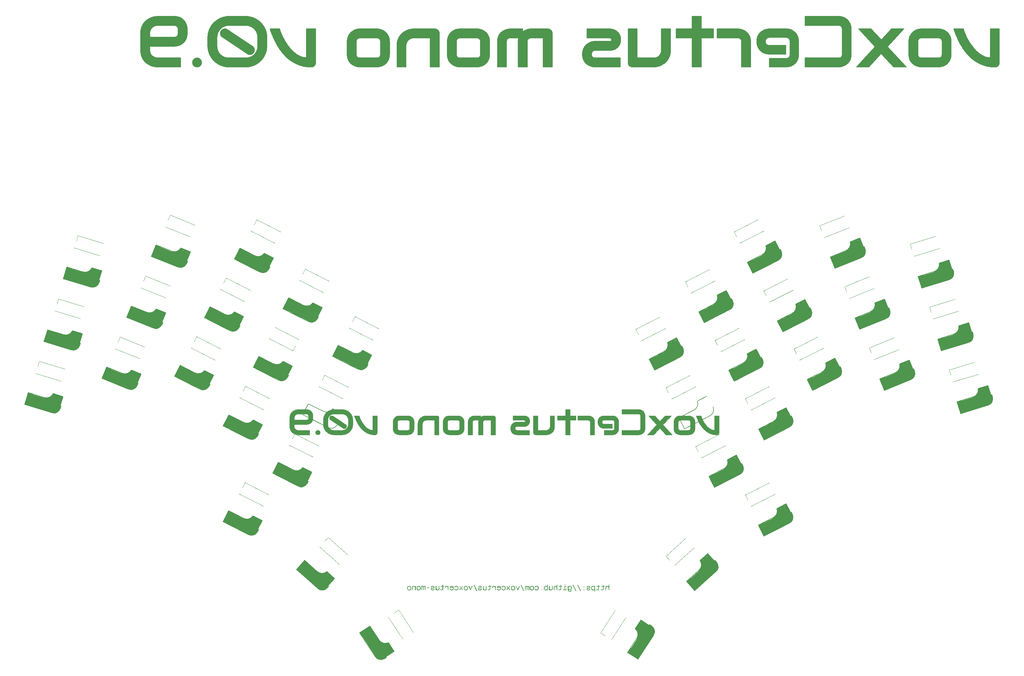
<source format=gbr>
G04 #@! TF.GenerationSoftware,KiCad,Pcbnew,(6.0.7)*
G04 #@! TF.CreationDate,2023-01-09T18:54:25-06:00*
G04 #@! TF.ProjectId,voxcertus-main,766f7863-6572-4747-9573-2d6d61696e2e,1.7*
G04 #@! TF.SameCoordinates,Original*
G04 #@! TF.FileFunction,Legend,Bot*
G04 #@! TF.FilePolarity,Positive*
%FSLAX46Y46*%
G04 Gerber Fmt 4.6, Leading zero omitted, Abs format (unit mm)*
G04 Created by KiCad (PCBNEW (6.0.7)) date 2023-01-09 18:54:25*
%MOMM*%
%LPD*%
G01*
G04 APERTURE LIST*
%ADD10C,0.080000*%
%ADD11C,0.160000*%
%ADD12C,0.150000*%
%ADD13C,0.500000*%
%ADD14C,0.800000*%
%ADD15C,3.000000*%
%ADD16C,1.000000*%
%ADD17C,0.300000*%
%ADD18C,3.500000*%
%ADD19C,0.400000*%
%ADD20C,0.120000*%
G04 APERTURE END LIST*
D10*
G36*
X173929397Y-146041767D02*
G01*
X173802398Y-146041767D01*
X173802398Y-145889367D01*
X173929397Y-145889367D01*
X173929397Y-146041767D01*
G37*
X173929397Y-146041767D02*
X173802398Y-146041767D01*
X173802398Y-145889367D01*
X173929397Y-145889367D01*
X173929397Y-146041767D01*
G36*
X172693264Y-146039650D02*
G01*
X172693264Y-146283067D01*
X172595898Y-146283067D01*
X172595898Y-145954983D01*
X172693264Y-146039650D01*
G37*
X172693264Y-146039650D02*
X172693264Y-146283067D01*
X172595898Y-146283067D01*
X172595898Y-145954983D01*
X172693264Y-146039650D01*
G36*
X183699930Y-146039650D02*
G01*
X183699930Y-146283067D01*
X183602564Y-146283067D01*
X183602564Y-145954983D01*
X183699930Y-146039650D01*
G37*
X183699930Y-146039650D02*
X183699930Y-146283067D01*
X183602564Y-146283067D01*
X183602564Y-145954983D01*
X183699930Y-146039650D01*
G36*
X185075763Y-146039650D02*
G01*
X185075763Y-146283067D01*
X184978397Y-146283067D01*
X184978397Y-145954983D01*
X185075763Y-146039650D01*
G37*
X185075763Y-146039650D02*
X185075763Y-146283067D01*
X184978397Y-146283067D01*
X184978397Y-145954983D01*
X185075763Y-146039650D01*
G36*
X138297433Y-146039650D02*
G01*
X138297433Y-146283067D01*
X138200066Y-146283067D01*
X138200066Y-145954983D01*
X138297433Y-146039650D01*
G37*
X138297433Y-146039650D02*
X138297433Y-146283067D01*
X138200066Y-146283067D01*
X138200066Y-145954983D01*
X138297433Y-146039650D01*
G36*
X152055767Y-146039650D02*
G01*
X152055767Y-146283067D01*
X151958398Y-146283067D01*
X151958398Y-145954983D01*
X152055767Y-146039650D01*
G37*
X152055767Y-146039650D02*
X152055767Y-146283067D01*
X151958398Y-146283067D01*
X151958398Y-145954983D01*
X152055767Y-146039650D01*
G36*
X174229964Y-146363500D02*
G01*
X173912464Y-146363500D01*
X173912464Y-146283067D01*
X174229964Y-146283067D01*
X174229964Y-146363500D01*
G37*
X174229964Y-146363500D02*
X173912464Y-146363500D01*
X173912464Y-146283067D01*
X174229964Y-146283067D01*
X174229964Y-146363500D01*
G36*
X185393263Y-146363500D02*
G01*
X185075763Y-146363500D01*
X185075763Y-146283067D01*
X185393263Y-146283067D01*
X185393263Y-146363500D01*
G37*
X185393263Y-146363500D02*
X185075763Y-146363500D01*
X185075763Y-146283067D01*
X185393263Y-146283067D01*
X185393263Y-146363500D01*
G36*
X183602564Y-146363500D02*
G01*
X183158064Y-146363500D01*
X183158064Y-146283067D01*
X183602564Y-146283067D01*
X183602564Y-146363500D01*
G37*
X183602564Y-146363500D02*
X183158064Y-146363500D01*
X183158064Y-146283067D01*
X183602564Y-146283067D01*
X183602564Y-146363500D01*
G36*
X173010764Y-146363500D02*
G01*
X172693264Y-146363500D01*
X172693264Y-146283067D01*
X173010764Y-146283067D01*
X173010764Y-146363500D01*
G37*
X173010764Y-146363500D02*
X172693264Y-146363500D01*
X172693264Y-146283067D01*
X173010764Y-146283067D01*
X173010764Y-146363500D01*
G36*
X138614934Y-146363500D02*
G01*
X138297433Y-146363500D01*
X138297433Y-146283067D01*
X138614934Y-146283067D01*
X138614934Y-146363500D01*
G37*
X138614934Y-146363500D02*
X138297433Y-146363500D01*
X138297433Y-146283067D01*
X138614934Y-146283067D01*
X138614934Y-146363500D01*
G36*
X184017430Y-146363500D02*
G01*
X183699930Y-146363500D01*
X183699930Y-146283067D01*
X184017430Y-146283067D01*
X184017430Y-146363500D01*
G37*
X184017430Y-146363500D02*
X183699930Y-146363500D01*
X183699930Y-146283067D01*
X184017430Y-146283067D01*
X184017430Y-146363500D01*
G36*
X152373266Y-146363500D02*
G01*
X152055767Y-146363500D01*
X152055767Y-146283067D01*
X152373266Y-146283067D01*
X152373266Y-146363500D01*
G37*
X152373266Y-146363500D02*
X152055767Y-146363500D01*
X152055767Y-146283067D01*
X152373266Y-146283067D01*
X152373266Y-146363500D01*
G36*
X184978397Y-146363500D02*
G01*
X184533897Y-146363500D01*
X184533897Y-146283067D01*
X184978397Y-146283067D01*
X184978397Y-146363500D01*
G37*
X184978397Y-146363500D02*
X184533897Y-146363500D01*
X184533897Y-146283067D01*
X184978397Y-146283067D01*
X184978397Y-146363500D01*
G36*
X138200066Y-146363500D02*
G01*
X137755565Y-146363500D01*
X137755565Y-146283067D01*
X138200066Y-146283067D01*
X138200066Y-146363500D01*
G37*
X138200066Y-146363500D02*
X137755565Y-146363500D01*
X137755565Y-146283067D01*
X138200066Y-146283067D01*
X138200066Y-146363500D01*
G36*
X151958398Y-146363500D02*
G01*
X151513897Y-146363500D01*
X151513897Y-146283067D01*
X151958398Y-146283067D01*
X151958398Y-146363500D01*
G37*
X151958398Y-146363500D02*
X151513897Y-146363500D01*
X151513897Y-146283067D01*
X151958398Y-146283067D01*
X151958398Y-146363500D01*
G36*
X172595898Y-146363500D02*
G01*
X172151398Y-146363500D01*
X172151398Y-146283067D01*
X172595898Y-146283067D01*
X172595898Y-146363500D01*
G37*
X172595898Y-146363500D02*
X172151398Y-146363500D01*
X172151398Y-146283067D01*
X172595898Y-146283067D01*
X172595898Y-146363500D01*
G36*
X179460247Y-146585750D02*
G01*
X179316314Y-146585750D01*
X179316314Y-146429117D01*
X179460247Y-146429117D01*
X179460247Y-146585750D01*
G37*
X179460247Y-146585750D02*
X179316314Y-146585750D01*
X179316314Y-146429117D01*
X179460247Y-146429117D01*
X179460247Y-146585750D01*
G36*
X154102590Y-146765798D02*
G01*
X154102584Y-146765667D01*
X154102585Y-146765667D01*
X154102590Y-146765798D01*
G37*
X154102590Y-146765798D02*
X154102584Y-146765667D01*
X154102585Y-146765667D01*
X154102590Y-146765798D01*
G36*
X140344256Y-146765798D02*
G01*
X140344250Y-146765667D01*
X140344251Y-146765667D01*
X140344256Y-146765798D01*
G37*
X140344256Y-146765798D02*
X140344250Y-146765667D01*
X140344251Y-146765667D01*
X140344256Y-146765798D01*
G36*
X134277880Y-146820700D02*
G01*
X133693682Y-146820700D01*
X133693682Y-146731800D01*
X134277880Y-146731800D01*
X134277880Y-146820700D01*
G37*
X134277880Y-146820700D02*
X133693682Y-146820700D01*
X133693682Y-146731800D01*
X134277880Y-146731800D01*
X134277880Y-146820700D01*
G36*
X173863781Y-146363500D02*
G01*
X173912464Y-146363500D01*
X173912464Y-147354100D01*
X173815098Y-147354100D01*
X173815098Y-146283067D01*
X173863781Y-146283067D01*
X173863781Y-146363500D01*
G37*
X173863781Y-146363500D02*
X173912464Y-146363500D01*
X173912464Y-147354100D01*
X173815098Y-147354100D01*
X173815098Y-146283067D01*
X173863781Y-146283067D01*
X173863781Y-146363500D01*
G36*
X186225481Y-146258088D02*
G01*
X186246693Y-146259353D01*
X186267583Y-146261462D01*
X186288150Y-146264414D01*
X186308395Y-146268209D01*
X186328317Y-146272847D01*
X186347917Y-146278329D01*
X186367195Y-146284654D01*
X186386150Y-146291823D01*
X186404782Y-146299835D01*
X186423092Y-146308690D01*
X186441080Y-146318389D01*
X186458745Y-146328930D01*
X186476087Y-146340316D01*
X186493107Y-146352545D01*
X186509805Y-146365617D01*
X186519121Y-146373447D01*
X186528242Y-146381487D01*
X186537162Y-146389733D01*
X186545881Y-146398181D01*
X186554393Y-146406827D01*
X186562697Y-146415666D01*
X186570788Y-146424697D01*
X186578664Y-146433913D01*
X186586321Y-146443312D01*
X186593756Y-146452889D01*
X186600965Y-146462642D01*
X186607947Y-146472565D01*
X186614697Y-146482655D01*
X186621212Y-146492908D01*
X186627489Y-146503321D01*
X186633524Y-146513889D01*
X186643236Y-146532053D01*
X186650563Y-146546830D01*
X186650563Y-146753335D01*
X186649672Y-146749643D01*
X186643534Y-146726865D01*
X186636910Y-146704743D01*
X186629800Y-146683275D01*
X186622205Y-146662463D01*
X186614125Y-146642305D01*
X186605560Y-146622801D01*
X186596509Y-146603953D01*
X186586973Y-146585760D01*
X186576951Y-146568221D01*
X186566444Y-146551338D01*
X186555452Y-146535109D01*
X186543975Y-146519534D01*
X186532012Y-146504615D01*
X186519563Y-146490351D01*
X186506630Y-146476741D01*
X186501366Y-146471497D01*
X186496030Y-146466327D01*
X186490623Y-146461231D01*
X186485146Y-146456210D01*
X186470828Y-146443329D01*
X186455971Y-146431197D01*
X186440606Y-146419826D01*
X186424761Y-146409226D01*
X186408468Y-146399410D01*
X186391756Y-146390390D01*
X186374655Y-146382178D01*
X186357194Y-146374785D01*
X186339405Y-146368223D01*
X186321317Y-146362505D01*
X186302959Y-146357642D01*
X186284362Y-146353646D01*
X186265555Y-146350528D01*
X186246570Y-146348301D01*
X186227435Y-146346977D01*
X186208180Y-146346567D01*
X186202334Y-146346593D01*
X186196490Y-146346698D01*
X186190649Y-146346884D01*
X186184811Y-146347148D01*
X186178977Y-146347492D01*
X186173147Y-146347916D01*
X186167324Y-146348419D01*
X186161508Y-146349001D01*
X186147554Y-146350550D01*
X186133734Y-146352716D01*
X186120066Y-146355492D01*
X186106569Y-146358866D01*
X186093261Y-146362832D01*
X186080162Y-146367379D01*
X186067290Y-146372499D01*
X186054664Y-146378183D01*
X186042303Y-146384422D01*
X186030225Y-146391206D01*
X186018449Y-146398528D01*
X186006995Y-146406377D01*
X185995880Y-146414745D01*
X185985124Y-146423624D01*
X185974746Y-146433003D01*
X185964763Y-146442875D01*
X185957796Y-146450309D01*
X185951081Y-146457949D01*
X185944624Y-146465787D01*
X185938428Y-146473817D01*
X185932497Y-146482032D01*
X185926834Y-146490425D01*
X185921443Y-146498989D01*
X185916329Y-146507719D01*
X185911495Y-146516606D01*
X185906944Y-146525645D01*
X185902681Y-146534828D01*
X185898709Y-146544149D01*
X185895033Y-146553602D01*
X185891655Y-146563179D01*
X185888581Y-146572873D01*
X185885812Y-146582679D01*
X185882389Y-146596572D01*
X185879435Y-146610559D01*
X185876951Y-146624630D01*
X185874938Y-146638772D01*
X185873398Y-146652974D01*
X185872332Y-146667223D01*
X185871742Y-146681508D01*
X185871630Y-146695817D01*
X185871630Y-147434533D01*
X185774263Y-147434533D01*
X185774264Y-146697933D01*
X185774346Y-146685984D01*
X185774678Y-146674043D01*
X185775259Y-146662115D01*
X185776088Y-146650202D01*
X185777165Y-146638309D01*
X185778490Y-146626440D01*
X185780063Y-146614599D01*
X185781883Y-146602789D01*
X185783413Y-146593841D01*
X185785129Y-146584935D01*
X185787032Y-146576072D01*
X185789119Y-146567256D01*
X185791390Y-146558490D01*
X185793844Y-146549777D01*
X185796481Y-146541118D01*
X185799298Y-146532519D01*
X185802295Y-146523980D01*
X185805472Y-146515505D01*
X185808827Y-146507097D01*
X185812358Y-146498758D01*
X185816066Y-146490493D01*
X185819950Y-146482302D01*
X185824007Y-146474190D01*
X185828238Y-146466158D01*
X185835151Y-146454025D01*
X185842394Y-146442230D01*
X185849967Y-146430774D01*
X185857872Y-146419658D01*
X185866107Y-146408880D01*
X185874673Y-146398442D01*
X185883569Y-146388342D01*
X185892797Y-146378581D01*
X185902355Y-146369160D01*
X185912244Y-146360077D01*
X185922463Y-146351333D01*
X185933013Y-146342929D01*
X185943894Y-146334863D01*
X185955106Y-146327136D01*
X185966649Y-146319749D01*
X185978522Y-146312700D01*
X185991315Y-146305740D01*
X186004338Y-146299254D01*
X186017579Y-146293248D01*
X186031024Y-146287725D01*
X186044659Y-146282691D01*
X186058472Y-146278152D01*
X186072449Y-146274113D01*
X186086577Y-146270578D01*
X186101053Y-146267480D01*
X186115602Y-146264804D01*
X186130217Y-146262551D01*
X186144888Y-146260722D01*
X186159606Y-146259318D01*
X186174361Y-146258340D01*
X186189144Y-146257789D01*
X186203947Y-146257667D01*
X186225481Y-146258088D01*
G37*
X186225481Y-146258088D02*
X186246693Y-146259353D01*
X186267583Y-146261462D01*
X186288150Y-146264414D01*
X186308395Y-146268209D01*
X186328317Y-146272847D01*
X186347917Y-146278329D01*
X186367195Y-146284654D01*
X186386150Y-146291823D01*
X186404782Y-146299835D01*
X186423092Y-146308690D01*
X186441080Y-146318389D01*
X186458745Y-146328930D01*
X186476087Y-146340316D01*
X186493107Y-146352545D01*
X186509805Y-146365617D01*
X186519121Y-146373447D01*
X186528242Y-146381487D01*
X186537162Y-146389733D01*
X186545881Y-146398181D01*
X186554393Y-146406827D01*
X186562697Y-146415666D01*
X186570788Y-146424697D01*
X186578664Y-146433913D01*
X186586321Y-146443312D01*
X186593756Y-146452889D01*
X186600965Y-146462642D01*
X186607947Y-146472565D01*
X186614697Y-146482655D01*
X186621212Y-146492908D01*
X186627489Y-146503321D01*
X186633524Y-146513889D01*
X186643236Y-146532053D01*
X186650563Y-146546830D01*
X186650563Y-146753335D01*
X186649672Y-146749643D01*
X186643534Y-146726865D01*
X186636910Y-146704743D01*
X186629800Y-146683275D01*
X186622205Y-146662463D01*
X186614125Y-146642305D01*
X186605560Y-146622801D01*
X186596509Y-146603953D01*
X186586973Y-146585760D01*
X186576951Y-146568221D01*
X186566444Y-146551338D01*
X186555452Y-146535109D01*
X186543975Y-146519534D01*
X186532012Y-146504615D01*
X186519563Y-146490351D01*
X186506630Y-146476741D01*
X186501366Y-146471497D01*
X186496030Y-146466327D01*
X186490623Y-146461231D01*
X186485146Y-146456210D01*
X186470828Y-146443329D01*
X186455971Y-146431197D01*
X186440606Y-146419826D01*
X186424761Y-146409226D01*
X186408468Y-146399410D01*
X186391756Y-146390390D01*
X186374655Y-146382178D01*
X186357194Y-146374785D01*
X186339405Y-146368223D01*
X186321317Y-146362505D01*
X186302959Y-146357642D01*
X186284362Y-146353646D01*
X186265555Y-146350528D01*
X186246570Y-146348301D01*
X186227435Y-146346977D01*
X186208180Y-146346567D01*
X186202334Y-146346593D01*
X186196490Y-146346698D01*
X186190649Y-146346884D01*
X186184811Y-146347148D01*
X186178977Y-146347492D01*
X186173147Y-146347916D01*
X186167324Y-146348419D01*
X186161508Y-146349001D01*
X186147554Y-146350550D01*
X186133734Y-146352716D01*
X186120066Y-146355492D01*
X186106569Y-146358866D01*
X186093261Y-146362832D01*
X186080162Y-146367379D01*
X186067290Y-146372499D01*
X186054664Y-146378183D01*
X186042303Y-146384422D01*
X186030225Y-146391206D01*
X186018449Y-146398528D01*
X186006995Y-146406377D01*
X185995880Y-146414745D01*
X185985124Y-146423624D01*
X185974746Y-146433003D01*
X185964763Y-146442875D01*
X185957796Y-146450309D01*
X185951081Y-146457949D01*
X185944624Y-146465787D01*
X185938428Y-146473817D01*
X185932497Y-146482032D01*
X185926834Y-146490425D01*
X185921443Y-146498989D01*
X185916329Y-146507719D01*
X185911495Y-146516606D01*
X185906944Y-146525645D01*
X185902681Y-146534828D01*
X185898709Y-146544149D01*
X185895033Y-146553602D01*
X185891655Y-146563179D01*
X185888581Y-146572873D01*
X185885812Y-146582679D01*
X185882389Y-146596572D01*
X185879435Y-146610559D01*
X185876951Y-146624630D01*
X185874938Y-146638772D01*
X185873398Y-146652974D01*
X185872332Y-146667223D01*
X185871742Y-146681508D01*
X185871630Y-146695817D01*
X185871630Y-147434533D01*
X185774263Y-147434533D01*
X185774264Y-146697933D01*
X185774346Y-146685984D01*
X185774678Y-146674043D01*
X185775259Y-146662115D01*
X185776088Y-146650202D01*
X185777165Y-146638309D01*
X185778490Y-146626440D01*
X185780063Y-146614599D01*
X185781883Y-146602789D01*
X185783413Y-146593841D01*
X185785129Y-146584935D01*
X185787032Y-146576072D01*
X185789119Y-146567256D01*
X185791390Y-146558490D01*
X185793844Y-146549777D01*
X185796481Y-146541118D01*
X185799298Y-146532519D01*
X185802295Y-146523980D01*
X185805472Y-146515505D01*
X185808827Y-146507097D01*
X185812358Y-146498758D01*
X185816066Y-146490493D01*
X185819950Y-146482302D01*
X185824007Y-146474190D01*
X185828238Y-146466158D01*
X185835151Y-146454025D01*
X185842394Y-146442230D01*
X185849967Y-146430774D01*
X185857872Y-146419658D01*
X185866107Y-146408880D01*
X185874673Y-146398442D01*
X185883569Y-146388342D01*
X185892797Y-146378581D01*
X185902355Y-146369160D01*
X185912244Y-146360077D01*
X185922463Y-146351333D01*
X185933013Y-146342929D01*
X185943894Y-146334863D01*
X185955106Y-146327136D01*
X185966649Y-146319749D01*
X185978522Y-146312700D01*
X185991315Y-146305740D01*
X186004338Y-146299254D01*
X186017579Y-146293248D01*
X186031024Y-146287725D01*
X186044659Y-146282691D01*
X186058472Y-146278152D01*
X186072449Y-146274113D01*
X186086577Y-146270578D01*
X186101053Y-146267480D01*
X186115602Y-146264804D01*
X186130217Y-146262551D01*
X186144888Y-146260722D01*
X186159606Y-146259318D01*
X186174361Y-146258340D01*
X186189144Y-146257789D01*
X186203947Y-146257667D01*
X186225481Y-146258088D01*
G36*
X130241399Y-147434533D02*
G01*
X130241399Y-146753339D01*
X130246160Y-146773075D01*
X130248628Y-146784241D01*
X130250977Y-146795431D01*
X130253207Y-146806644D01*
X130255318Y-146817880D01*
X130257311Y-146829138D01*
X130259184Y-146840416D01*
X130260938Y-146851715D01*
X130262572Y-146863032D01*
X130285851Y-146664067D01*
X130280022Y-146643760D01*
X130273551Y-146623665D01*
X130266446Y-146603798D01*
X130258713Y-146584172D01*
X130250357Y-146564803D01*
X130243050Y-146549250D01*
X130241399Y-146598450D01*
X130241399Y-146753339D01*
X130240508Y-146749643D01*
X130234369Y-146726865D01*
X130227746Y-146704743D01*
X130220637Y-146683275D01*
X130213042Y-146662463D01*
X130204962Y-146642305D01*
X130196397Y-146622802D01*
X130187346Y-146603953D01*
X130177810Y-146585760D01*
X130167788Y-146568221D01*
X130157282Y-146551338D01*
X130146290Y-146535109D01*
X130134813Y-146519535D01*
X130122851Y-146504616D01*
X130110404Y-146490351D01*
X130097472Y-146476742D01*
X130092208Y-146471498D01*
X130086871Y-146466327D01*
X130081462Y-146461231D01*
X130075982Y-146456210D01*
X130061663Y-146443329D01*
X130046805Y-146431197D01*
X130031439Y-146419826D01*
X130015595Y-146409226D01*
X129999301Y-146399410D01*
X129982589Y-146390390D01*
X129965487Y-146382178D01*
X129948027Y-146374785D01*
X129930237Y-146368223D01*
X129912149Y-146362505D01*
X129893791Y-146357642D01*
X129875194Y-146353646D01*
X129856387Y-146350528D01*
X129837401Y-146348301D01*
X129818266Y-146346977D01*
X129799010Y-146346567D01*
X129792712Y-146346602D01*
X129786415Y-146346730D01*
X129780122Y-146346950D01*
X129773832Y-146347261D01*
X129767547Y-146347664D01*
X129761269Y-146348159D01*
X129754998Y-146348746D01*
X129748736Y-146349424D01*
X129735060Y-146351052D01*
X129721516Y-146353272D01*
X129708121Y-146356076D01*
X129694893Y-146359455D01*
X129681849Y-146363401D01*
X129669008Y-146367906D01*
X129656386Y-146372961D01*
X129644002Y-146378558D01*
X129631872Y-146384688D01*
X129620016Y-146391342D01*
X129608450Y-146398513D01*
X129597192Y-146406192D01*
X129586260Y-146414370D01*
X129575672Y-146423039D01*
X129565444Y-146432191D01*
X129555596Y-146441817D01*
X129548536Y-146449284D01*
X129541736Y-146456963D01*
X129535200Y-146464847D01*
X129528933Y-146472929D01*
X129522938Y-146481202D01*
X129517219Y-146489660D01*
X129511781Y-146498294D01*
X129506627Y-146507097D01*
X129501762Y-146516064D01*
X129497189Y-146525185D01*
X129492913Y-146534456D01*
X129488936Y-146543868D01*
X129485265Y-146553414D01*
X129481901Y-146563087D01*
X129478850Y-146572880D01*
X129476116Y-146582787D01*
X129472825Y-146596416D01*
X129469983Y-146610135D01*
X129467592Y-146623932D01*
X129465655Y-146637796D01*
X129464171Y-146651716D01*
X129463144Y-146665681D01*
X129462574Y-146679679D01*
X129462462Y-146693700D01*
X129462462Y-147434533D01*
X129365099Y-147434533D01*
X129365099Y-146695816D01*
X129365167Y-146684979D01*
X129365442Y-146674147D01*
X129365925Y-146663325D01*
X129366616Y-146652515D01*
X129367514Y-146641720D01*
X129368618Y-146630943D01*
X129369929Y-146620188D01*
X129371447Y-146609457D01*
X129372930Y-146600067D01*
X129374618Y-146590720D01*
X129376509Y-146581419D01*
X129378601Y-146572167D01*
X129380894Y-146562968D01*
X129383387Y-146553824D01*
X129386078Y-146544739D01*
X129388968Y-146535716D01*
X129392054Y-146526759D01*
X129395335Y-146517870D01*
X129398811Y-146509053D01*
X129402481Y-146500311D01*
X129406343Y-146491647D01*
X129410396Y-146483065D01*
X129414640Y-146474568D01*
X129419073Y-146466158D01*
X129425985Y-146454025D01*
X129433229Y-146442230D01*
X129440803Y-146430774D01*
X129448708Y-146419658D01*
X129456944Y-146408880D01*
X129465510Y-146398442D01*
X129474407Y-146388342D01*
X129483634Y-146378581D01*
X129493192Y-146369160D01*
X129503081Y-146360077D01*
X129513300Y-146351333D01*
X129523850Y-146342929D01*
X129534730Y-146334863D01*
X129545940Y-146327136D01*
X129557482Y-146319749D01*
X129569353Y-146312700D01*
X129582148Y-146305740D01*
X129595172Y-146299254D01*
X129608413Y-146293247D01*
X129621857Y-146287725D01*
X129635492Y-146282691D01*
X129649305Y-146278152D01*
X129663282Y-146274113D01*
X129677410Y-146270578D01*
X129691886Y-146267480D01*
X129706435Y-146264804D01*
X129721050Y-146262551D01*
X129735720Y-146260722D01*
X129750437Y-146259318D01*
X129765192Y-146258340D01*
X129779977Y-146257789D01*
X129794781Y-146257667D01*
X129816315Y-146258088D01*
X129837527Y-146259353D01*
X129858417Y-146261462D01*
X129878985Y-146264414D01*
X129899230Y-146268209D01*
X129919153Y-146272847D01*
X129938753Y-146278329D01*
X129958031Y-146284654D01*
X129976986Y-146291823D01*
X129995618Y-146299835D01*
X130013929Y-146308690D01*
X130031916Y-146318389D01*
X130049581Y-146328931D01*
X130066923Y-146340316D01*
X130083943Y-146352545D01*
X130100640Y-146365617D01*
X130109673Y-146373188D01*
X130118523Y-146380956D01*
X130127188Y-146388917D01*
X130135664Y-146397067D01*
X130143949Y-146405403D01*
X130152040Y-146413922D01*
X130159933Y-146422620D01*
X130167627Y-146431493D01*
X130175117Y-146440539D01*
X130182401Y-146449753D01*
X130189477Y-146459132D01*
X130196340Y-146468673D01*
X130202989Y-146478373D01*
X130209420Y-146488227D01*
X130215631Y-146498233D01*
X130221618Y-146508386D01*
X130231803Y-146526895D01*
X130241385Y-146545705D01*
X130243050Y-146549250D01*
X130251983Y-146283067D01*
X130338769Y-146283067D01*
X130338769Y-147434533D01*
X130241399Y-147434533D01*
G37*
X130241399Y-147434533D02*
X130241399Y-146753339D01*
X130246160Y-146773075D01*
X130248628Y-146784241D01*
X130250977Y-146795431D01*
X130253207Y-146806644D01*
X130255318Y-146817880D01*
X130257311Y-146829138D01*
X130259184Y-146840416D01*
X130260938Y-146851715D01*
X130262572Y-146863032D01*
X130285851Y-146664067D01*
X130280022Y-146643760D01*
X130273551Y-146623665D01*
X130266446Y-146603798D01*
X130258713Y-146584172D01*
X130250357Y-146564803D01*
X130243050Y-146549250D01*
X130241399Y-146598450D01*
X130241399Y-146753339D01*
X130240508Y-146749643D01*
X130234369Y-146726865D01*
X130227746Y-146704743D01*
X130220637Y-146683275D01*
X130213042Y-146662463D01*
X130204962Y-146642305D01*
X130196397Y-146622802D01*
X130187346Y-146603953D01*
X130177810Y-146585760D01*
X130167788Y-146568221D01*
X130157282Y-146551338D01*
X130146290Y-146535109D01*
X130134813Y-146519535D01*
X130122851Y-146504616D01*
X130110404Y-146490351D01*
X130097472Y-146476742D01*
X130092208Y-146471498D01*
X130086871Y-146466327D01*
X130081462Y-146461231D01*
X130075982Y-146456210D01*
X130061663Y-146443329D01*
X130046805Y-146431197D01*
X130031439Y-146419826D01*
X130015595Y-146409226D01*
X129999301Y-146399410D01*
X129982589Y-146390390D01*
X129965487Y-146382178D01*
X129948027Y-146374785D01*
X129930237Y-146368223D01*
X129912149Y-146362505D01*
X129893791Y-146357642D01*
X129875194Y-146353646D01*
X129856387Y-146350528D01*
X129837401Y-146348301D01*
X129818266Y-146346977D01*
X129799010Y-146346567D01*
X129792712Y-146346602D01*
X129786415Y-146346730D01*
X129780122Y-146346950D01*
X129773832Y-146347261D01*
X129767547Y-146347664D01*
X129761269Y-146348159D01*
X129754998Y-146348746D01*
X129748736Y-146349424D01*
X129735060Y-146351052D01*
X129721516Y-146353272D01*
X129708121Y-146356076D01*
X129694893Y-146359455D01*
X129681849Y-146363401D01*
X129669008Y-146367906D01*
X129656386Y-146372961D01*
X129644002Y-146378558D01*
X129631872Y-146384688D01*
X129620016Y-146391342D01*
X129608450Y-146398513D01*
X129597192Y-146406192D01*
X129586260Y-146414370D01*
X129575672Y-146423039D01*
X129565444Y-146432191D01*
X129555596Y-146441817D01*
X129548536Y-146449284D01*
X129541736Y-146456963D01*
X129535200Y-146464847D01*
X129528933Y-146472929D01*
X129522938Y-146481202D01*
X129517219Y-146489660D01*
X129511781Y-146498294D01*
X129506627Y-146507097D01*
X129501762Y-146516064D01*
X129497189Y-146525185D01*
X129492913Y-146534456D01*
X129488936Y-146543868D01*
X129485265Y-146553414D01*
X129481901Y-146563087D01*
X129478850Y-146572880D01*
X129476116Y-146582787D01*
X129472825Y-146596416D01*
X129469983Y-146610135D01*
X129467592Y-146623932D01*
X129465655Y-146637796D01*
X129464171Y-146651716D01*
X129463144Y-146665681D01*
X129462574Y-146679679D01*
X129462462Y-146693700D01*
X129462462Y-147434533D01*
X129365099Y-147434533D01*
X129365099Y-146695816D01*
X129365167Y-146684979D01*
X129365442Y-146674147D01*
X129365925Y-146663325D01*
X129366616Y-146652515D01*
X129367514Y-146641720D01*
X129368618Y-146630943D01*
X129369929Y-146620188D01*
X129371447Y-146609457D01*
X129372930Y-146600067D01*
X129374618Y-146590720D01*
X129376509Y-146581419D01*
X129378601Y-146572167D01*
X129380894Y-146562968D01*
X129383387Y-146553824D01*
X129386078Y-146544739D01*
X129388968Y-146535716D01*
X129392054Y-146526759D01*
X129395335Y-146517870D01*
X129398811Y-146509053D01*
X129402481Y-146500311D01*
X129406343Y-146491647D01*
X129410396Y-146483065D01*
X129414640Y-146474568D01*
X129419073Y-146466158D01*
X129425985Y-146454025D01*
X129433229Y-146442230D01*
X129440803Y-146430774D01*
X129448708Y-146419658D01*
X129456944Y-146408880D01*
X129465510Y-146398442D01*
X129474407Y-146388342D01*
X129483634Y-146378581D01*
X129493192Y-146369160D01*
X129503081Y-146360077D01*
X129513300Y-146351333D01*
X129523850Y-146342929D01*
X129534730Y-146334863D01*
X129545940Y-146327136D01*
X129557482Y-146319749D01*
X129569353Y-146312700D01*
X129582148Y-146305740D01*
X129595172Y-146299254D01*
X129608413Y-146293247D01*
X129621857Y-146287725D01*
X129635492Y-146282691D01*
X129649305Y-146278152D01*
X129663282Y-146274113D01*
X129677410Y-146270578D01*
X129691886Y-146267480D01*
X129706435Y-146264804D01*
X129721050Y-146262551D01*
X129735720Y-146260722D01*
X129750437Y-146259318D01*
X129765192Y-146258340D01*
X129779977Y-146257789D01*
X129794781Y-146257667D01*
X129816315Y-146258088D01*
X129837527Y-146259353D01*
X129858417Y-146261462D01*
X129878985Y-146264414D01*
X129899230Y-146268209D01*
X129919153Y-146272847D01*
X129938753Y-146278329D01*
X129958031Y-146284654D01*
X129976986Y-146291823D01*
X129995618Y-146299835D01*
X130013929Y-146308690D01*
X130031916Y-146318389D01*
X130049581Y-146328931D01*
X130066923Y-146340316D01*
X130083943Y-146352545D01*
X130100640Y-146365617D01*
X130109673Y-146373188D01*
X130118523Y-146380956D01*
X130127188Y-146388917D01*
X130135664Y-146397067D01*
X130143949Y-146405403D01*
X130152040Y-146413922D01*
X130159933Y-146422620D01*
X130167627Y-146431493D01*
X130175117Y-146440539D01*
X130182401Y-146449753D01*
X130189477Y-146459132D01*
X130196340Y-146468673D01*
X130202989Y-146478373D01*
X130209420Y-146488227D01*
X130215631Y-146498233D01*
X130221618Y-146508386D01*
X130231803Y-146526895D01*
X130241385Y-146545705D01*
X130243050Y-146549250D01*
X130251983Y-146283067D01*
X130338769Y-146283067D01*
X130338769Y-147434533D01*
X130241399Y-147434533D01*
G36*
X171091315Y-146258088D02*
G01*
X171112528Y-146259353D01*
X171133417Y-146261462D01*
X171153985Y-146264414D01*
X171174230Y-146268209D01*
X171194152Y-146272847D01*
X171213752Y-146278329D01*
X171233029Y-146284654D01*
X171251984Y-146291823D01*
X171270617Y-146299835D01*
X171288926Y-146308690D01*
X171306914Y-146318389D01*
X171324579Y-146328930D01*
X171341921Y-146340316D01*
X171358941Y-146352545D01*
X171375638Y-146365617D01*
X171384955Y-146373447D01*
X171394075Y-146381487D01*
X171402996Y-146389733D01*
X171411714Y-146398181D01*
X171420227Y-146406827D01*
X171428530Y-146415666D01*
X171436622Y-146424696D01*
X171444498Y-146433913D01*
X171452155Y-146443312D01*
X171459590Y-146452889D01*
X171466800Y-146462642D01*
X171473781Y-146472565D01*
X171480531Y-146482655D01*
X171487046Y-146492909D01*
X171493323Y-146503321D01*
X171499358Y-146513889D01*
X171509070Y-146532053D01*
X171516398Y-146546830D01*
X171516398Y-146753336D01*
X171515507Y-146749643D01*
X171509368Y-146726865D01*
X171502744Y-146704743D01*
X171495635Y-146683275D01*
X171488040Y-146662463D01*
X171479960Y-146642305D01*
X171471394Y-146622802D01*
X171462343Y-146603953D01*
X171452807Y-146585760D01*
X171442786Y-146568221D01*
X171432278Y-146551338D01*
X171421286Y-146535109D01*
X171409808Y-146519535D01*
X171397845Y-146504615D01*
X171385397Y-146490351D01*
X171372463Y-146476741D01*
X171367199Y-146471497D01*
X171361864Y-146466327D01*
X171356457Y-146461231D01*
X171350980Y-146456210D01*
X171336662Y-146443329D01*
X171321805Y-146431197D01*
X171306440Y-146419826D01*
X171290595Y-146409226D01*
X171274302Y-146399410D01*
X171257590Y-146390390D01*
X171240489Y-146382178D01*
X171223028Y-146374785D01*
X171205239Y-146368223D01*
X171187151Y-146362505D01*
X171168793Y-146357642D01*
X171150196Y-146353646D01*
X171131390Y-146350528D01*
X171112404Y-146348301D01*
X171093269Y-146346977D01*
X171074015Y-146346567D01*
X171068169Y-146346593D01*
X171062325Y-146346698D01*
X171056484Y-146346884D01*
X171050646Y-146347148D01*
X171044812Y-146347492D01*
X171038983Y-146347916D01*
X171033159Y-146348419D01*
X171027343Y-146349001D01*
X171013389Y-146350550D01*
X170999569Y-146352716D01*
X170985901Y-146355492D01*
X170972404Y-146358867D01*
X170959096Y-146362832D01*
X170945997Y-146367379D01*
X170933125Y-146372499D01*
X170920499Y-146378183D01*
X170908138Y-146384422D01*
X170896060Y-146391206D01*
X170884285Y-146398528D01*
X170872830Y-146406377D01*
X170861715Y-146414745D01*
X170850959Y-146423624D01*
X170840580Y-146433003D01*
X170830598Y-146442875D01*
X170823630Y-146450309D01*
X170816916Y-146457949D01*
X170810458Y-146465787D01*
X170804262Y-146473817D01*
X170798331Y-146482032D01*
X170792668Y-146490425D01*
X170787277Y-146498989D01*
X170782163Y-146507719D01*
X170777329Y-146516606D01*
X170772778Y-146525645D01*
X170768515Y-146534828D01*
X170764543Y-146544150D01*
X170760867Y-146553602D01*
X170757489Y-146563179D01*
X170754414Y-146572874D01*
X170751646Y-146582680D01*
X170748223Y-146596573D01*
X170745269Y-146610560D01*
X170742784Y-146624631D01*
X170740771Y-146638773D01*
X170739231Y-146652975D01*
X170738166Y-146667224D01*
X170737576Y-146681508D01*
X170737464Y-146695817D01*
X170737464Y-147434533D01*
X170640098Y-147434533D01*
X170640098Y-146697933D01*
X170640180Y-146685984D01*
X170640512Y-146674043D01*
X170641092Y-146662115D01*
X170641921Y-146650202D01*
X170642999Y-146638309D01*
X170644324Y-146626440D01*
X170645897Y-146614599D01*
X170647716Y-146602789D01*
X170649246Y-146593841D01*
X170650963Y-146584935D01*
X170652865Y-146576072D01*
X170654952Y-146567256D01*
X170657224Y-146558490D01*
X170659678Y-146549776D01*
X170662314Y-146541118D01*
X170665132Y-146532518D01*
X170668129Y-146523980D01*
X170671306Y-146515505D01*
X170674661Y-146507097D01*
X170678192Y-146498758D01*
X170681901Y-146490493D01*
X170685784Y-146482302D01*
X170689842Y-146474190D01*
X170694073Y-146466158D01*
X170700985Y-146454025D01*
X170708228Y-146442230D01*
X170715802Y-146430774D01*
X170723707Y-146419658D01*
X170731942Y-146408880D01*
X170740508Y-146398442D01*
X170749404Y-146388342D01*
X170758632Y-146378581D01*
X170768190Y-146369160D01*
X170778078Y-146360077D01*
X170788298Y-146351333D01*
X170798848Y-146342929D01*
X170809729Y-146334863D01*
X170820941Y-146327136D01*
X170832483Y-146319749D01*
X170844356Y-146312700D01*
X170857149Y-146305740D01*
X170870173Y-146299254D01*
X170883414Y-146293247D01*
X170896859Y-146287725D01*
X170910495Y-146282691D01*
X170924309Y-146278152D01*
X170938286Y-146274113D01*
X170952415Y-146270578D01*
X170966889Y-146267480D01*
X170981439Y-146264804D01*
X170996053Y-146262551D01*
X171010724Y-146260722D01*
X171025441Y-146259318D01*
X171040196Y-146258340D01*
X171054979Y-146257789D01*
X171069781Y-146257667D01*
X171091315Y-146258088D01*
G37*
X171091315Y-146258088D02*
X171112528Y-146259353D01*
X171133417Y-146261462D01*
X171153985Y-146264414D01*
X171174230Y-146268209D01*
X171194152Y-146272847D01*
X171213752Y-146278329D01*
X171233029Y-146284654D01*
X171251984Y-146291823D01*
X171270617Y-146299835D01*
X171288926Y-146308690D01*
X171306914Y-146318389D01*
X171324579Y-146328930D01*
X171341921Y-146340316D01*
X171358941Y-146352545D01*
X171375638Y-146365617D01*
X171384955Y-146373447D01*
X171394075Y-146381487D01*
X171402996Y-146389733D01*
X171411714Y-146398181D01*
X171420227Y-146406827D01*
X171428530Y-146415666D01*
X171436622Y-146424696D01*
X171444498Y-146433913D01*
X171452155Y-146443312D01*
X171459590Y-146452889D01*
X171466800Y-146462642D01*
X171473781Y-146472565D01*
X171480531Y-146482655D01*
X171487046Y-146492909D01*
X171493323Y-146503321D01*
X171499358Y-146513889D01*
X171509070Y-146532053D01*
X171516398Y-146546830D01*
X171516398Y-146753336D01*
X171515507Y-146749643D01*
X171509368Y-146726865D01*
X171502744Y-146704743D01*
X171495635Y-146683275D01*
X171488040Y-146662463D01*
X171479960Y-146642305D01*
X171471394Y-146622802D01*
X171462343Y-146603953D01*
X171452807Y-146585760D01*
X171442786Y-146568221D01*
X171432278Y-146551338D01*
X171421286Y-146535109D01*
X171409808Y-146519535D01*
X171397845Y-146504615D01*
X171385397Y-146490351D01*
X171372463Y-146476741D01*
X171367199Y-146471497D01*
X171361864Y-146466327D01*
X171356457Y-146461231D01*
X171350980Y-146456210D01*
X171336662Y-146443329D01*
X171321805Y-146431197D01*
X171306440Y-146419826D01*
X171290595Y-146409226D01*
X171274302Y-146399410D01*
X171257590Y-146390390D01*
X171240489Y-146382178D01*
X171223028Y-146374785D01*
X171205239Y-146368223D01*
X171187151Y-146362505D01*
X171168793Y-146357642D01*
X171150196Y-146353646D01*
X171131390Y-146350528D01*
X171112404Y-146348301D01*
X171093269Y-146346977D01*
X171074015Y-146346567D01*
X171068169Y-146346593D01*
X171062325Y-146346698D01*
X171056484Y-146346884D01*
X171050646Y-146347148D01*
X171044812Y-146347492D01*
X171038983Y-146347916D01*
X171033159Y-146348419D01*
X171027343Y-146349001D01*
X171013389Y-146350550D01*
X170999569Y-146352716D01*
X170985901Y-146355492D01*
X170972404Y-146358867D01*
X170959096Y-146362832D01*
X170945997Y-146367379D01*
X170933125Y-146372499D01*
X170920499Y-146378183D01*
X170908138Y-146384422D01*
X170896060Y-146391206D01*
X170884285Y-146398528D01*
X170872830Y-146406377D01*
X170861715Y-146414745D01*
X170850959Y-146423624D01*
X170840580Y-146433003D01*
X170830598Y-146442875D01*
X170823630Y-146450309D01*
X170816916Y-146457949D01*
X170810458Y-146465787D01*
X170804262Y-146473817D01*
X170798331Y-146482032D01*
X170792668Y-146490425D01*
X170787277Y-146498989D01*
X170782163Y-146507719D01*
X170777329Y-146516606D01*
X170772778Y-146525645D01*
X170768515Y-146534828D01*
X170764543Y-146544150D01*
X170760867Y-146553602D01*
X170757489Y-146563179D01*
X170754414Y-146572874D01*
X170751646Y-146582680D01*
X170748223Y-146596573D01*
X170745269Y-146610560D01*
X170742784Y-146624631D01*
X170740771Y-146638773D01*
X170739231Y-146652975D01*
X170738166Y-146667224D01*
X170737576Y-146681508D01*
X170737464Y-146695817D01*
X170737464Y-147434533D01*
X170640098Y-147434533D01*
X170640098Y-146697933D01*
X170640180Y-146685984D01*
X170640512Y-146674043D01*
X170641092Y-146662115D01*
X170641921Y-146650202D01*
X170642999Y-146638309D01*
X170644324Y-146626440D01*
X170645897Y-146614599D01*
X170647716Y-146602789D01*
X170649246Y-146593841D01*
X170650963Y-146584935D01*
X170652865Y-146576072D01*
X170654952Y-146567256D01*
X170657224Y-146558490D01*
X170659678Y-146549776D01*
X170662314Y-146541118D01*
X170665132Y-146532518D01*
X170668129Y-146523980D01*
X170671306Y-146515505D01*
X170674661Y-146507097D01*
X170678192Y-146498758D01*
X170681901Y-146490493D01*
X170685784Y-146482302D01*
X170689842Y-146474190D01*
X170694073Y-146466158D01*
X170700985Y-146454025D01*
X170708228Y-146442230D01*
X170715802Y-146430774D01*
X170723707Y-146419658D01*
X170731942Y-146408880D01*
X170740508Y-146398442D01*
X170749404Y-146388342D01*
X170758632Y-146378581D01*
X170768190Y-146369160D01*
X170778078Y-146360077D01*
X170788298Y-146351333D01*
X170798848Y-146342929D01*
X170809729Y-146334863D01*
X170820941Y-146327136D01*
X170832483Y-146319749D01*
X170844356Y-146312700D01*
X170857149Y-146305740D01*
X170870173Y-146299254D01*
X170883414Y-146293247D01*
X170896859Y-146287725D01*
X170910495Y-146282691D01*
X170924309Y-146278152D01*
X170938286Y-146274113D01*
X170952415Y-146270578D01*
X170966889Y-146267480D01*
X170981439Y-146264804D01*
X170996053Y-146262551D01*
X171010724Y-146260722D01*
X171025441Y-146259318D01*
X171040196Y-146258340D01*
X171054979Y-146257789D01*
X171069781Y-146257667D01*
X171091315Y-146258088D01*
G36*
X173815098Y-147434533D02*
G01*
X173398115Y-147434533D01*
X173398115Y-147354100D01*
X173815098Y-147354100D01*
X173815098Y-147434533D01*
G37*
X173815098Y-147434533D02*
X173398115Y-147434533D01*
X173398115Y-147354100D01*
X173815098Y-147354100D01*
X173815098Y-147434533D01*
G36*
X174388714Y-147434533D02*
G01*
X173912464Y-147434533D01*
X173912464Y-147354100D01*
X174388714Y-147354100D01*
X174388714Y-147434533D01*
G37*
X174388714Y-147434533D02*
X173912464Y-147434533D01*
X173912464Y-147354100D01*
X174388714Y-147354100D01*
X174388714Y-147434533D01*
G36*
X146275149Y-147089517D02*
G01*
X146368282Y-147330817D01*
X146461416Y-147089517D01*
X146804314Y-146283067D01*
X146910146Y-146283067D01*
X146421197Y-147434533D01*
X146317483Y-147434533D01*
X145828530Y-146283067D01*
X145932247Y-146283067D01*
X146275149Y-147089517D01*
G37*
X146275149Y-147089517D02*
X146368282Y-147330817D01*
X146461416Y-147089517D01*
X146804314Y-146283067D01*
X146910146Y-146283067D01*
X146421197Y-147434533D01*
X146317483Y-147434533D01*
X145828530Y-146283067D01*
X145932247Y-146283067D01*
X146275149Y-147089517D01*
G36*
X160033483Y-147089517D02*
G01*
X160126617Y-147330817D01*
X160219747Y-147089517D01*
X160562649Y-146283067D01*
X160668481Y-146283067D01*
X160179531Y-147434533D01*
X160075814Y-147434533D01*
X159586864Y-146283067D01*
X159690581Y-146283067D01*
X160033483Y-147089517D01*
G37*
X160033483Y-147089517D02*
X160126617Y-147330817D01*
X160219747Y-147089517D01*
X160562649Y-146283067D01*
X160668481Y-146283067D01*
X160179531Y-147434533D01*
X160075814Y-147434533D01*
X159586864Y-146283067D01*
X159690581Y-146283067D01*
X160033483Y-147089517D01*
G36*
X143445165Y-146522250D02*
G01*
X143620849Y-146763550D01*
X143796532Y-146524367D01*
X143978567Y-146283067D01*
X144097100Y-146283067D01*
X143675881Y-146835517D01*
X144122497Y-147434533D01*
X144006084Y-147434533D01*
X143792299Y-147148783D01*
X143616616Y-146905367D01*
X143443050Y-147146667D01*
X143229265Y-147434533D01*
X143108617Y-147434533D01*
X143559466Y-146833400D01*
X143146715Y-146283067D01*
X143263131Y-146283067D01*
X143445165Y-146522250D01*
G37*
X143445165Y-146522250D02*
X143620849Y-146763550D01*
X143796532Y-146524367D01*
X143978567Y-146283067D01*
X144097100Y-146283067D01*
X143675881Y-146835517D01*
X144122497Y-147434533D01*
X144006084Y-147434533D01*
X143792299Y-147148783D01*
X143616616Y-146905367D01*
X143443050Y-147146667D01*
X143229265Y-147434533D01*
X143108617Y-147434533D01*
X143559466Y-146833400D01*
X143146715Y-146283067D01*
X143263131Y-146283067D01*
X143445165Y-146522250D01*
G36*
X179460247Y-147434533D02*
G01*
X179316314Y-147434533D01*
X179316314Y-147277900D01*
X179460247Y-147277900D01*
X179460247Y-147434533D01*
G37*
X179460247Y-147434533D02*
X179316314Y-147434533D01*
X179316314Y-147277900D01*
X179460247Y-147277900D01*
X179460247Y-147434533D01*
G36*
X139798150Y-147434533D02*
G01*
X139798150Y-146752096D01*
X139803445Y-146770669D01*
X139810733Y-146799170D01*
X139817435Y-146828547D01*
X139823550Y-146858800D01*
X139851067Y-146704283D01*
X139846898Y-146688639D01*
X139842459Y-146673073D01*
X139837751Y-146657588D01*
X139832775Y-146642189D01*
X139827532Y-146626879D01*
X139822023Y-146611661D01*
X139816250Y-146596539D01*
X139810213Y-146581516D01*
X139803420Y-146565676D01*
X139800116Y-146558428D01*
X139798150Y-146600567D01*
X139798150Y-146752096D01*
X139795569Y-146743045D01*
X139787107Y-146716297D01*
X139778057Y-146690426D01*
X139768420Y-146665431D01*
X139758197Y-146641312D01*
X139747386Y-146618070D01*
X139735988Y-146595705D01*
X139724003Y-146574216D01*
X139711431Y-146553603D01*
X139698272Y-146533867D01*
X139684526Y-146515007D01*
X139670193Y-146497023D01*
X139655273Y-146479916D01*
X139650561Y-146474817D01*
X139645780Y-146469783D01*
X139640929Y-146464815D01*
X139636010Y-146459914D01*
X139622446Y-146446617D01*
X139608289Y-146434084D01*
X139593573Y-146422329D01*
X139578331Y-146411365D01*
X139562594Y-146401206D01*
X139546398Y-146391866D01*
X139529773Y-146383360D01*
X139512754Y-146375700D01*
X139495373Y-146368900D01*
X139477663Y-146362975D01*
X139459657Y-146357939D01*
X139441389Y-146353805D01*
X139422890Y-146350586D01*
X139404195Y-146348298D01*
X139385335Y-146346954D01*
X139366344Y-146346567D01*
X139360389Y-146346608D01*
X139354436Y-146346727D01*
X139348486Y-146346925D01*
X139342538Y-146347202D01*
X139329492Y-146348088D01*
X139316788Y-146349371D01*
X139304426Y-146351051D01*
X139292404Y-146353128D01*
X139280725Y-146355602D01*
X139269387Y-146358473D01*
X139258390Y-146361740D01*
X139247735Y-146365405D01*
X139237421Y-146369466D01*
X139227449Y-146373925D01*
X139217819Y-146378780D01*
X139208530Y-146384032D01*
X139199582Y-146389680D01*
X139190976Y-146395726D01*
X139182712Y-146402169D01*
X139174789Y-146409008D01*
X139169794Y-146413633D01*
X139164969Y-146418414D01*
X139160316Y-146423347D01*
X139155838Y-146428426D01*
X139151538Y-146433648D01*
X139147420Y-146439007D01*
X139143486Y-146444498D01*
X139139740Y-146450117D01*
X139136185Y-146455858D01*
X139132823Y-146461717D01*
X139129659Y-146467689D01*
X139126694Y-146473769D01*
X139123933Y-146479952D01*
X139121378Y-146486233D01*
X139119033Y-146492608D01*
X139116900Y-146499072D01*
X139114270Y-146508365D01*
X139112000Y-146517741D01*
X139110090Y-146527191D01*
X139108541Y-146536702D01*
X139107357Y-146546266D01*
X139106537Y-146555872D01*
X139106084Y-146565509D01*
X139105999Y-146575167D01*
X139105999Y-146695817D01*
X139008633Y-146695817D01*
X139008633Y-146575167D01*
X139009013Y-146557398D01*
X139010154Y-146540076D01*
X139012056Y-146523201D01*
X139014718Y-146506772D01*
X139018142Y-146490789D01*
X139022325Y-146475253D01*
X139027270Y-146460164D01*
X139032975Y-146445521D01*
X139039441Y-146431324D01*
X139046668Y-146417574D01*
X139054655Y-146404271D01*
X139063402Y-146391414D01*
X139072911Y-146379003D01*
X139083180Y-146367039D01*
X139094209Y-146355521D01*
X139105999Y-146344450D01*
X139113896Y-146337644D01*
X139122005Y-146331115D01*
X139130324Y-146324864D01*
X139138854Y-146318891D01*
X139147595Y-146313196D01*
X139156547Y-146307779D01*
X139165709Y-146302639D01*
X139175083Y-146297777D01*
X139184667Y-146293194D01*
X139194462Y-146288887D01*
X139204468Y-146284859D01*
X139214684Y-146281109D01*
X139225112Y-146277636D01*
X139235750Y-146274441D01*
X139246599Y-146271524D01*
X139257659Y-146268885D01*
X139271083Y-146266176D01*
X139284569Y-146263839D01*
X139298108Y-146261874D01*
X139311694Y-146260283D01*
X139325319Y-146259066D01*
X139338974Y-146258223D01*
X139352653Y-146257757D01*
X139366347Y-146257667D01*
X139370422Y-146257672D01*
X139374497Y-146257709D01*
X139378574Y-146257778D01*
X139382650Y-146257878D01*
X139395477Y-146258347D01*
X139408266Y-146259184D01*
X139421010Y-146260387D01*
X139433701Y-146261955D01*
X139446332Y-146263885D01*
X139458894Y-146266176D01*
X139471381Y-146268824D01*
X139483784Y-146271830D01*
X139496095Y-146275190D01*
X139508308Y-146278902D01*
X139520414Y-146282965D01*
X139532406Y-146287376D01*
X139544275Y-146292134D01*
X139556015Y-146297236D01*
X139567618Y-146302681D01*
X139579076Y-146308467D01*
X139589217Y-146313996D01*
X139599201Y-146319794D01*
X139609020Y-146325856D01*
X139618672Y-146332179D01*
X139628149Y-146338759D01*
X139637448Y-146345593D01*
X139646562Y-146352677D01*
X139655486Y-146360008D01*
X139667981Y-146371020D01*
X139680092Y-146382433D01*
X139691809Y-146394236D01*
X139703125Y-146406420D01*
X139714028Y-146418974D01*
X139724510Y-146431888D01*
X139734562Y-146445151D01*
X139744173Y-146458753D01*
X139746513Y-146462183D01*
X139748830Y-146465629D01*
X139757383Y-146478761D01*
X139765684Y-146492279D01*
X139773734Y-146506185D01*
X139781533Y-146520477D01*
X139789080Y-146535157D01*
X139796376Y-146550223D01*
X139800116Y-146558428D01*
X139812966Y-146283067D01*
X139895513Y-146283067D01*
X139895513Y-147434533D01*
X139798150Y-147434533D01*
G37*
X139798150Y-147434533D02*
X139798150Y-146752096D01*
X139803445Y-146770669D01*
X139810733Y-146799170D01*
X139817435Y-146828547D01*
X139823550Y-146858800D01*
X139851067Y-146704283D01*
X139846898Y-146688639D01*
X139842459Y-146673073D01*
X139837751Y-146657588D01*
X139832775Y-146642189D01*
X139827532Y-146626879D01*
X139822023Y-146611661D01*
X139816250Y-146596539D01*
X139810213Y-146581516D01*
X139803420Y-146565676D01*
X139800116Y-146558428D01*
X139798150Y-146600567D01*
X139798150Y-146752096D01*
X139795569Y-146743045D01*
X139787107Y-146716297D01*
X139778057Y-146690426D01*
X139768420Y-146665431D01*
X139758197Y-146641312D01*
X139747386Y-146618070D01*
X139735988Y-146595705D01*
X139724003Y-146574216D01*
X139711431Y-146553603D01*
X139698272Y-146533867D01*
X139684526Y-146515007D01*
X139670193Y-146497023D01*
X139655273Y-146479916D01*
X139650561Y-146474817D01*
X139645780Y-146469783D01*
X139640929Y-146464815D01*
X139636010Y-146459914D01*
X139622446Y-146446617D01*
X139608289Y-146434084D01*
X139593573Y-146422329D01*
X139578331Y-146411365D01*
X139562594Y-146401206D01*
X139546398Y-146391866D01*
X139529773Y-146383360D01*
X139512754Y-146375700D01*
X139495373Y-146368900D01*
X139477663Y-146362975D01*
X139459657Y-146357939D01*
X139441389Y-146353805D01*
X139422890Y-146350586D01*
X139404195Y-146348298D01*
X139385335Y-146346954D01*
X139366344Y-146346567D01*
X139360389Y-146346608D01*
X139354436Y-146346727D01*
X139348486Y-146346925D01*
X139342538Y-146347202D01*
X139329492Y-146348088D01*
X139316788Y-146349371D01*
X139304426Y-146351051D01*
X139292404Y-146353128D01*
X139280725Y-146355602D01*
X139269387Y-146358473D01*
X139258390Y-146361740D01*
X139247735Y-146365405D01*
X139237421Y-146369466D01*
X139227449Y-146373925D01*
X139217819Y-146378780D01*
X139208530Y-146384032D01*
X139199582Y-146389680D01*
X139190976Y-146395726D01*
X139182712Y-146402169D01*
X139174789Y-146409008D01*
X139169794Y-146413633D01*
X139164969Y-146418414D01*
X139160316Y-146423347D01*
X139155838Y-146428426D01*
X139151538Y-146433648D01*
X139147420Y-146439007D01*
X139143486Y-146444498D01*
X139139740Y-146450117D01*
X139136185Y-146455858D01*
X139132823Y-146461717D01*
X139129659Y-146467689D01*
X139126694Y-146473769D01*
X139123933Y-146479952D01*
X139121378Y-146486233D01*
X139119033Y-146492608D01*
X139116900Y-146499072D01*
X139114270Y-146508365D01*
X139112000Y-146517741D01*
X139110090Y-146527191D01*
X139108541Y-146536702D01*
X139107357Y-146546266D01*
X139106537Y-146555872D01*
X139106084Y-146565509D01*
X139105999Y-146575167D01*
X139105999Y-146695817D01*
X139008633Y-146695817D01*
X139008633Y-146575167D01*
X139009013Y-146557398D01*
X139010154Y-146540076D01*
X139012056Y-146523201D01*
X139014718Y-146506772D01*
X139018142Y-146490789D01*
X139022325Y-146475253D01*
X139027270Y-146460164D01*
X139032975Y-146445521D01*
X139039441Y-146431324D01*
X139046668Y-146417574D01*
X139054655Y-146404271D01*
X139063402Y-146391414D01*
X139072911Y-146379003D01*
X139083180Y-146367039D01*
X139094209Y-146355521D01*
X139105999Y-146344450D01*
X139113896Y-146337644D01*
X139122005Y-146331115D01*
X139130324Y-146324864D01*
X139138854Y-146318891D01*
X139147595Y-146313196D01*
X139156547Y-146307779D01*
X139165709Y-146302639D01*
X139175083Y-146297777D01*
X139184667Y-146293194D01*
X139194462Y-146288887D01*
X139204468Y-146284859D01*
X139214684Y-146281109D01*
X139225112Y-146277636D01*
X139235750Y-146274441D01*
X139246599Y-146271524D01*
X139257659Y-146268885D01*
X139271083Y-146266176D01*
X139284569Y-146263839D01*
X139298108Y-146261874D01*
X139311694Y-146260283D01*
X139325319Y-146259066D01*
X139338974Y-146258223D01*
X139352653Y-146257757D01*
X139366347Y-146257667D01*
X139370422Y-146257672D01*
X139374497Y-146257709D01*
X139378574Y-146257778D01*
X139382650Y-146257878D01*
X139395477Y-146258347D01*
X139408266Y-146259184D01*
X139421010Y-146260387D01*
X139433701Y-146261955D01*
X139446332Y-146263885D01*
X139458894Y-146266176D01*
X139471381Y-146268824D01*
X139483784Y-146271830D01*
X139496095Y-146275190D01*
X139508308Y-146278902D01*
X139520414Y-146282965D01*
X139532406Y-146287376D01*
X139544275Y-146292134D01*
X139556015Y-146297236D01*
X139567618Y-146302681D01*
X139579076Y-146308467D01*
X139589217Y-146313996D01*
X139599201Y-146319794D01*
X139609020Y-146325856D01*
X139618672Y-146332179D01*
X139628149Y-146338759D01*
X139637448Y-146345593D01*
X139646562Y-146352677D01*
X139655486Y-146360008D01*
X139667981Y-146371020D01*
X139680092Y-146382433D01*
X139691809Y-146394236D01*
X139703125Y-146406420D01*
X139714028Y-146418974D01*
X139724510Y-146431888D01*
X139734562Y-146445151D01*
X139744173Y-146458753D01*
X139746513Y-146462183D01*
X139748830Y-146465629D01*
X139757383Y-146478761D01*
X139765684Y-146492279D01*
X139773734Y-146506185D01*
X139781533Y-146520477D01*
X139789080Y-146535157D01*
X139796376Y-146550223D01*
X139800116Y-146558428D01*
X139812966Y-146283067D01*
X139895513Y-146283067D01*
X139895513Y-147434533D01*
X139798150Y-147434533D01*
G36*
X153556481Y-147434533D02*
G01*
X153556481Y-146752096D01*
X153561776Y-146770669D01*
X153569065Y-146799170D01*
X153575766Y-146828547D01*
X153581881Y-146858800D01*
X153609398Y-146704283D01*
X153605230Y-146688639D01*
X153600791Y-146673073D01*
X153596083Y-146657588D01*
X153591107Y-146642189D01*
X153585864Y-146626879D01*
X153580355Y-146611661D01*
X153574582Y-146596539D01*
X153568545Y-146581516D01*
X153561752Y-146565676D01*
X153558447Y-146558427D01*
X153556481Y-146600567D01*
X153556481Y-146752096D01*
X153553901Y-146743045D01*
X153545438Y-146716297D01*
X153536388Y-146690426D01*
X153526752Y-146665431D01*
X153516528Y-146641312D01*
X153505718Y-146618070D01*
X153494320Y-146595705D01*
X153482335Y-146574216D01*
X153469764Y-146553603D01*
X153456605Y-146533867D01*
X153442859Y-146515007D01*
X153428527Y-146497023D01*
X153413607Y-146479916D01*
X153408894Y-146474817D01*
X153404111Y-146469783D01*
X153399260Y-146464815D01*
X153394341Y-146459914D01*
X153380777Y-146446617D01*
X153366621Y-146434084D01*
X153351905Y-146422329D01*
X153336662Y-146411365D01*
X153320926Y-146401206D01*
X153304729Y-146391866D01*
X153288105Y-146383360D01*
X153271086Y-146375700D01*
X153253705Y-146368900D01*
X153235995Y-146362975D01*
X153217990Y-146357939D01*
X153199721Y-146353805D01*
X153181223Y-146350586D01*
X153162528Y-146348298D01*
X153143669Y-146346954D01*
X153124679Y-146346567D01*
X153118723Y-146346608D01*
X153112770Y-146346727D01*
X153106819Y-146346925D01*
X153100872Y-146347202D01*
X153087826Y-146348088D01*
X153075122Y-146349371D01*
X153062759Y-146351051D01*
X153050738Y-146353128D01*
X153039058Y-146355602D01*
X153027720Y-146358473D01*
X153016723Y-146361740D01*
X153006068Y-146365405D01*
X152995755Y-146369466D01*
X152985783Y-146373925D01*
X152976153Y-146378780D01*
X152966864Y-146384032D01*
X152957916Y-146389680D01*
X152949310Y-146395726D01*
X152941046Y-146402169D01*
X152933123Y-146409008D01*
X152928129Y-146413633D01*
X152923303Y-146418414D01*
X152918650Y-146423347D01*
X152914172Y-146428426D01*
X152909872Y-146433648D01*
X152905753Y-146439007D01*
X152901819Y-146444498D01*
X152898073Y-146450117D01*
X152894517Y-146455858D01*
X152891155Y-146461717D01*
X152887991Y-146467689D01*
X152885026Y-146473769D01*
X152882265Y-146479952D01*
X152879710Y-146486233D01*
X152877364Y-146492608D01*
X152875231Y-146499072D01*
X152872602Y-146508365D01*
X152870331Y-146517741D01*
X152868422Y-146527191D01*
X152866874Y-146536702D01*
X152865689Y-146546266D01*
X152864870Y-146555872D01*
X152864416Y-146565509D01*
X152864330Y-146575167D01*
X152864330Y-146695817D01*
X152766967Y-146695817D01*
X152766967Y-146575167D01*
X152767347Y-146557398D01*
X152768488Y-146540076D01*
X152770390Y-146523201D01*
X152773052Y-146506772D01*
X152776475Y-146490789D01*
X152780659Y-146475253D01*
X152785603Y-146460164D01*
X152791308Y-146445521D01*
X152797774Y-146431324D01*
X152805000Y-146417574D01*
X152812987Y-146404271D01*
X152821734Y-146391414D01*
X152831242Y-146379003D01*
X152841511Y-146367039D01*
X152852540Y-146355521D01*
X152864330Y-146344450D01*
X152872228Y-146337644D01*
X152880336Y-146331115D01*
X152888656Y-146324864D01*
X152897186Y-146318891D01*
X152905927Y-146313196D01*
X152914878Y-146307779D01*
X152924041Y-146302639D01*
X152933414Y-146297777D01*
X152942999Y-146293194D01*
X152952794Y-146288887D01*
X152962800Y-146284859D01*
X152973017Y-146281109D01*
X152983445Y-146277636D01*
X152994083Y-146274441D01*
X153004933Y-146271524D01*
X153015993Y-146268885D01*
X153029417Y-146266176D01*
X153042902Y-146263839D01*
X153056441Y-146261874D01*
X153070027Y-146260283D01*
X153083652Y-146259066D01*
X153097308Y-146258223D01*
X153110987Y-146257757D01*
X153124682Y-146257667D01*
X153128756Y-146257672D01*
X153132831Y-146257709D01*
X153136907Y-146257778D01*
X153140981Y-146257878D01*
X153153808Y-146258347D01*
X153166597Y-146259184D01*
X153179341Y-146260387D01*
X153192033Y-146261955D01*
X153204663Y-146263885D01*
X153217226Y-146266176D01*
X153229712Y-146268824D01*
X153242115Y-146271830D01*
X153254427Y-146275190D01*
X153266640Y-146278902D01*
X153278746Y-146282965D01*
X153290738Y-146287376D01*
X153302608Y-146292134D01*
X153314349Y-146297236D01*
X153325952Y-146302681D01*
X153337411Y-146308467D01*
X153347552Y-146313996D01*
X153357535Y-146319794D01*
X153367355Y-146325856D01*
X153377006Y-146332179D01*
X153386483Y-146338759D01*
X153395782Y-146345593D01*
X153404896Y-146352677D01*
X153413821Y-146360008D01*
X153426315Y-146371020D01*
X153438426Y-146382433D01*
X153450143Y-146394236D01*
X153461458Y-146406420D01*
X153472361Y-146418974D01*
X153482843Y-146431888D01*
X153492895Y-146445151D01*
X153502508Y-146458753D01*
X153504848Y-146462183D01*
X153507165Y-146465629D01*
X153515717Y-146478761D01*
X153524018Y-146492279D01*
X153532067Y-146506185D01*
X153539865Y-146520477D01*
X153547412Y-146535157D01*
X153554708Y-146550223D01*
X153558447Y-146558427D01*
X153571297Y-146283067D01*
X153653847Y-146283067D01*
X153653847Y-147434533D01*
X153556481Y-147434533D01*
G37*
X153556481Y-147434533D02*
X153556481Y-146752096D01*
X153561776Y-146770669D01*
X153569065Y-146799170D01*
X153575766Y-146828547D01*
X153581881Y-146858800D01*
X153609398Y-146704283D01*
X153605230Y-146688639D01*
X153600791Y-146673073D01*
X153596083Y-146657588D01*
X153591107Y-146642189D01*
X153585864Y-146626879D01*
X153580355Y-146611661D01*
X153574582Y-146596539D01*
X153568545Y-146581516D01*
X153561752Y-146565676D01*
X153558447Y-146558427D01*
X153556481Y-146600567D01*
X153556481Y-146752096D01*
X153553901Y-146743045D01*
X153545438Y-146716297D01*
X153536388Y-146690426D01*
X153526752Y-146665431D01*
X153516528Y-146641312D01*
X153505718Y-146618070D01*
X153494320Y-146595705D01*
X153482335Y-146574216D01*
X153469764Y-146553603D01*
X153456605Y-146533867D01*
X153442859Y-146515007D01*
X153428527Y-146497023D01*
X153413607Y-146479916D01*
X153408894Y-146474817D01*
X153404111Y-146469783D01*
X153399260Y-146464815D01*
X153394341Y-146459914D01*
X153380777Y-146446617D01*
X153366621Y-146434084D01*
X153351905Y-146422329D01*
X153336662Y-146411365D01*
X153320926Y-146401206D01*
X153304729Y-146391866D01*
X153288105Y-146383360D01*
X153271086Y-146375700D01*
X153253705Y-146368900D01*
X153235995Y-146362975D01*
X153217990Y-146357939D01*
X153199721Y-146353805D01*
X153181223Y-146350586D01*
X153162528Y-146348298D01*
X153143669Y-146346954D01*
X153124679Y-146346567D01*
X153118723Y-146346608D01*
X153112770Y-146346727D01*
X153106819Y-146346925D01*
X153100872Y-146347202D01*
X153087826Y-146348088D01*
X153075122Y-146349371D01*
X153062759Y-146351051D01*
X153050738Y-146353128D01*
X153039058Y-146355602D01*
X153027720Y-146358473D01*
X153016723Y-146361740D01*
X153006068Y-146365405D01*
X152995755Y-146369466D01*
X152985783Y-146373925D01*
X152976153Y-146378780D01*
X152966864Y-146384032D01*
X152957916Y-146389680D01*
X152949310Y-146395726D01*
X152941046Y-146402169D01*
X152933123Y-146409008D01*
X152928129Y-146413633D01*
X152923303Y-146418414D01*
X152918650Y-146423347D01*
X152914172Y-146428426D01*
X152909872Y-146433648D01*
X152905753Y-146439007D01*
X152901819Y-146444498D01*
X152898073Y-146450117D01*
X152894517Y-146455858D01*
X152891155Y-146461717D01*
X152887991Y-146467689D01*
X152885026Y-146473769D01*
X152882265Y-146479952D01*
X152879710Y-146486233D01*
X152877364Y-146492608D01*
X152875231Y-146499072D01*
X152872602Y-146508365D01*
X152870331Y-146517741D01*
X152868422Y-146527191D01*
X152866874Y-146536702D01*
X152865689Y-146546266D01*
X152864870Y-146555872D01*
X152864416Y-146565509D01*
X152864330Y-146575167D01*
X152864330Y-146695817D01*
X152766967Y-146695817D01*
X152766967Y-146575167D01*
X152767347Y-146557398D01*
X152768488Y-146540076D01*
X152770390Y-146523201D01*
X152773052Y-146506772D01*
X152776475Y-146490789D01*
X152780659Y-146475253D01*
X152785603Y-146460164D01*
X152791308Y-146445521D01*
X152797774Y-146431324D01*
X152805000Y-146417574D01*
X152812987Y-146404271D01*
X152821734Y-146391414D01*
X152831242Y-146379003D01*
X152841511Y-146367039D01*
X152852540Y-146355521D01*
X152864330Y-146344450D01*
X152872228Y-146337644D01*
X152880336Y-146331115D01*
X152888656Y-146324864D01*
X152897186Y-146318891D01*
X152905927Y-146313196D01*
X152914878Y-146307779D01*
X152924041Y-146302639D01*
X152933414Y-146297777D01*
X152942999Y-146293194D01*
X152952794Y-146288887D01*
X152962800Y-146284859D01*
X152973017Y-146281109D01*
X152983445Y-146277636D01*
X152994083Y-146274441D01*
X153004933Y-146271524D01*
X153015993Y-146268885D01*
X153029417Y-146266176D01*
X153042902Y-146263839D01*
X153056441Y-146261874D01*
X153070027Y-146260283D01*
X153083652Y-146259066D01*
X153097308Y-146258223D01*
X153110987Y-146257757D01*
X153124682Y-146257667D01*
X153128756Y-146257672D01*
X153132831Y-146257709D01*
X153136907Y-146257778D01*
X153140981Y-146257878D01*
X153153808Y-146258347D01*
X153166597Y-146259184D01*
X153179341Y-146260387D01*
X153192033Y-146261955D01*
X153204663Y-146263885D01*
X153217226Y-146266176D01*
X153229712Y-146268824D01*
X153242115Y-146271830D01*
X153254427Y-146275190D01*
X153266640Y-146278902D01*
X153278746Y-146282965D01*
X153290738Y-146287376D01*
X153302608Y-146292134D01*
X153314349Y-146297236D01*
X153325952Y-146302681D01*
X153337411Y-146308467D01*
X153347552Y-146313996D01*
X153357535Y-146319794D01*
X153367355Y-146325856D01*
X153377006Y-146332179D01*
X153386483Y-146338759D01*
X153395782Y-146345593D01*
X153404896Y-146352677D01*
X153413821Y-146360008D01*
X153426315Y-146371020D01*
X153438426Y-146382433D01*
X153450143Y-146394236D01*
X153461458Y-146406420D01*
X153472361Y-146418974D01*
X153482843Y-146431888D01*
X153492895Y-146445151D01*
X153502508Y-146458753D01*
X153504848Y-146462183D01*
X153507165Y-146465629D01*
X153515717Y-146478761D01*
X153524018Y-146492279D01*
X153532067Y-146506185D01*
X153539865Y-146520477D01*
X153547412Y-146535157D01*
X153554708Y-146550223D01*
X153558447Y-146558427D01*
X153571297Y-146283067D01*
X153653847Y-146283067D01*
X153653847Y-147434533D01*
X153556481Y-147434533D01*
G36*
X152055767Y-147146667D02*
G01*
X152055655Y-147158197D01*
X152055320Y-147169503D01*
X152054762Y-147180587D01*
X152053981Y-147191447D01*
X152052976Y-147202084D01*
X152051749Y-147212498D01*
X152050298Y-147222689D01*
X152048623Y-147232656D01*
X152046726Y-147242400D01*
X152044605Y-147251921D01*
X152042260Y-147261219D01*
X152039693Y-147270293D01*
X152036902Y-147279144D01*
X152033888Y-147287772D01*
X152030651Y-147296177D01*
X152027190Y-147304358D01*
X152023490Y-147312304D01*
X152019534Y-147320002D01*
X152015322Y-147327451D01*
X152010853Y-147334653D01*
X152006127Y-147341607D01*
X152001146Y-147348312D01*
X151995908Y-147354770D01*
X151990414Y-147360979D01*
X151984663Y-147366941D01*
X151978656Y-147372654D01*
X151972392Y-147378119D01*
X151965873Y-147383336D01*
X151959097Y-147388306D01*
X151952064Y-147393027D01*
X151944776Y-147397500D01*
X151937231Y-147401725D01*
X151932767Y-147404029D01*
X151928257Y-147406236D01*
X151923700Y-147408344D01*
X151919100Y-147410353D01*
X151914458Y-147412263D01*
X151909775Y-147414073D01*
X151905054Y-147415781D01*
X151900295Y-147417388D01*
X151893384Y-147419563D01*
X151886305Y-147421589D01*
X151879057Y-147423465D01*
X151871641Y-147425193D01*
X151864056Y-147426773D01*
X151856302Y-147428203D01*
X151848380Y-147429485D01*
X151840288Y-147430617D01*
X151832331Y-147431560D01*
X151824361Y-147432373D01*
X151816380Y-147433057D01*
X151808389Y-147433611D01*
X151800391Y-147434036D01*
X151792386Y-147434332D01*
X151784378Y-147434497D01*
X151776366Y-147434533D01*
X151353033Y-147434533D01*
X151353033Y-147354100D01*
X151753081Y-147354100D01*
X151756573Y-147354112D01*
X151760067Y-147354100D01*
X151772736Y-147353746D01*
X151784918Y-147353055D01*
X151796614Y-147352026D01*
X151807824Y-147350660D01*
X151818548Y-147348957D01*
X151828785Y-147346916D01*
X151833721Y-147345770D01*
X151838536Y-147344538D01*
X151843230Y-147343223D01*
X151847802Y-147341823D01*
X151852911Y-147340154D01*
X151857949Y-147338299D01*
X151862913Y-147336261D01*
X151867797Y-147334042D01*
X151872596Y-147331646D01*
X151877305Y-147329073D01*
X151881918Y-147326326D01*
X151886431Y-147323408D01*
X151887632Y-147322576D01*
X151888826Y-147321734D01*
X151890013Y-147320883D01*
X151891192Y-147320022D01*
X151895973Y-147316455D01*
X151900583Y-147312701D01*
X151905018Y-147308764D01*
X151909273Y-147304654D01*
X151913343Y-147300374D01*
X151917225Y-147295932D01*
X151920913Y-147291335D01*
X151924402Y-147286589D01*
X151927690Y-147281701D01*
X151930769Y-147276676D01*
X151933637Y-147271522D01*
X151936289Y-147266244D01*
X151938720Y-147260850D01*
X151940925Y-147255346D01*
X151942900Y-147249738D01*
X151944640Y-147244033D01*
X151947864Y-147231862D01*
X151950659Y-147219692D01*
X151953023Y-147207521D01*
X151954958Y-147195350D01*
X151956463Y-147183179D01*
X151957538Y-147171008D01*
X151958183Y-147158837D01*
X151958398Y-147146667D01*
X151958398Y-146363500D01*
X152055767Y-146363500D01*
X152055767Y-147146667D01*
G37*
X152055767Y-147146667D02*
X152055655Y-147158197D01*
X152055320Y-147169503D01*
X152054762Y-147180587D01*
X152053981Y-147191447D01*
X152052976Y-147202084D01*
X152051749Y-147212498D01*
X152050298Y-147222689D01*
X152048623Y-147232656D01*
X152046726Y-147242400D01*
X152044605Y-147251921D01*
X152042260Y-147261219D01*
X152039693Y-147270293D01*
X152036902Y-147279144D01*
X152033888Y-147287772D01*
X152030651Y-147296177D01*
X152027190Y-147304358D01*
X152023490Y-147312304D01*
X152019534Y-147320002D01*
X152015322Y-147327451D01*
X152010853Y-147334653D01*
X152006127Y-147341607D01*
X152001146Y-147348312D01*
X151995908Y-147354770D01*
X151990414Y-147360979D01*
X151984663Y-147366941D01*
X151978656Y-147372654D01*
X151972392Y-147378119D01*
X151965873Y-147383336D01*
X151959097Y-147388306D01*
X151952064Y-147393027D01*
X151944776Y-147397500D01*
X151937231Y-147401725D01*
X151932767Y-147404029D01*
X151928257Y-147406236D01*
X151923700Y-147408344D01*
X151919100Y-147410353D01*
X151914458Y-147412263D01*
X151909775Y-147414073D01*
X151905054Y-147415781D01*
X151900295Y-147417388D01*
X151893384Y-147419563D01*
X151886305Y-147421589D01*
X151879057Y-147423465D01*
X151871641Y-147425193D01*
X151864056Y-147426773D01*
X151856302Y-147428203D01*
X151848380Y-147429485D01*
X151840288Y-147430617D01*
X151832331Y-147431560D01*
X151824361Y-147432373D01*
X151816380Y-147433057D01*
X151808389Y-147433611D01*
X151800391Y-147434036D01*
X151792386Y-147434332D01*
X151784378Y-147434497D01*
X151776366Y-147434533D01*
X151353033Y-147434533D01*
X151353033Y-147354100D01*
X151753081Y-147354100D01*
X151756573Y-147354112D01*
X151760067Y-147354100D01*
X151772736Y-147353746D01*
X151784918Y-147353055D01*
X151796614Y-147352026D01*
X151807824Y-147350660D01*
X151818548Y-147348957D01*
X151828785Y-147346916D01*
X151833721Y-147345770D01*
X151838536Y-147344538D01*
X151843230Y-147343223D01*
X151847802Y-147341823D01*
X151852911Y-147340154D01*
X151857949Y-147338299D01*
X151862913Y-147336261D01*
X151867797Y-147334042D01*
X151872596Y-147331646D01*
X151877305Y-147329073D01*
X151881918Y-147326326D01*
X151886431Y-147323408D01*
X151887632Y-147322576D01*
X151888826Y-147321734D01*
X151890013Y-147320883D01*
X151891192Y-147320022D01*
X151895973Y-147316455D01*
X151900583Y-147312701D01*
X151905018Y-147308764D01*
X151909273Y-147304654D01*
X151913343Y-147300374D01*
X151917225Y-147295932D01*
X151920913Y-147291335D01*
X151924402Y-147286589D01*
X151927690Y-147281701D01*
X151930769Y-147276676D01*
X151933637Y-147271522D01*
X151936289Y-147266244D01*
X151938720Y-147260850D01*
X151940925Y-147255346D01*
X151942900Y-147249738D01*
X151944640Y-147244033D01*
X151947864Y-147231862D01*
X151950659Y-147219692D01*
X151953023Y-147207521D01*
X151954958Y-147195350D01*
X151956463Y-147183179D01*
X151957538Y-147171008D01*
X151958183Y-147158837D01*
X151958398Y-147146667D01*
X151958398Y-146363500D01*
X152055767Y-146363500D01*
X152055767Y-147146667D01*
G36*
X167077747Y-147434533D02*
G01*
X166933814Y-147434533D01*
X166933814Y-147277900D01*
X167077747Y-147277900D01*
X167077747Y-147434533D01*
G37*
X167077747Y-147434533D02*
X166933814Y-147434533D01*
X166933814Y-147277900D01*
X167077747Y-147277900D01*
X167077747Y-147434533D01*
G36*
X157203496Y-146522250D02*
G01*
X157379183Y-146763550D01*
X157554867Y-146524367D01*
X157736898Y-146283067D01*
X157855431Y-146283067D01*
X157434212Y-146835517D01*
X157880831Y-147434533D01*
X157764416Y-147434533D01*
X157550631Y-147148783D01*
X157374947Y-146905367D01*
X157201382Y-147146667D01*
X156987597Y-147434533D01*
X156866949Y-147434533D01*
X157317800Y-146833400D01*
X156905047Y-146283067D01*
X157021465Y-146283067D01*
X157203496Y-146522250D01*
G37*
X157203496Y-146522250D02*
X157379183Y-146763550D01*
X157554867Y-146524367D01*
X157736898Y-146283067D01*
X157855431Y-146283067D01*
X157434212Y-146835517D01*
X157880831Y-147434533D01*
X157764416Y-147434533D01*
X157550631Y-147148783D01*
X157374947Y-146905367D01*
X157201382Y-147146667D01*
X156987597Y-147434533D01*
X156866949Y-147434533D01*
X157317800Y-146833400D01*
X156905047Y-146283067D01*
X157021465Y-146283067D01*
X157203496Y-146522250D01*
G36*
X163348180Y-147434533D02*
G01*
X163348180Y-146638248D01*
X163353587Y-146658535D01*
X163360696Y-146689228D01*
X163367107Y-146721321D01*
X163372820Y-146754812D01*
X163377835Y-146789702D01*
X163382152Y-146825992D01*
X163383189Y-146836044D01*
X163384165Y-146846102D01*
X163394747Y-146647133D01*
X163393073Y-146634959D01*
X163391223Y-146622812D01*
X163389197Y-146610695D01*
X163386995Y-146598608D01*
X163384619Y-146586555D01*
X163382067Y-146574537D01*
X163379341Y-146562556D01*
X163376441Y-146550614D01*
X163372110Y-146534405D01*
X163367477Y-146518639D01*
X163362544Y-146503316D01*
X163357310Y-146488436D01*
X163351775Y-146474000D01*
X163350320Y-146470513D01*
X163348180Y-146518017D01*
X163348180Y-146638248D01*
X163345780Y-146629241D01*
X163337275Y-146601345D01*
X163328072Y-146574849D01*
X163323092Y-146561613D01*
X163317750Y-146548526D01*
X163312052Y-146535597D01*
X163306001Y-146522833D01*
X163299599Y-146510241D01*
X163292851Y-146497827D01*
X163285761Y-146485600D01*
X163278332Y-146473566D01*
X163275299Y-146468944D01*
X163272209Y-146464360D01*
X163269064Y-146459815D01*
X163265863Y-146455309D01*
X163262606Y-146450843D01*
X163259294Y-146446418D01*
X163255928Y-146442033D01*
X163252508Y-146437689D01*
X163246181Y-146430000D01*
X163239794Y-146422648D01*
X163233349Y-146415633D01*
X163226843Y-146408955D01*
X163223568Y-146405743D01*
X163220278Y-146402615D01*
X163216973Y-146399572D01*
X163213654Y-146396613D01*
X163210319Y-146393738D01*
X163206970Y-146390947D01*
X163203606Y-146388241D01*
X163200226Y-146385619D01*
X163194261Y-146381066D01*
X163188130Y-146376779D01*
X163181842Y-146372762D01*
X163175406Y-146369019D01*
X163168831Y-146365551D01*
X163162126Y-146362363D01*
X163155301Y-146359458D01*
X163148364Y-146356839D01*
X163141325Y-146354509D01*
X163134193Y-146352471D01*
X163126976Y-146350729D01*
X163119684Y-146349286D01*
X163112327Y-146348145D01*
X163104912Y-146347309D01*
X163097449Y-146346782D01*
X163089948Y-146346567D01*
X163086337Y-146346593D01*
X163082728Y-146346683D01*
X163079122Y-146346838D01*
X163075519Y-146347058D01*
X163071921Y-146347341D01*
X163068328Y-146347689D01*
X163064741Y-146348101D01*
X163061161Y-146348577D01*
X163054236Y-146349558D01*
X163047404Y-146350890D01*
X163040678Y-146352569D01*
X163034069Y-146354585D01*
X163027589Y-146356933D01*
X163021250Y-146359606D01*
X163015064Y-146362596D01*
X163009043Y-146365897D01*
X163003198Y-146369502D01*
X162997543Y-146373403D01*
X162992088Y-146377595D01*
X162986845Y-146382069D01*
X162981827Y-146386820D01*
X162977046Y-146391840D01*
X162972513Y-146397121D01*
X162968239Y-146402658D01*
X162963241Y-146409864D01*
X162958566Y-146417458D01*
X162954213Y-146425441D01*
X162950182Y-146433813D01*
X162946474Y-146442573D01*
X162943088Y-146451722D01*
X162940024Y-146461259D01*
X162937283Y-146471185D01*
X162934865Y-146481500D01*
X162932769Y-146492203D01*
X162930995Y-146503295D01*
X162929544Y-146514776D01*
X162928416Y-146526645D01*
X162927609Y-146538902D01*
X162927126Y-146551548D01*
X162926964Y-146564583D01*
X162926964Y-147434533D01*
X162829598Y-147434533D01*
X162829598Y-146662615D01*
X162835762Y-146689228D01*
X162842173Y-146721321D01*
X162847887Y-146754812D01*
X162852903Y-146789702D01*
X162857221Y-146825992D01*
X162858256Y-146836040D01*
X162859231Y-146846094D01*
X162876165Y-146647133D01*
X162874322Y-146632548D01*
X162872194Y-146618005D01*
X162869784Y-146603509D01*
X162867092Y-146589065D01*
X162864118Y-146574676D01*
X162860863Y-146560346D01*
X162857329Y-146546080D01*
X162853516Y-146531881D01*
X162849023Y-146516922D01*
X162844223Y-146502367D01*
X162839115Y-146488215D01*
X162835997Y-146480300D01*
X162835048Y-146486339D01*
X162833580Y-146497450D01*
X162832349Y-146508809D01*
X162831695Y-146516028D01*
X162831129Y-146523253D01*
X162830652Y-146530484D01*
X162830264Y-146537721D01*
X162829964Y-146544961D01*
X162829753Y-146552205D01*
X162829631Y-146559452D01*
X162829598Y-146566700D01*
X162829598Y-146662615D01*
X162828653Y-146658535D01*
X162820846Y-146629241D01*
X162812342Y-146601345D01*
X162803139Y-146574849D01*
X162798159Y-146561613D01*
X162792818Y-146548526D01*
X162787119Y-146535597D01*
X162781068Y-146522833D01*
X162774666Y-146510241D01*
X162767919Y-146497827D01*
X162760828Y-146485600D01*
X162753399Y-146473567D01*
X162750721Y-146469478D01*
X162747999Y-146465419D01*
X162745233Y-146461390D01*
X162742423Y-146457392D01*
X162739569Y-146453424D01*
X162736672Y-146449488D01*
X162733732Y-146445583D01*
X162730749Y-146441711D01*
X162724365Y-146433762D01*
X162717911Y-146426160D01*
X162711387Y-146418905D01*
X162708099Y-146415408D01*
X162704794Y-146411998D01*
X162701471Y-146408675D01*
X162698131Y-146405438D01*
X162694774Y-146402288D01*
X162691399Y-146399225D01*
X162688007Y-146396249D01*
X162684597Y-146393360D01*
X162681170Y-146390557D01*
X162677726Y-146387842D01*
X162671546Y-146383027D01*
X162665187Y-146378494D01*
X162658660Y-146374245D01*
X162651973Y-146370286D01*
X162645138Y-146366619D01*
X162638162Y-146363247D01*
X162631057Y-146360174D01*
X162623833Y-146357405D01*
X162616498Y-146354941D01*
X162609063Y-146352787D01*
X162601537Y-146350947D01*
X162593931Y-146349423D01*
X162586254Y-146348220D01*
X162578516Y-146347340D01*
X162570727Y-146346788D01*
X162562896Y-146346567D01*
X162560363Y-146346586D01*
X162557831Y-146346642D01*
X162555301Y-146346734D01*
X162552772Y-146346861D01*
X162550246Y-146347025D01*
X162547722Y-146347224D01*
X162545201Y-146347460D01*
X162542684Y-146347731D01*
X162535613Y-146348579D01*
X162528637Y-146349808D01*
X162521770Y-146351412D01*
X162515026Y-146353381D01*
X162508418Y-146355708D01*
X162501960Y-146358385D01*
X162495665Y-146361404D01*
X162489546Y-146364757D01*
X162483619Y-146368436D01*
X162477895Y-146372433D01*
X162472389Y-146376741D01*
X162467114Y-146381352D01*
X162462084Y-146386256D01*
X162457312Y-146391448D01*
X162452812Y-146396918D01*
X162448597Y-146402658D01*
X162444931Y-146408064D01*
X162441465Y-146413592D01*
X162438200Y-146419236D01*
X162435139Y-146424991D01*
X162432286Y-146430853D01*
X162429642Y-146436814D01*
X162427212Y-146442869D01*
X162424998Y-146449013D01*
X162422899Y-146455267D01*
X162420943Y-146461700D01*
X162419128Y-146468311D01*
X162417456Y-146475101D01*
X162415927Y-146482070D01*
X162414539Y-146489216D01*
X162413293Y-146496542D01*
X162412189Y-146504046D01*
X162411264Y-146511579D01*
X162410467Y-146519125D01*
X162409798Y-146526682D01*
X162409258Y-146534250D01*
X162408846Y-146541825D01*
X162408562Y-146549407D01*
X162408408Y-146556993D01*
X162408382Y-146564583D01*
X162408382Y-147434533D01*
X162311016Y-147434533D01*
X162311016Y-146566700D01*
X162311299Y-146547308D01*
X162312147Y-146528501D01*
X162313560Y-146510279D01*
X162315539Y-146492643D01*
X162318084Y-146475592D01*
X162321194Y-146459127D01*
X162324870Y-146443247D01*
X162326920Y-146435527D01*
X162329111Y-146427952D01*
X162330920Y-146421969D01*
X162332863Y-146416033D01*
X162334938Y-146410148D01*
X162337143Y-146404314D01*
X162339479Y-146398535D01*
X162341944Y-146392812D01*
X162344537Y-146387148D01*
X162347257Y-146381544D01*
X162350103Y-146376004D01*
X162353074Y-146370528D01*
X162356168Y-146365119D01*
X162359384Y-146359780D01*
X162362723Y-146354512D01*
X162366182Y-146349318D01*
X162369760Y-146344199D01*
X162373456Y-146339158D01*
X162378541Y-146332701D01*
X162383872Y-146326479D01*
X162389441Y-146320497D01*
X162395240Y-146314763D01*
X162401259Y-146309280D01*
X162407492Y-146304056D01*
X162413928Y-146299096D01*
X162420559Y-146294406D01*
X162427377Y-146289991D01*
X162434373Y-146285858D01*
X162441538Y-146282012D01*
X162448864Y-146278460D01*
X162456343Y-146275206D01*
X162463965Y-146272257D01*
X162471722Y-146269619D01*
X162479606Y-146267297D01*
X162488784Y-146264969D01*
X162498030Y-146262960D01*
X162507333Y-146261271D01*
X162516687Y-146259904D01*
X162526081Y-146258858D01*
X162535509Y-146258136D01*
X162544962Y-146257739D01*
X162554430Y-146257667D01*
X162563564Y-146257830D01*
X162572665Y-146258324D01*
X162581724Y-146259146D01*
X162590733Y-146260293D01*
X162599683Y-146261763D01*
X162608565Y-146263553D01*
X162617371Y-146265662D01*
X162626093Y-146268085D01*
X162634722Y-146270822D01*
X162643250Y-146273868D01*
X162651667Y-146277222D01*
X162659965Y-146280881D01*
X162668137Y-146284843D01*
X162676172Y-146289105D01*
X162684064Y-146293664D01*
X162691802Y-146298518D01*
X162696542Y-146301650D01*
X162701229Y-146304857D01*
X162705863Y-146308136D01*
X162710441Y-146311489D01*
X162714964Y-146314914D01*
X162719430Y-146318410D01*
X162723839Y-146321978D01*
X162728190Y-146325615D01*
X162732483Y-146329321D01*
X162736715Y-146333097D01*
X162740887Y-146336940D01*
X162744997Y-146340850D01*
X162749045Y-146344827D01*
X162753030Y-146348870D01*
X162756951Y-146352978D01*
X162760807Y-146357150D01*
X162767648Y-146364821D01*
X162774261Y-146372680D01*
X162780644Y-146380723D01*
X162786791Y-146388944D01*
X162792700Y-146397338D01*
X162798367Y-146405900D01*
X162803788Y-146414625D01*
X162808959Y-146423507D01*
X162815605Y-146435642D01*
X162821944Y-146448180D01*
X162827975Y-146461121D01*
X162833699Y-146474466D01*
X162835997Y-146480300D01*
X162836755Y-146475477D01*
X162838700Y-146464862D01*
X162840883Y-146454495D01*
X162843304Y-146444376D01*
X162845963Y-146434506D01*
X162848861Y-146424883D01*
X162850726Y-146419004D01*
X162852726Y-146413176D01*
X162854858Y-146407400D01*
X162857122Y-146401679D01*
X162859517Y-146396015D01*
X162862042Y-146390410D01*
X162864695Y-146384866D01*
X162867475Y-146379386D01*
X162870381Y-146373972D01*
X162873412Y-146368626D01*
X162876567Y-146363350D01*
X162879844Y-146358146D01*
X162883243Y-146353017D01*
X162886762Y-146347965D01*
X162890400Y-146342992D01*
X162894157Y-146338100D01*
X162899703Y-146331476D01*
X162905504Y-146325109D01*
X162911550Y-146319006D01*
X162917831Y-146313173D01*
X162924339Y-146307615D01*
X162931062Y-146302338D01*
X162937993Y-146297348D01*
X162945122Y-146292652D01*
X162952439Y-146288254D01*
X162959935Y-146284162D01*
X162967600Y-146280381D01*
X162975425Y-146276916D01*
X162983401Y-146273774D01*
X162991518Y-146270961D01*
X162999767Y-146268483D01*
X163008138Y-146266345D01*
X163017430Y-146264246D01*
X163026776Y-146262436D01*
X163036168Y-146260914D01*
X163045601Y-146259682D01*
X163055067Y-146258740D01*
X163064559Y-146258090D01*
X163074072Y-146257732D01*
X163083597Y-146257667D01*
X163090748Y-146257762D01*
X163097887Y-146258074D01*
X163105011Y-146258600D01*
X163112113Y-146259342D01*
X163119190Y-146260297D01*
X163126237Y-146261465D01*
X163133248Y-146262847D01*
X163140218Y-146264440D01*
X163145772Y-146265908D01*
X163151286Y-146267498D01*
X163156760Y-146269210D01*
X163162190Y-146271043D01*
X163167576Y-146272995D01*
X163172915Y-146275066D01*
X163178205Y-146277255D01*
X163183444Y-146279561D01*
X163188631Y-146281983D01*
X163193763Y-146284520D01*
X163198838Y-146287172D01*
X163203855Y-146289938D01*
X163208811Y-146292816D01*
X163213705Y-146295805D01*
X163218535Y-146298906D01*
X163223298Y-146302117D01*
X163228082Y-146305474D01*
X163232797Y-146308921D01*
X163237441Y-146312458D01*
X163242013Y-146316082D01*
X163246512Y-146319794D01*
X163250936Y-146323592D01*
X163255284Y-146327474D01*
X163259556Y-146331440D01*
X163263750Y-146335489D01*
X163267864Y-146339618D01*
X163271898Y-146343828D01*
X163275851Y-146348117D01*
X163279720Y-146352484D01*
X163283506Y-146356927D01*
X163287206Y-146361447D01*
X163290819Y-146366040D01*
X163296835Y-146373995D01*
X163302655Y-146382089D01*
X163308279Y-146390317D01*
X163313704Y-146398676D01*
X163318927Y-146407163D01*
X163323946Y-146415773D01*
X163328759Y-146424503D01*
X163333364Y-146433350D01*
X163339802Y-146446457D01*
X163345939Y-146460007D01*
X163350320Y-146470513D01*
X163358765Y-146283067D01*
X163445548Y-146283067D01*
X163445548Y-147434533D01*
X163348180Y-147434533D01*
G37*
X163348180Y-147434533D02*
X163348180Y-146638248D01*
X163353587Y-146658535D01*
X163360696Y-146689228D01*
X163367107Y-146721321D01*
X163372820Y-146754812D01*
X163377835Y-146789702D01*
X163382152Y-146825992D01*
X163383189Y-146836044D01*
X163384165Y-146846102D01*
X163394747Y-146647133D01*
X163393073Y-146634959D01*
X163391223Y-146622812D01*
X163389197Y-146610695D01*
X163386995Y-146598608D01*
X163384619Y-146586555D01*
X163382067Y-146574537D01*
X163379341Y-146562556D01*
X163376441Y-146550614D01*
X163372110Y-146534405D01*
X163367477Y-146518639D01*
X163362544Y-146503316D01*
X163357310Y-146488436D01*
X163351775Y-146474000D01*
X163350320Y-146470513D01*
X163348180Y-146518017D01*
X163348180Y-146638248D01*
X163345780Y-146629241D01*
X163337275Y-146601345D01*
X163328072Y-146574849D01*
X163323092Y-146561613D01*
X163317750Y-146548526D01*
X163312052Y-146535597D01*
X163306001Y-146522833D01*
X163299599Y-146510241D01*
X163292851Y-146497827D01*
X163285761Y-146485600D01*
X163278332Y-146473566D01*
X163275299Y-146468944D01*
X163272209Y-146464360D01*
X163269064Y-146459815D01*
X163265863Y-146455309D01*
X163262606Y-146450843D01*
X163259294Y-146446418D01*
X163255928Y-146442033D01*
X163252508Y-146437689D01*
X163246181Y-146430000D01*
X163239794Y-146422648D01*
X163233349Y-146415633D01*
X163226843Y-146408955D01*
X163223568Y-146405743D01*
X163220278Y-146402615D01*
X163216973Y-146399572D01*
X163213654Y-146396613D01*
X163210319Y-146393738D01*
X163206970Y-146390947D01*
X163203606Y-146388241D01*
X163200226Y-146385619D01*
X163194261Y-146381066D01*
X163188130Y-146376779D01*
X163181842Y-146372762D01*
X163175406Y-146369019D01*
X163168831Y-146365551D01*
X163162126Y-146362363D01*
X163155301Y-146359458D01*
X163148364Y-146356839D01*
X163141325Y-146354509D01*
X163134193Y-146352471D01*
X163126976Y-146350729D01*
X163119684Y-146349286D01*
X163112327Y-146348145D01*
X163104912Y-146347309D01*
X163097449Y-146346782D01*
X163089948Y-146346567D01*
X163086337Y-146346593D01*
X163082728Y-146346683D01*
X163079122Y-146346838D01*
X163075519Y-146347058D01*
X163071921Y-146347341D01*
X163068328Y-146347689D01*
X163064741Y-146348101D01*
X163061161Y-146348577D01*
X163054236Y-146349558D01*
X163047404Y-146350890D01*
X163040678Y-146352569D01*
X163034069Y-146354585D01*
X163027589Y-146356933D01*
X163021250Y-146359606D01*
X163015064Y-146362596D01*
X163009043Y-146365897D01*
X163003198Y-146369502D01*
X162997543Y-146373403D01*
X162992088Y-146377595D01*
X162986845Y-146382069D01*
X162981827Y-146386820D01*
X162977046Y-146391840D01*
X162972513Y-146397121D01*
X162968239Y-146402658D01*
X162963241Y-146409864D01*
X162958566Y-146417458D01*
X162954213Y-146425441D01*
X162950182Y-146433813D01*
X162946474Y-146442573D01*
X162943088Y-146451722D01*
X162940024Y-146461259D01*
X162937283Y-146471185D01*
X162934865Y-146481500D01*
X162932769Y-146492203D01*
X162930995Y-146503295D01*
X162929544Y-146514776D01*
X162928416Y-146526645D01*
X162927609Y-146538902D01*
X162927126Y-146551548D01*
X162926964Y-146564583D01*
X162926964Y-147434533D01*
X162829598Y-147434533D01*
X162829598Y-146662615D01*
X162835762Y-146689228D01*
X162842173Y-146721321D01*
X162847887Y-146754812D01*
X162852903Y-146789702D01*
X162857221Y-146825992D01*
X162858256Y-146836040D01*
X162859231Y-146846094D01*
X162876165Y-146647133D01*
X162874322Y-146632548D01*
X162872194Y-146618005D01*
X162869784Y-146603509D01*
X162867092Y-146589065D01*
X162864118Y-146574676D01*
X162860863Y-146560346D01*
X162857329Y-146546080D01*
X162853516Y-146531881D01*
X162849023Y-146516922D01*
X162844223Y-146502367D01*
X162839115Y-146488215D01*
X162835997Y-146480300D01*
X162835048Y-146486339D01*
X162833580Y-146497450D01*
X162832349Y-146508809D01*
X162831695Y-146516028D01*
X162831129Y-146523253D01*
X162830652Y-146530484D01*
X162830264Y-146537721D01*
X162829964Y-146544961D01*
X162829753Y-146552205D01*
X162829631Y-146559452D01*
X162829598Y-146566700D01*
X162829598Y-146662615D01*
X162828653Y-146658535D01*
X162820846Y-146629241D01*
X162812342Y-146601345D01*
X162803139Y-146574849D01*
X162798159Y-146561613D01*
X162792818Y-146548526D01*
X162787119Y-146535597D01*
X162781068Y-146522833D01*
X162774666Y-146510241D01*
X162767919Y-146497827D01*
X162760828Y-146485600D01*
X162753399Y-146473567D01*
X162750721Y-146469478D01*
X162747999Y-146465419D01*
X162745233Y-146461390D01*
X162742423Y-146457392D01*
X162739569Y-146453424D01*
X162736672Y-146449488D01*
X162733732Y-146445583D01*
X162730749Y-146441711D01*
X162724365Y-146433762D01*
X162717911Y-146426160D01*
X162711387Y-146418905D01*
X162708099Y-146415408D01*
X162704794Y-146411998D01*
X162701471Y-146408675D01*
X162698131Y-146405438D01*
X162694774Y-146402288D01*
X162691399Y-146399225D01*
X162688007Y-146396249D01*
X162684597Y-146393360D01*
X162681170Y-146390557D01*
X162677726Y-146387842D01*
X162671546Y-146383027D01*
X162665187Y-146378494D01*
X162658660Y-146374245D01*
X162651973Y-146370286D01*
X162645138Y-146366619D01*
X162638162Y-146363247D01*
X162631057Y-146360174D01*
X162623833Y-146357405D01*
X162616498Y-146354941D01*
X162609063Y-146352787D01*
X162601537Y-146350947D01*
X162593931Y-146349423D01*
X162586254Y-146348220D01*
X162578516Y-146347340D01*
X162570727Y-146346788D01*
X162562896Y-146346567D01*
X162560363Y-146346586D01*
X162557831Y-146346642D01*
X162555301Y-146346734D01*
X162552772Y-146346861D01*
X162550246Y-146347025D01*
X162547722Y-146347224D01*
X162545201Y-146347460D01*
X162542684Y-146347731D01*
X162535613Y-146348579D01*
X162528637Y-146349808D01*
X162521770Y-146351412D01*
X162515026Y-146353381D01*
X162508418Y-146355708D01*
X162501960Y-146358385D01*
X162495665Y-146361404D01*
X162489546Y-146364757D01*
X162483619Y-146368436D01*
X162477895Y-146372433D01*
X162472389Y-146376741D01*
X162467114Y-146381352D01*
X162462084Y-146386256D01*
X162457312Y-146391448D01*
X162452812Y-146396918D01*
X162448597Y-146402658D01*
X162444931Y-146408064D01*
X162441465Y-146413592D01*
X162438200Y-146419236D01*
X162435139Y-146424991D01*
X162432286Y-146430853D01*
X162429642Y-146436814D01*
X162427212Y-146442869D01*
X162424998Y-146449013D01*
X162422899Y-146455267D01*
X162420943Y-146461700D01*
X162419128Y-146468311D01*
X162417456Y-146475101D01*
X162415927Y-146482070D01*
X162414539Y-146489216D01*
X162413293Y-146496542D01*
X162412189Y-146504046D01*
X162411264Y-146511579D01*
X162410467Y-146519125D01*
X162409798Y-146526682D01*
X162409258Y-146534250D01*
X162408846Y-146541825D01*
X162408562Y-146549407D01*
X162408408Y-146556993D01*
X162408382Y-146564583D01*
X162408382Y-147434533D01*
X162311016Y-147434533D01*
X162311016Y-146566700D01*
X162311299Y-146547308D01*
X162312147Y-146528501D01*
X162313560Y-146510279D01*
X162315539Y-146492643D01*
X162318084Y-146475592D01*
X162321194Y-146459127D01*
X162324870Y-146443247D01*
X162326920Y-146435527D01*
X162329111Y-146427952D01*
X162330920Y-146421969D01*
X162332863Y-146416033D01*
X162334938Y-146410148D01*
X162337143Y-146404314D01*
X162339479Y-146398535D01*
X162341944Y-146392812D01*
X162344537Y-146387148D01*
X162347257Y-146381544D01*
X162350103Y-146376004D01*
X162353074Y-146370528D01*
X162356168Y-146365119D01*
X162359384Y-146359780D01*
X162362723Y-146354512D01*
X162366182Y-146349318D01*
X162369760Y-146344199D01*
X162373456Y-146339158D01*
X162378541Y-146332701D01*
X162383872Y-146326479D01*
X162389441Y-146320497D01*
X162395240Y-146314763D01*
X162401259Y-146309280D01*
X162407492Y-146304056D01*
X162413928Y-146299096D01*
X162420559Y-146294406D01*
X162427377Y-146289991D01*
X162434373Y-146285858D01*
X162441538Y-146282012D01*
X162448864Y-146278460D01*
X162456343Y-146275206D01*
X162463965Y-146272257D01*
X162471722Y-146269619D01*
X162479606Y-146267297D01*
X162488784Y-146264969D01*
X162498030Y-146262960D01*
X162507333Y-146261271D01*
X162516687Y-146259904D01*
X162526081Y-146258858D01*
X162535509Y-146258136D01*
X162544962Y-146257739D01*
X162554430Y-146257667D01*
X162563564Y-146257830D01*
X162572665Y-146258324D01*
X162581724Y-146259146D01*
X162590733Y-146260293D01*
X162599683Y-146261763D01*
X162608565Y-146263553D01*
X162617371Y-146265662D01*
X162626093Y-146268085D01*
X162634722Y-146270822D01*
X162643250Y-146273868D01*
X162651667Y-146277222D01*
X162659965Y-146280881D01*
X162668137Y-146284843D01*
X162676172Y-146289105D01*
X162684064Y-146293664D01*
X162691802Y-146298518D01*
X162696542Y-146301650D01*
X162701229Y-146304857D01*
X162705863Y-146308136D01*
X162710441Y-146311489D01*
X162714964Y-146314914D01*
X162719430Y-146318410D01*
X162723839Y-146321978D01*
X162728190Y-146325615D01*
X162732483Y-146329321D01*
X162736715Y-146333097D01*
X162740887Y-146336940D01*
X162744997Y-146340850D01*
X162749045Y-146344827D01*
X162753030Y-146348870D01*
X162756951Y-146352978D01*
X162760807Y-146357150D01*
X162767648Y-146364821D01*
X162774261Y-146372680D01*
X162780644Y-146380723D01*
X162786791Y-146388944D01*
X162792700Y-146397338D01*
X162798367Y-146405900D01*
X162803788Y-146414625D01*
X162808959Y-146423507D01*
X162815605Y-146435642D01*
X162821944Y-146448180D01*
X162827975Y-146461121D01*
X162833699Y-146474466D01*
X162835997Y-146480300D01*
X162836755Y-146475477D01*
X162838700Y-146464862D01*
X162840883Y-146454495D01*
X162843304Y-146444376D01*
X162845963Y-146434506D01*
X162848861Y-146424883D01*
X162850726Y-146419004D01*
X162852726Y-146413176D01*
X162854858Y-146407400D01*
X162857122Y-146401679D01*
X162859517Y-146396015D01*
X162862042Y-146390410D01*
X162864695Y-146384866D01*
X162867475Y-146379386D01*
X162870381Y-146373972D01*
X162873412Y-146368626D01*
X162876567Y-146363350D01*
X162879844Y-146358146D01*
X162883243Y-146353017D01*
X162886762Y-146347965D01*
X162890400Y-146342992D01*
X162894157Y-146338100D01*
X162899703Y-146331476D01*
X162905504Y-146325109D01*
X162911550Y-146319006D01*
X162917831Y-146313173D01*
X162924339Y-146307615D01*
X162931062Y-146302338D01*
X162937993Y-146297348D01*
X162945122Y-146292652D01*
X162952439Y-146288254D01*
X162959935Y-146284162D01*
X162967600Y-146280381D01*
X162975425Y-146276916D01*
X162983401Y-146273774D01*
X162991518Y-146270961D01*
X162999767Y-146268483D01*
X163008138Y-146266345D01*
X163017430Y-146264246D01*
X163026776Y-146262436D01*
X163036168Y-146260914D01*
X163045601Y-146259682D01*
X163055067Y-146258740D01*
X163064559Y-146258090D01*
X163074072Y-146257732D01*
X163083597Y-146257667D01*
X163090748Y-146257762D01*
X163097887Y-146258074D01*
X163105011Y-146258600D01*
X163112113Y-146259342D01*
X163119190Y-146260297D01*
X163126237Y-146261465D01*
X163133248Y-146262847D01*
X163140218Y-146264440D01*
X163145772Y-146265908D01*
X163151286Y-146267498D01*
X163156760Y-146269210D01*
X163162190Y-146271043D01*
X163167576Y-146272995D01*
X163172915Y-146275066D01*
X163178205Y-146277255D01*
X163183444Y-146279561D01*
X163188631Y-146281983D01*
X163193763Y-146284520D01*
X163198838Y-146287172D01*
X163203855Y-146289938D01*
X163208811Y-146292816D01*
X163213705Y-146295805D01*
X163218535Y-146298906D01*
X163223298Y-146302117D01*
X163228082Y-146305474D01*
X163232797Y-146308921D01*
X163237441Y-146312458D01*
X163242013Y-146316082D01*
X163246512Y-146319794D01*
X163250936Y-146323592D01*
X163255284Y-146327474D01*
X163259556Y-146331440D01*
X163263750Y-146335489D01*
X163267864Y-146339618D01*
X163271898Y-146343828D01*
X163275851Y-146348117D01*
X163279720Y-146352484D01*
X163283506Y-146356927D01*
X163287206Y-146361447D01*
X163290819Y-146366040D01*
X163296835Y-146373995D01*
X163302655Y-146382089D01*
X163308279Y-146390317D01*
X163313704Y-146398676D01*
X163318927Y-146407163D01*
X163323946Y-146415773D01*
X163328759Y-146424503D01*
X163333364Y-146433350D01*
X163339802Y-146446457D01*
X163345939Y-146460007D01*
X163350320Y-146470513D01*
X163358765Y-146283067D01*
X163445548Y-146283067D01*
X163445548Y-147434533D01*
X163348180Y-147434533D01*
G36*
X183699930Y-147146667D02*
G01*
X183699819Y-147158197D01*
X183699484Y-147169503D01*
X183698926Y-147180587D01*
X183698144Y-147191447D01*
X183697140Y-147202084D01*
X183695912Y-147212498D01*
X183694461Y-147222689D01*
X183692786Y-147232656D01*
X183690889Y-147242400D01*
X183688768Y-147251921D01*
X183686424Y-147261219D01*
X183683857Y-147270293D01*
X183681066Y-147279144D01*
X183678052Y-147287772D01*
X183674815Y-147296177D01*
X183671355Y-147304358D01*
X183667655Y-147312304D01*
X183663699Y-147320002D01*
X183659486Y-147327451D01*
X183655017Y-147334653D01*
X183650292Y-147341607D01*
X183645310Y-147348312D01*
X183640072Y-147354770D01*
X183634578Y-147360979D01*
X183628827Y-147366941D01*
X183622821Y-147372654D01*
X183616557Y-147378119D01*
X183610038Y-147383336D01*
X183603262Y-147388306D01*
X183596230Y-147393027D01*
X183588941Y-147397500D01*
X183581397Y-147401725D01*
X183576933Y-147404029D01*
X183572422Y-147406236D01*
X183567866Y-147408344D01*
X183563267Y-147410353D01*
X183558625Y-147412263D01*
X183553942Y-147414073D01*
X183549220Y-147415781D01*
X183544461Y-147417388D01*
X183537550Y-147419563D01*
X183530471Y-147421589D01*
X183523223Y-147423465D01*
X183515807Y-147425193D01*
X183508221Y-147426773D01*
X183500467Y-147428203D01*
X183492545Y-147429485D01*
X183484453Y-147430617D01*
X183476496Y-147431560D01*
X183468526Y-147432373D01*
X183460546Y-147433057D01*
X183452555Y-147433611D01*
X183444557Y-147434036D01*
X183436552Y-147434332D01*
X183428543Y-147434497D01*
X183420530Y-147434533D01*
X182997197Y-147434533D01*
X182997197Y-147354100D01*
X183397248Y-147354100D01*
X183400740Y-147354112D01*
X183404232Y-147354100D01*
X183416900Y-147353746D01*
X183429083Y-147353055D01*
X183440779Y-147352026D01*
X183451989Y-147350660D01*
X183462713Y-147348957D01*
X183472951Y-147346916D01*
X183477887Y-147345770D01*
X183482702Y-147344539D01*
X183487396Y-147343223D01*
X183491968Y-147341823D01*
X183497077Y-147340154D01*
X183502115Y-147338299D01*
X183507079Y-147336261D01*
X183511962Y-147334042D01*
X183516761Y-147331645D01*
X183521469Y-147329072D01*
X183526083Y-147326326D01*
X183530597Y-147323408D01*
X183531798Y-147322576D01*
X183532992Y-147321734D01*
X183534179Y-147320883D01*
X183535359Y-147320022D01*
X183540140Y-147316455D01*
X183544750Y-147312700D01*
X183549184Y-147308764D01*
X183553439Y-147304653D01*
X183557509Y-147300374D01*
X183561391Y-147295932D01*
X183565078Y-147291335D01*
X183568568Y-147286589D01*
X183571855Y-147281700D01*
X183574935Y-147276676D01*
X183577803Y-147271521D01*
X183580454Y-147266244D01*
X183582885Y-147260850D01*
X183585090Y-147255346D01*
X183587065Y-147249738D01*
X183588805Y-147244033D01*
X183592030Y-147231862D01*
X183594824Y-147219692D01*
X183597189Y-147207521D01*
X183599124Y-147195350D01*
X183600629Y-147183179D01*
X183601704Y-147171008D01*
X183602349Y-147158837D01*
X183602564Y-147146667D01*
X183602564Y-146363500D01*
X183699930Y-146363500D01*
X183699930Y-147146667D01*
G37*
X183699930Y-147146667D02*
X183699819Y-147158197D01*
X183699484Y-147169503D01*
X183698926Y-147180587D01*
X183698144Y-147191447D01*
X183697140Y-147202084D01*
X183695912Y-147212498D01*
X183694461Y-147222689D01*
X183692786Y-147232656D01*
X183690889Y-147242400D01*
X183688768Y-147251921D01*
X183686424Y-147261219D01*
X183683857Y-147270293D01*
X183681066Y-147279144D01*
X183678052Y-147287772D01*
X183674815Y-147296177D01*
X183671355Y-147304358D01*
X183667655Y-147312304D01*
X183663699Y-147320002D01*
X183659486Y-147327451D01*
X183655017Y-147334653D01*
X183650292Y-147341607D01*
X183645310Y-147348312D01*
X183640072Y-147354770D01*
X183634578Y-147360979D01*
X183628827Y-147366941D01*
X183622821Y-147372654D01*
X183616557Y-147378119D01*
X183610038Y-147383336D01*
X183603262Y-147388306D01*
X183596230Y-147393027D01*
X183588941Y-147397500D01*
X183581397Y-147401725D01*
X183576933Y-147404029D01*
X183572422Y-147406236D01*
X183567866Y-147408344D01*
X183563267Y-147410353D01*
X183558625Y-147412263D01*
X183553942Y-147414073D01*
X183549220Y-147415781D01*
X183544461Y-147417388D01*
X183537550Y-147419563D01*
X183530471Y-147421589D01*
X183523223Y-147423465D01*
X183515807Y-147425193D01*
X183508221Y-147426773D01*
X183500467Y-147428203D01*
X183492545Y-147429485D01*
X183484453Y-147430617D01*
X183476496Y-147431560D01*
X183468526Y-147432373D01*
X183460546Y-147433057D01*
X183452555Y-147433611D01*
X183444557Y-147434036D01*
X183436552Y-147434332D01*
X183428543Y-147434497D01*
X183420530Y-147434533D01*
X182997197Y-147434533D01*
X182997197Y-147354100D01*
X183397248Y-147354100D01*
X183400740Y-147354112D01*
X183404232Y-147354100D01*
X183416900Y-147353746D01*
X183429083Y-147353055D01*
X183440779Y-147352026D01*
X183451989Y-147350660D01*
X183462713Y-147348957D01*
X183472951Y-147346916D01*
X183477887Y-147345770D01*
X183482702Y-147344539D01*
X183487396Y-147343223D01*
X183491968Y-147341823D01*
X183497077Y-147340154D01*
X183502115Y-147338299D01*
X183507079Y-147336261D01*
X183511962Y-147334042D01*
X183516761Y-147331645D01*
X183521469Y-147329072D01*
X183526083Y-147326326D01*
X183530597Y-147323408D01*
X183531798Y-147322576D01*
X183532992Y-147321734D01*
X183534179Y-147320883D01*
X183535359Y-147320022D01*
X183540140Y-147316455D01*
X183544750Y-147312700D01*
X183549184Y-147308764D01*
X183553439Y-147304653D01*
X183557509Y-147300374D01*
X183561391Y-147295932D01*
X183565078Y-147291335D01*
X183568568Y-147286589D01*
X183571855Y-147281700D01*
X183574935Y-147276676D01*
X183577803Y-147271521D01*
X183580454Y-147266244D01*
X183582885Y-147260850D01*
X183585090Y-147255346D01*
X183587065Y-147249738D01*
X183588805Y-147244033D01*
X183592030Y-147231862D01*
X183594824Y-147219692D01*
X183597189Y-147207521D01*
X183599124Y-147195350D01*
X183600629Y-147183179D01*
X183601704Y-147171008D01*
X183602349Y-147158837D01*
X183602564Y-147146667D01*
X183602564Y-146363500D01*
X183699930Y-146363500D01*
X183699930Y-147146667D01*
G36*
X172693264Y-147146667D02*
G01*
X172693152Y-147158197D01*
X172692817Y-147169503D01*
X172692259Y-147180587D01*
X172691478Y-147191447D01*
X172690473Y-147202084D01*
X172689246Y-147212498D01*
X172687795Y-147222689D01*
X172686120Y-147232656D01*
X172684223Y-147242400D01*
X172682102Y-147251921D01*
X172679758Y-147261219D01*
X172677191Y-147270293D01*
X172674400Y-147279144D01*
X172671386Y-147287772D01*
X172668149Y-147296177D01*
X172664689Y-147304358D01*
X172660989Y-147312304D01*
X172657033Y-147320002D01*
X172652820Y-147327451D01*
X172648351Y-147334653D01*
X172643626Y-147341607D01*
X172638644Y-147348312D01*
X172633406Y-147354770D01*
X172627912Y-147360979D01*
X172622162Y-147366941D01*
X172616155Y-147372654D01*
X172609891Y-147378119D01*
X172603372Y-147383336D01*
X172596596Y-147388306D01*
X172589564Y-147393027D01*
X172582275Y-147397500D01*
X172574731Y-147401725D01*
X172570267Y-147404029D01*
X172565757Y-147406236D01*
X172561201Y-147408344D01*
X172556601Y-147410353D01*
X172551959Y-147412263D01*
X172547276Y-147414073D01*
X172542554Y-147415781D01*
X172537795Y-147417388D01*
X172530885Y-147419563D01*
X172523806Y-147421589D01*
X172516558Y-147423465D01*
X172509141Y-147425193D01*
X172501556Y-147426773D01*
X172493802Y-147428203D01*
X172485879Y-147429485D01*
X172477787Y-147430617D01*
X172469830Y-147431560D01*
X172461861Y-147432373D01*
X172453880Y-147433057D01*
X172445889Y-147433611D01*
X172437891Y-147434036D01*
X172429886Y-147434332D01*
X172421876Y-147434497D01*
X172413863Y-147434533D01*
X171990531Y-147434533D01*
X171990531Y-147354100D01*
X172390581Y-147354100D01*
X172394074Y-147354112D01*
X172397567Y-147354100D01*
X172410235Y-147353746D01*
X172422417Y-147353055D01*
X172434113Y-147352026D01*
X172445323Y-147350660D01*
X172456047Y-147348957D01*
X172466285Y-147346916D01*
X172471222Y-147345770D01*
X172476037Y-147344538D01*
X172480731Y-147343223D01*
X172485303Y-147341823D01*
X172490412Y-147340154D01*
X172495451Y-147338299D01*
X172500414Y-147336261D01*
X172505297Y-147334042D01*
X172510095Y-147331645D01*
X172514803Y-147329073D01*
X172519416Y-147326326D01*
X172523929Y-147323408D01*
X172525130Y-147322576D01*
X172526325Y-147321735D01*
X172527513Y-147320883D01*
X172528693Y-147320022D01*
X172533474Y-147316455D01*
X172538083Y-147312700D01*
X172542518Y-147308764D01*
X172546773Y-147304653D01*
X172550843Y-147300374D01*
X172554724Y-147295932D01*
X172558412Y-147291335D01*
X172561901Y-147286589D01*
X172565188Y-147281700D01*
X172568268Y-147276676D01*
X172571136Y-147271521D01*
X172573787Y-147266244D01*
X172576218Y-147260850D01*
X172578423Y-147255346D01*
X172580398Y-147249738D01*
X172582139Y-147244033D01*
X172585363Y-147231862D01*
X172588158Y-147219692D01*
X172590523Y-147207521D01*
X172592458Y-147195350D01*
X172593963Y-147183179D01*
X172595038Y-147171008D01*
X172595683Y-147158837D01*
X172595898Y-147146667D01*
X172595898Y-146363500D01*
X172693264Y-146363500D01*
X172693264Y-147146667D01*
G37*
X172693264Y-147146667D02*
X172693152Y-147158197D01*
X172692817Y-147169503D01*
X172692259Y-147180587D01*
X172691478Y-147191447D01*
X172690473Y-147202084D01*
X172689246Y-147212498D01*
X172687795Y-147222689D01*
X172686120Y-147232656D01*
X172684223Y-147242400D01*
X172682102Y-147251921D01*
X172679758Y-147261219D01*
X172677191Y-147270293D01*
X172674400Y-147279144D01*
X172671386Y-147287772D01*
X172668149Y-147296177D01*
X172664689Y-147304358D01*
X172660989Y-147312304D01*
X172657033Y-147320002D01*
X172652820Y-147327451D01*
X172648351Y-147334653D01*
X172643626Y-147341607D01*
X172638644Y-147348312D01*
X172633406Y-147354770D01*
X172627912Y-147360979D01*
X172622162Y-147366941D01*
X172616155Y-147372654D01*
X172609891Y-147378119D01*
X172603372Y-147383336D01*
X172596596Y-147388306D01*
X172589564Y-147393027D01*
X172582275Y-147397500D01*
X172574731Y-147401725D01*
X172570267Y-147404029D01*
X172565757Y-147406236D01*
X172561201Y-147408344D01*
X172556601Y-147410353D01*
X172551959Y-147412263D01*
X172547276Y-147414073D01*
X172542554Y-147415781D01*
X172537795Y-147417388D01*
X172530885Y-147419563D01*
X172523806Y-147421589D01*
X172516558Y-147423465D01*
X172509141Y-147425193D01*
X172501556Y-147426773D01*
X172493802Y-147428203D01*
X172485879Y-147429485D01*
X172477787Y-147430617D01*
X172469830Y-147431560D01*
X172461861Y-147432373D01*
X172453880Y-147433057D01*
X172445889Y-147433611D01*
X172437891Y-147434036D01*
X172429886Y-147434332D01*
X172421876Y-147434497D01*
X172413863Y-147434533D01*
X171990531Y-147434533D01*
X171990531Y-147354100D01*
X172390581Y-147354100D01*
X172394074Y-147354112D01*
X172397567Y-147354100D01*
X172410235Y-147353746D01*
X172422417Y-147353055D01*
X172434113Y-147352026D01*
X172445323Y-147350660D01*
X172456047Y-147348957D01*
X172466285Y-147346916D01*
X172471222Y-147345770D01*
X172476037Y-147344538D01*
X172480731Y-147343223D01*
X172485303Y-147341823D01*
X172490412Y-147340154D01*
X172495451Y-147338299D01*
X172500414Y-147336261D01*
X172505297Y-147334042D01*
X172510095Y-147331645D01*
X172514803Y-147329073D01*
X172519416Y-147326326D01*
X172523929Y-147323408D01*
X172525130Y-147322576D01*
X172526325Y-147321735D01*
X172527513Y-147320883D01*
X172528693Y-147320022D01*
X172533474Y-147316455D01*
X172538083Y-147312700D01*
X172542518Y-147308764D01*
X172546773Y-147304653D01*
X172550843Y-147300374D01*
X172554724Y-147295932D01*
X172558412Y-147291335D01*
X172561901Y-147286589D01*
X172565188Y-147281700D01*
X172568268Y-147276676D01*
X172571136Y-147271521D01*
X172573787Y-147266244D01*
X172576218Y-147260850D01*
X172578423Y-147255346D01*
X172580398Y-147249738D01*
X172582139Y-147244033D01*
X172585363Y-147231862D01*
X172588158Y-147219692D01*
X172590523Y-147207521D01*
X172592458Y-147195350D01*
X172593963Y-147183179D01*
X172595038Y-147171008D01*
X172595683Y-147158837D01*
X172595898Y-147146667D01*
X172595898Y-146363500D01*
X172693264Y-146363500D01*
X172693264Y-147146667D01*
G36*
X133079851Y-147434533D02*
G01*
X133079851Y-146638259D01*
X133085256Y-146658535D01*
X133092366Y-146689228D01*
X133098777Y-146721321D01*
X133104491Y-146754812D01*
X133109506Y-146789702D01*
X133113824Y-146825992D01*
X133114857Y-146836036D01*
X133115832Y-146846086D01*
X133126415Y-146647133D01*
X133124741Y-146634959D01*
X133122890Y-146622812D01*
X133120863Y-146610695D01*
X133118661Y-146598609D01*
X133116283Y-146586556D01*
X133113731Y-146574537D01*
X133111005Y-146562557D01*
X133108105Y-146550615D01*
X133103774Y-146534405D01*
X133099143Y-146518639D01*
X133094210Y-146503316D01*
X133088976Y-146488436D01*
X133083441Y-146474000D01*
X133081991Y-146470522D01*
X133079851Y-146518017D01*
X133079851Y-146638259D01*
X133077448Y-146629241D01*
X133068940Y-146601345D01*
X133059734Y-146574849D01*
X133054755Y-146561613D01*
X133049415Y-146548526D01*
X133043718Y-146535597D01*
X133037667Y-146522833D01*
X133031266Y-146510241D01*
X133024518Y-146497827D01*
X133017427Y-146485600D01*
X133009997Y-146473567D01*
X133006963Y-146468944D01*
X133003873Y-146464361D01*
X133000728Y-146459815D01*
X132997527Y-146455310D01*
X132994271Y-146450844D01*
X132990961Y-146446418D01*
X132987597Y-146442033D01*
X132984179Y-146437689D01*
X132977850Y-146430000D01*
X132971463Y-146422648D01*
X132965017Y-146415633D01*
X132958511Y-146408955D01*
X132951946Y-146402615D01*
X132948642Y-146399572D01*
X132945322Y-146396613D01*
X132941988Y-146393738D01*
X132938639Y-146390947D01*
X132935275Y-146388241D01*
X132931896Y-146385619D01*
X132925931Y-146381066D01*
X132919800Y-146376779D01*
X132913512Y-146372762D01*
X132907076Y-146369018D01*
X132900501Y-146365551D01*
X132893796Y-146362363D01*
X132886971Y-146359458D01*
X132880034Y-146356838D01*
X132872994Y-146354508D01*
X132865861Y-146352471D01*
X132858644Y-146350729D01*
X132851352Y-146349286D01*
X132843993Y-146348145D01*
X132836578Y-146347309D01*
X132829114Y-146346782D01*
X132821612Y-146346567D01*
X132818001Y-146346593D01*
X132814392Y-146346683D01*
X132810785Y-146346838D01*
X132807183Y-146347058D01*
X132803585Y-146347341D01*
X132799993Y-146347689D01*
X132796406Y-146348101D01*
X132792827Y-146348577D01*
X132785903Y-146349558D01*
X132779072Y-146350891D01*
X132772346Y-146352569D01*
X132765737Y-146354585D01*
X132759257Y-146356933D01*
X132752919Y-146359606D01*
X132746733Y-146362596D01*
X132740712Y-146365897D01*
X132734868Y-146369502D01*
X132729212Y-146373404D01*
X132723757Y-146377595D01*
X132718514Y-146382070D01*
X132713496Y-146386820D01*
X132708714Y-146391840D01*
X132704181Y-146397121D01*
X132699908Y-146402658D01*
X132694910Y-146409864D01*
X132690234Y-146417458D01*
X132685882Y-146425441D01*
X132681851Y-146433813D01*
X132678143Y-146442573D01*
X132674757Y-146451722D01*
X132671694Y-146461259D01*
X132668954Y-146471185D01*
X132666535Y-146481500D01*
X132664439Y-146492203D01*
X132662666Y-146503295D01*
X132661215Y-146514776D01*
X132660087Y-146526645D01*
X132659280Y-146538902D01*
X132658797Y-146551548D01*
X132658636Y-146564583D01*
X132658636Y-147434533D01*
X132561266Y-147434533D01*
X132561266Y-146662620D01*
X132567428Y-146689228D01*
X132573839Y-146721321D01*
X132579552Y-146754812D01*
X132584567Y-146789702D01*
X132588885Y-146825992D01*
X132589924Y-146836044D01*
X132590905Y-146846102D01*
X132607836Y-146647133D01*
X132605991Y-146632548D01*
X132603863Y-146618005D01*
X132601453Y-146603510D01*
X132598761Y-146589066D01*
X132595787Y-146574676D01*
X132592533Y-146560347D01*
X132588999Y-146546081D01*
X132585186Y-146531882D01*
X132580692Y-146516923D01*
X132575891Y-146502367D01*
X132570782Y-146488215D01*
X132567665Y-146480301D01*
X132568422Y-146475477D01*
X132570367Y-146464862D01*
X132572550Y-146454495D01*
X132574972Y-146444376D01*
X132577631Y-146434506D01*
X132580529Y-146424883D01*
X132582394Y-146419004D01*
X132584393Y-146413176D01*
X132586526Y-146407400D01*
X132588790Y-146401679D01*
X132591185Y-146396015D01*
X132593709Y-146390410D01*
X132596362Y-146384866D01*
X132599142Y-146379386D01*
X132602048Y-146373972D01*
X132605079Y-146368626D01*
X132608234Y-146363350D01*
X132611512Y-146358147D01*
X132614912Y-146353018D01*
X132618432Y-146347965D01*
X132622071Y-146342992D01*
X132625829Y-146338100D01*
X132631376Y-146331476D01*
X132637177Y-146325109D01*
X132643222Y-146319006D01*
X132649503Y-146313173D01*
X132656010Y-146307614D01*
X132662733Y-146302338D01*
X132669664Y-146297348D01*
X132676792Y-146292651D01*
X132684109Y-146288254D01*
X132691604Y-146284162D01*
X132699270Y-146280380D01*
X132707095Y-146276916D01*
X132715072Y-146273774D01*
X132723190Y-146270961D01*
X132731440Y-146268483D01*
X132739812Y-146266345D01*
X132749104Y-146264246D01*
X132758449Y-146262436D01*
X132767841Y-146260914D01*
X132777273Y-146259682D01*
X132786738Y-146258740D01*
X132796229Y-146258090D01*
X132805740Y-146257732D01*
X132815264Y-146257667D01*
X132822415Y-146257762D01*
X132829555Y-146258074D01*
X132836679Y-146258600D01*
X132843782Y-146259342D01*
X132850860Y-146260297D01*
X132857907Y-146261465D01*
X132864920Y-146262847D01*
X132871892Y-146264440D01*
X132877446Y-146265908D01*
X132882960Y-146267498D01*
X132888433Y-146269210D01*
X132893864Y-146271043D01*
X132899249Y-146272995D01*
X132904588Y-146275066D01*
X132909878Y-146277255D01*
X132915117Y-146279561D01*
X132920303Y-146281983D01*
X132925435Y-146284520D01*
X132930510Y-146287172D01*
X132935526Y-146289938D01*
X132940482Y-146292816D01*
X132945376Y-146295805D01*
X132950205Y-146298906D01*
X132954967Y-146302117D01*
X132959751Y-146305474D01*
X132964465Y-146308921D01*
X132969109Y-146312458D01*
X132973680Y-146316082D01*
X132978179Y-146319794D01*
X132982603Y-146323592D01*
X132986952Y-146327474D01*
X132991224Y-146331440D01*
X132995418Y-146335489D01*
X132999533Y-146339618D01*
X133003567Y-146343828D01*
X133007520Y-146348117D01*
X133011390Y-146352484D01*
X133015176Y-146356928D01*
X133018876Y-146361447D01*
X133022491Y-146366040D01*
X133028505Y-146373996D01*
X133034325Y-146382089D01*
X133039949Y-146390317D01*
X133045373Y-146398676D01*
X133050595Y-146407163D01*
X133055614Y-146415773D01*
X133060427Y-146424503D01*
X133065032Y-146433350D01*
X133071469Y-146446457D01*
X133077605Y-146460007D01*
X133081991Y-146470522D01*
X133090435Y-146283067D01*
X133177215Y-146283067D01*
X133177215Y-147434533D01*
X133079851Y-147434533D01*
G37*
X133079851Y-147434533D02*
X133079851Y-146638259D01*
X133085256Y-146658535D01*
X133092366Y-146689228D01*
X133098777Y-146721321D01*
X133104491Y-146754812D01*
X133109506Y-146789702D01*
X133113824Y-146825992D01*
X133114857Y-146836036D01*
X133115832Y-146846086D01*
X133126415Y-146647133D01*
X133124741Y-146634959D01*
X133122890Y-146622812D01*
X133120863Y-146610695D01*
X133118661Y-146598609D01*
X133116283Y-146586556D01*
X133113731Y-146574537D01*
X133111005Y-146562557D01*
X133108105Y-146550615D01*
X133103774Y-146534405D01*
X133099143Y-146518639D01*
X133094210Y-146503316D01*
X133088976Y-146488436D01*
X133083441Y-146474000D01*
X133081991Y-146470522D01*
X133079851Y-146518017D01*
X133079851Y-146638259D01*
X133077448Y-146629241D01*
X133068940Y-146601345D01*
X133059734Y-146574849D01*
X133054755Y-146561613D01*
X133049415Y-146548526D01*
X133043718Y-146535597D01*
X133037667Y-146522833D01*
X133031266Y-146510241D01*
X133024518Y-146497827D01*
X133017427Y-146485600D01*
X133009997Y-146473567D01*
X133006963Y-146468944D01*
X133003873Y-146464361D01*
X133000728Y-146459815D01*
X132997527Y-146455310D01*
X132994271Y-146450844D01*
X132990961Y-146446418D01*
X132987597Y-146442033D01*
X132984179Y-146437689D01*
X132977850Y-146430000D01*
X132971463Y-146422648D01*
X132965017Y-146415633D01*
X132958511Y-146408955D01*
X132951946Y-146402615D01*
X132948642Y-146399572D01*
X132945322Y-146396613D01*
X132941988Y-146393738D01*
X132938639Y-146390947D01*
X132935275Y-146388241D01*
X132931896Y-146385619D01*
X132925931Y-146381066D01*
X132919800Y-146376779D01*
X132913512Y-146372762D01*
X132907076Y-146369018D01*
X132900501Y-146365551D01*
X132893796Y-146362363D01*
X132886971Y-146359458D01*
X132880034Y-146356838D01*
X132872994Y-146354508D01*
X132865861Y-146352471D01*
X132858644Y-146350729D01*
X132851352Y-146349286D01*
X132843993Y-146348145D01*
X132836578Y-146347309D01*
X132829114Y-146346782D01*
X132821612Y-146346567D01*
X132818001Y-146346593D01*
X132814392Y-146346683D01*
X132810785Y-146346838D01*
X132807183Y-146347058D01*
X132803585Y-146347341D01*
X132799993Y-146347689D01*
X132796406Y-146348101D01*
X132792827Y-146348577D01*
X132785903Y-146349558D01*
X132779072Y-146350891D01*
X132772346Y-146352569D01*
X132765737Y-146354585D01*
X132759257Y-146356933D01*
X132752919Y-146359606D01*
X132746733Y-146362596D01*
X132740712Y-146365897D01*
X132734868Y-146369502D01*
X132729212Y-146373404D01*
X132723757Y-146377595D01*
X132718514Y-146382070D01*
X132713496Y-146386820D01*
X132708714Y-146391840D01*
X132704181Y-146397121D01*
X132699908Y-146402658D01*
X132694910Y-146409864D01*
X132690234Y-146417458D01*
X132685882Y-146425441D01*
X132681851Y-146433813D01*
X132678143Y-146442573D01*
X132674757Y-146451722D01*
X132671694Y-146461259D01*
X132668954Y-146471185D01*
X132666535Y-146481500D01*
X132664439Y-146492203D01*
X132662666Y-146503295D01*
X132661215Y-146514776D01*
X132660087Y-146526645D01*
X132659280Y-146538902D01*
X132658797Y-146551548D01*
X132658636Y-146564583D01*
X132658636Y-147434533D01*
X132561266Y-147434533D01*
X132561266Y-146662620D01*
X132567428Y-146689228D01*
X132573839Y-146721321D01*
X132579552Y-146754812D01*
X132584567Y-146789702D01*
X132588885Y-146825992D01*
X132589924Y-146836044D01*
X132590905Y-146846102D01*
X132607836Y-146647133D01*
X132605991Y-146632548D01*
X132603863Y-146618005D01*
X132601453Y-146603510D01*
X132598761Y-146589066D01*
X132595787Y-146574676D01*
X132592533Y-146560347D01*
X132588999Y-146546081D01*
X132585186Y-146531882D01*
X132580692Y-146516923D01*
X132575891Y-146502367D01*
X132570782Y-146488215D01*
X132567665Y-146480301D01*
X132568422Y-146475477D01*
X132570367Y-146464862D01*
X132572550Y-146454495D01*
X132574972Y-146444376D01*
X132577631Y-146434506D01*
X132580529Y-146424883D01*
X132582394Y-146419004D01*
X132584393Y-146413176D01*
X132586526Y-146407400D01*
X132588790Y-146401679D01*
X132591185Y-146396015D01*
X132593709Y-146390410D01*
X132596362Y-146384866D01*
X132599142Y-146379386D01*
X132602048Y-146373972D01*
X132605079Y-146368626D01*
X132608234Y-146363350D01*
X132611512Y-146358147D01*
X132614912Y-146353018D01*
X132618432Y-146347965D01*
X132622071Y-146342992D01*
X132625829Y-146338100D01*
X132631376Y-146331476D01*
X132637177Y-146325109D01*
X132643222Y-146319006D01*
X132649503Y-146313173D01*
X132656010Y-146307614D01*
X132662733Y-146302338D01*
X132669664Y-146297348D01*
X132676792Y-146292651D01*
X132684109Y-146288254D01*
X132691604Y-146284162D01*
X132699270Y-146280380D01*
X132707095Y-146276916D01*
X132715072Y-146273774D01*
X132723190Y-146270961D01*
X132731440Y-146268483D01*
X132739812Y-146266345D01*
X132749104Y-146264246D01*
X132758449Y-146262436D01*
X132767841Y-146260914D01*
X132777273Y-146259682D01*
X132786738Y-146258740D01*
X132796229Y-146258090D01*
X132805740Y-146257732D01*
X132815264Y-146257667D01*
X132822415Y-146257762D01*
X132829555Y-146258074D01*
X132836679Y-146258600D01*
X132843782Y-146259342D01*
X132850860Y-146260297D01*
X132857907Y-146261465D01*
X132864920Y-146262847D01*
X132871892Y-146264440D01*
X132877446Y-146265908D01*
X132882960Y-146267498D01*
X132888433Y-146269210D01*
X132893864Y-146271043D01*
X132899249Y-146272995D01*
X132904588Y-146275066D01*
X132909878Y-146277255D01*
X132915117Y-146279561D01*
X132920303Y-146281983D01*
X132925435Y-146284520D01*
X132930510Y-146287172D01*
X132935526Y-146289938D01*
X132940482Y-146292816D01*
X132945376Y-146295805D01*
X132950205Y-146298906D01*
X132954967Y-146302117D01*
X132959751Y-146305474D01*
X132964465Y-146308921D01*
X132969109Y-146312458D01*
X132973680Y-146316082D01*
X132978179Y-146319794D01*
X132982603Y-146323592D01*
X132986952Y-146327474D01*
X132991224Y-146331440D01*
X132995418Y-146335489D01*
X132999533Y-146339618D01*
X133003567Y-146343828D01*
X133007520Y-146348117D01*
X133011390Y-146352484D01*
X133015176Y-146356928D01*
X133018876Y-146361447D01*
X133022491Y-146366040D01*
X133028505Y-146373996D01*
X133034325Y-146382089D01*
X133039949Y-146390317D01*
X133045373Y-146398676D01*
X133050595Y-146407163D01*
X133055614Y-146415773D01*
X133060427Y-146424503D01*
X133065032Y-146433350D01*
X133071469Y-146446457D01*
X133077605Y-146460007D01*
X133081991Y-146470522D01*
X133090435Y-146283067D01*
X133177215Y-146283067D01*
X133177215Y-147434533D01*
X133079851Y-147434533D01*
G36*
X186747930Y-147434533D02*
G01*
X186650563Y-147434533D01*
X186650563Y-146753335D01*
X186655326Y-146773075D01*
X186657792Y-146784240D01*
X186660139Y-146795430D01*
X186662368Y-146806644D01*
X186664479Y-146817880D01*
X186666470Y-146829138D01*
X186668343Y-146840417D01*
X186670096Y-146851715D01*
X186671730Y-146863032D01*
X186695013Y-146666183D01*
X186689391Y-146646368D01*
X186683168Y-146626748D01*
X186676350Y-146607337D01*
X186668942Y-146588149D01*
X186660951Y-146569197D01*
X186652380Y-146550494D01*
X186650563Y-146546830D01*
X186650563Y-145887250D01*
X186747930Y-145887250D01*
X186747930Y-147434533D01*
G37*
X186747930Y-147434533D02*
X186650563Y-147434533D01*
X186650563Y-146753335D01*
X186655326Y-146773075D01*
X186657792Y-146784240D01*
X186660139Y-146795430D01*
X186662368Y-146806644D01*
X186664479Y-146817880D01*
X186666470Y-146829138D01*
X186668343Y-146840417D01*
X186670096Y-146851715D01*
X186671730Y-146863032D01*
X186695013Y-146666183D01*
X186689391Y-146646368D01*
X186683168Y-146626748D01*
X186676350Y-146607337D01*
X186668942Y-146588149D01*
X186660951Y-146569197D01*
X186652380Y-146550494D01*
X186650563Y-146546830D01*
X186650563Y-145887250D01*
X186747930Y-145887250D01*
X186747930Y-147434533D01*
G36*
X138297433Y-147146667D02*
G01*
X138297321Y-147158197D01*
X138296986Y-147169503D01*
X138296428Y-147180587D01*
X138295647Y-147191447D01*
X138294642Y-147202084D01*
X138293414Y-147212498D01*
X138291963Y-147222689D01*
X138290289Y-147232656D01*
X138288391Y-147242400D01*
X138286270Y-147251921D01*
X138283926Y-147261219D01*
X138281359Y-147270293D01*
X138278568Y-147279144D01*
X138275554Y-147287772D01*
X138272317Y-147296177D01*
X138268856Y-147304358D01*
X138265156Y-147312304D01*
X138261200Y-147320002D01*
X138256988Y-147327451D01*
X138252519Y-147334653D01*
X138247794Y-147341607D01*
X138242812Y-147348312D01*
X138237575Y-147354770D01*
X138232081Y-147360979D01*
X138226330Y-147366941D01*
X138220324Y-147372654D01*
X138214060Y-147378119D01*
X138207541Y-147383336D01*
X138200765Y-147388306D01*
X138193733Y-147393027D01*
X138186444Y-147397500D01*
X138178899Y-147401725D01*
X138174436Y-147404029D01*
X138169925Y-147406236D01*
X138165368Y-147408344D01*
X138160768Y-147410353D01*
X138156125Y-147412263D01*
X138151442Y-147414073D01*
X138146720Y-147415781D01*
X138141961Y-147417388D01*
X138135051Y-147419563D01*
X138127972Y-147421589D01*
X138120725Y-147423465D01*
X138113308Y-147425193D01*
X138105723Y-147426773D01*
X138097970Y-147428203D01*
X138090047Y-147429485D01*
X138081957Y-147430617D01*
X138074000Y-147431560D01*
X138066030Y-147432373D01*
X138058048Y-147433057D01*
X138050057Y-147433611D01*
X138042059Y-147434036D01*
X138034054Y-147434332D01*
X138026044Y-147434497D01*
X138018032Y-147434533D01*
X137594698Y-147434533D01*
X137594698Y-147354100D01*
X137994750Y-147354100D01*
X137998242Y-147354112D01*
X138001736Y-147354100D01*
X138014405Y-147353746D01*
X138026587Y-147353055D01*
X138038283Y-147352026D01*
X138049492Y-147350660D01*
X138060216Y-147348957D01*
X138070452Y-147346916D01*
X138075389Y-147345770D01*
X138080203Y-147344538D01*
X138084896Y-147343223D01*
X138089467Y-147341823D01*
X138094577Y-147340154D01*
X138099616Y-147338299D01*
X138104580Y-147336261D01*
X138109464Y-147334042D01*
X138114263Y-147331646D01*
X138118972Y-147329073D01*
X138123586Y-147326326D01*
X138128100Y-147323408D01*
X138129301Y-147322576D01*
X138130495Y-147321734D01*
X138131682Y-147320883D01*
X138132860Y-147320022D01*
X138137641Y-147316455D01*
X138142251Y-147312701D01*
X138146686Y-147308764D01*
X138150941Y-147304654D01*
X138155011Y-147300374D01*
X138158893Y-147295932D01*
X138162580Y-147291335D01*
X138166070Y-147286589D01*
X138169356Y-147281701D01*
X138172436Y-147276676D01*
X138175304Y-147271522D01*
X138177955Y-147266244D01*
X138180385Y-147260850D01*
X138182590Y-147255346D01*
X138184565Y-147249738D01*
X138186306Y-147244033D01*
X138189531Y-147231862D01*
X138192326Y-147219692D01*
X138194691Y-147207521D01*
X138196626Y-147195350D01*
X138198131Y-147183179D01*
X138199206Y-147171008D01*
X138199851Y-147158837D01*
X138200066Y-147146667D01*
X138200066Y-146363500D01*
X138297433Y-146363500D01*
X138297433Y-147146667D01*
G37*
X138297433Y-147146667D02*
X138297321Y-147158197D01*
X138296986Y-147169503D01*
X138296428Y-147180587D01*
X138295647Y-147191447D01*
X138294642Y-147202084D01*
X138293414Y-147212498D01*
X138291963Y-147222689D01*
X138290289Y-147232656D01*
X138288391Y-147242400D01*
X138286270Y-147251921D01*
X138283926Y-147261219D01*
X138281359Y-147270293D01*
X138278568Y-147279144D01*
X138275554Y-147287772D01*
X138272317Y-147296177D01*
X138268856Y-147304358D01*
X138265156Y-147312304D01*
X138261200Y-147320002D01*
X138256988Y-147327451D01*
X138252519Y-147334653D01*
X138247794Y-147341607D01*
X138242812Y-147348312D01*
X138237575Y-147354770D01*
X138232081Y-147360979D01*
X138226330Y-147366941D01*
X138220324Y-147372654D01*
X138214060Y-147378119D01*
X138207541Y-147383336D01*
X138200765Y-147388306D01*
X138193733Y-147393027D01*
X138186444Y-147397500D01*
X138178899Y-147401725D01*
X138174436Y-147404029D01*
X138169925Y-147406236D01*
X138165368Y-147408344D01*
X138160768Y-147410353D01*
X138156125Y-147412263D01*
X138151442Y-147414073D01*
X138146720Y-147415781D01*
X138141961Y-147417388D01*
X138135051Y-147419563D01*
X138127972Y-147421589D01*
X138120725Y-147423465D01*
X138113308Y-147425193D01*
X138105723Y-147426773D01*
X138097970Y-147428203D01*
X138090047Y-147429485D01*
X138081957Y-147430617D01*
X138074000Y-147431560D01*
X138066030Y-147432373D01*
X138058048Y-147433057D01*
X138050057Y-147433611D01*
X138042059Y-147434036D01*
X138034054Y-147434332D01*
X138026044Y-147434497D01*
X138018032Y-147434533D01*
X137594698Y-147434533D01*
X137594698Y-147354100D01*
X137994750Y-147354100D01*
X137998242Y-147354112D01*
X138001736Y-147354100D01*
X138014405Y-147353746D01*
X138026587Y-147353055D01*
X138038283Y-147352026D01*
X138049492Y-147350660D01*
X138060216Y-147348957D01*
X138070452Y-147346916D01*
X138075389Y-147345770D01*
X138080203Y-147344538D01*
X138084896Y-147343223D01*
X138089467Y-147341823D01*
X138094577Y-147340154D01*
X138099616Y-147338299D01*
X138104580Y-147336261D01*
X138109464Y-147334042D01*
X138114263Y-147331646D01*
X138118972Y-147329073D01*
X138123586Y-147326326D01*
X138128100Y-147323408D01*
X138129301Y-147322576D01*
X138130495Y-147321734D01*
X138131682Y-147320883D01*
X138132860Y-147320022D01*
X138137641Y-147316455D01*
X138142251Y-147312701D01*
X138146686Y-147308764D01*
X138150941Y-147304654D01*
X138155011Y-147300374D01*
X138158893Y-147295932D01*
X138162580Y-147291335D01*
X138166070Y-147286589D01*
X138169356Y-147281701D01*
X138172436Y-147276676D01*
X138175304Y-147271522D01*
X138177955Y-147266244D01*
X138180385Y-147260850D01*
X138182590Y-147255346D01*
X138184565Y-147249738D01*
X138186306Y-147244033D01*
X138189531Y-147231862D01*
X138192326Y-147219692D01*
X138194691Y-147207521D01*
X138196626Y-147195350D01*
X138198131Y-147183179D01*
X138199206Y-147171008D01*
X138199851Y-147158837D01*
X138200066Y-147146667D01*
X138200066Y-146363500D01*
X138297433Y-146363500D01*
X138297433Y-147146667D01*
G36*
X171613764Y-147434533D02*
G01*
X171516398Y-147434533D01*
X171516398Y-146753336D01*
X171521160Y-146773075D01*
X171523626Y-146784241D01*
X171525973Y-146795431D01*
X171528202Y-146806644D01*
X171530312Y-146817881D01*
X171532304Y-146829138D01*
X171534177Y-146840417D01*
X171535930Y-146851715D01*
X171537565Y-146863033D01*
X171560848Y-146666183D01*
X171555226Y-146646368D01*
X171549003Y-146626748D01*
X171542185Y-146607338D01*
X171534777Y-146588149D01*
X171526785Y-146569197D01*
X171518214Y-146550494D01*
X171516398Y-146546830D01*
X171516398Y-145887250D01*
X171613764Y-145887250D01*
X171613764Y-147434533D01*
G37*
X171613764Y-147434533D02*
X171516398Y-147434533D01*
X171516398Y-146753336D01*
X171521160Y-146773075D01*
X171523626Y-146784241D01*
X171525973Y-146795431D01*
X171528202Y-146806644D01*
X171530312Y-146817881D01*
X171532304Y-146829138D01*
X171534177Y-146840417D01*
X171535930Y-146851715D01*
X171537565Y-146863033D01*
X171560848Y-146666183D01*
X171555226Y-146646368D01*
X171549003Y-146626748D01*
X171542185Y-146607338D01*
X171534777Y-146588149D01*
X171526785Y-146569197D01*
X171518214Y-146550494D01*
X171516398Y-146546830D01*
X171516398Y-145887250D01*
X171613764Y-145887250D01*
X171613764Y-147434533D01*
G36*
X185075763Y-147146667D02*
G01*
X185075652Y-147158197D01*
X185075317Y-147169503D01*
X185074759Y-147180587D01*
X185073977Y-147191447D01*
X185072973Y-147202084D01*
X185071745Y-147212498D01*
X185070294Y-147222689D01*
X185068620Y-147232656D01*
X185066722Y-147242400D01*
X185064601Y-147251921D01*
X185062257Y-147261219D01*
X185059690Y-147270293D01*
X185056899Y-147279144D01*
X185053886Y-147287772D01*
X185050649Y-147296177D01*
X185047188Y-147304358D01*
X185043488Y-147312304D01*
X185039532Y-147320002D01*
X185035319Y-147327451D01*
X185030850Y-147334653D01*
X185026125Y-147341607D01*
X185021143Y-147348312D01*
X185015906Y-147354770D01*
X185010411Y-147360979D01*
X185004661Y-147366941D01*
X184998654Y-147372654D01*
X184992391Y-147378119D01*
X184985871Y-147383336D01*
X184979095Y-147388306D01*
X184972063Y-147393027D01*
X184964775Y-147397500D01*
X184957230Y-147401725D01*
X184952766Y-147404029D01*
X184948256Y-147406236D01*
X184943700Y-147408344D01*
X184939100Y-147410353D01*
X184934458Y-147412263D01*
X184929775Y-147414073D01*
X184925053Y-147415781D01*
X184920294Y-147417388D01*
X184913384Y-147419563D01*
X184906304Y-147421589D01*
X184899056Y-147423465D01*
X184891640Y-147425193D01*
X184884055Y-147426773D01*
X184876301Y-147428203D01*
X184868378Y-147429485D01*
X184860287Y-147430617D01*
X184852329Y-147431560D01*
X184844360Y-147432373D01*
X184836379Y-147433057D01*
X184828388Y-147433611D01*
X184820390Y-147434036D01*
X184812385Y-147434332D01*
X184804376Y-147434497D01*
X184796363Y-147434533D01*
X184373030Y-147434533D01*
X184373030Y-147354100D01*
X184773081Y-147354100D01*
X184776573Y-147354112D01*
X184780065Y-147354100D01*
X184792734Y-147353746D01*
X184804916Y-147353055D01*
X184816612Y-147352026D01*
X184827822Y-147350660D01*
X184838546Y-147348957D01*
X184848784Y-147346916D01*
X184853720Y-147345770D01*
X184858535Y-147344539D01*
X184863229Y-147343223D01*
X184867801Y-147341823D01*
X184872910Y-147340154D01*
X184877948Y-147338299D01*
X184882912Y-147336261D01*
X184887796Y-147334042D01*
X184892594Y-147331645D01*
X184897303Y-147329072D01*
X184901917Y-147326326D01*
X184906430Y-147323408D01*
X184907631Y-147322576D01*
X184908825Y-147321734D01*
X184910012Y-147320883D01*
X184911192Y-147320022D01*
X184915973Y-147316455D01*
X184920583Y-147312700D01*
X184925018Y-147308764D01*
X184929272Y-147304653D01*
X184933343Y-147300374D01*
X184937224Y-147295932D01*
X184940912Y-147291335D01*
X184944401Y-147286589D01*
X184947688Y-147281700D01*
X184950768Y-147276676D01*
X184953636Y-147271521D01*
X184956287Y-147266244D01*
X184958718Y-147260850D01*
X184960923Y-147255346D01*
X184962898Y-147249738D01*
X184964638Y-147244033D01*
X184967863Y-147231862D01*
X184970658Y-147219692D01*
X184973022Y-147207521D01*
X184974957Y-147195350D01*
X184976462Y-147183179D01*
X184977537Y-147171008D01*
X184978182Y-147158837D01*
X184978397Y-147146667D01*
X184978397Y-146363500D01*
X185075763Y-146363500D01*
X185075763Y-147146667D01*
G37*
X185075763Y-147146667D02*
X185075652Y-147158197D01*
X185075317Y-147169503D01*
X185074759Y-147180587D01*
X185073977Y-147191447D01*
X185072973Y-147202084D01*
X185071745Y-147212498D01*
X185070294Y-147222689D01*
X185068620Y-147232656D01*
X185066722Y-147242400D01*
X185064601Y-147251921D01*
X185062257Y-147261219D01*
X185059690Y-147270293D01*
X185056899Y-147279144D01*
X185053886Y-147287772D01*
X185050649Y-147296177D01*
X185047188Y-147304358D01*
X185043488Y-147312304D01*
X185039532Y-147320002D01*
X185035319Y-147327451D01*
X185030850Y-147334653D01*
X185026125Y-147341607D01*
X185021143Y-147348312D01*
X185015906Y-147354770D01*
X185010411Y-147360979D01*
X185004661Y-147366941D01*
X184998654Y-147372654D01*
X184992391Y-147378119D01*
X184985871Y-147383336D01*
X184979095Y-147388306D01*
X184972063Y-147393027D01*
X184964775Y-147397500D01*
X184957230Y-147401725D01*
X184952766Y-147404029D01*
X184948256Y-147406236D01*
X184943700Y-147408344D01*
X184939100Y-147410353D01*
X184934458Y-147412263D01*
X184929775Y-147414073D01*
X184925053Y-147415781D01*
X184920294Y-147417388D01*
X184913384Y-147419563D01*
X184906304Y-147421589D01*
X184899056Y-147423465D01*
X184891640Y-147425193D01*
X184884055Y-147426773D01*
X184876301Y-147428203D01*
X184868378Y-147429485D01*
X184860287Y-147430617D01*
X184852329Y-147431560D01*
X184844360Y-147432373D01*
X184836379Y-147433057D01*
X184828388Y-147433611D01*
X184820390Y-147434036D01*
X184812385Y-147434332D01*
X184804376Y-147434497D01*
X184796363Y-147434533D01*
X184373030Y-147434533D01*
X184373030Y-147354100D01*
X184773081Y-147354100D01*
X184776573Y-147354112D01*
X184780065Y-147354100D01*
X184792734Y-147353746D01*
X184804916Y-147353055D01*
X184816612Y-147352026D01*
X184827822Y-147350660D01*
X184838546Y-147348957D01*
X184848784Y-147346916D01*
X184853720Y-147345770D01*
X184858535Y-147344539D01*
X184863229Y-147343223D01*
X184867801Y-147341823D01*
X184872910Y-147340154D01*
X184877948Y-147338299D01*
X184882912Y-147336261D01*
X184887796Y-147334042D01*
X184892594Y-147331645D01*
X184897303Y-147329072D01*
X184901917Y-147326326D01*
X184906430Y-147323408D01*
X184907631Y-147322576D01*
X184908825Y-147321734D01*
X184910012Y-147320883D01*
X184911192Y-147320022D01*
X184915973Y-147316455D01*
X184920583Y-147312700D01*
X184925018Y-147308764D01*
X184929272Y-147304653D01*
X184933343Y-147300374D01*
X184937224Y-147295932D01*
X184940912Y-147291335D01*
X184944401Y-147286589D01*
X184947688Y-147281700D01*
X184950768Y-147276676D01*
X184953636Y-147271521D01*
X184956287Y-147266244D01*
X184958718Y-147260850D01*
X184960923Y-147255346D01*
X184962898Y-147249738D01*
X184964638Y-147244033D01*
X184967863Y-147231862D01*
X184970658Y-147219692D01*
X184973022Y-147207521D01*
X184974957Y-147195350D01*
X184976462Y-147183179D01*
X184977537Y-147171008D01*
X184978182Y-147158837D01*
X184978397Y-147146667D01*
X184978397Y-146363500D01*
X185075763Y-146363500D01*
X185075763Y-147146667D01*
G36*
X132295235Y-146257830D02*
G01*
X132304335Y-146258324D01*
X132313394Y-146259146D01*
X132322402Y-146260293D01*
X132331352Y-146261763D01*
X132340234Y-146263554D01*
X132349041Y-146265662D01*
X132357763Y-146268086D01*
X132366392Y-146270822D01*
X132374919Y-146273869D01*
X132383337Y-146277223D01*
X132391635Y-146280882D01*
X132399807Y-146284843D01*
X132407843Y-146289105D01*
X132415734Y-146293664D01*
X132423473Y-146298518D01*
X132428212Y-146301650D01*
X132432899Y-146304857D01*
X132437531Y-146308136D01*
X132442109Y-146311489D01*
X132446631Y-146314914D01*
X132451097Y-146318411D01*
X132455506Y-146321978D01*
X132459857Y-146325615D01*
X132464149Y-146329322D01*
X132468381Y-146333097D01*
X132472553Y-146336940D01*
X132476663Y-146340850D01*
X132480711Y-146344827D01*
X132484696Y-146348870D01*
X132488617Y-146352978D01*
X132492473Y-146357150D01*
X132499314Y-146364821D01*
X132505928Y-146372680D01*
X132512311Y-146380723D01*
X132518458Y-146388944D01*
X132524368Y-146397338D01*
X132530036Y-146405900D01*
X132535457Y-146414625D01*
X132540630Y-146423507D01*
X132547275Y-146435642D01*
X132553612Y-146448180D01*
X132559643Y-146461121D01*
X132565366Y-146474466D01*
X132567665Y-146480301D01*
X132566716Y-146486339D01*
X132565248Y-146497450D01*
X132564019Y-146508809D01*
X132563365Y-146516028D01*
X132562799Y-146523253D01*
X132562322Y-146530484D01*
X132561933Y-146537721D01*
X132561633Y-146544961D01*
X132561422Y-146552205D01*
X132561299Y-146559452D01*
X132561266Y-146566700D01*
X132561266Y-146662620D01*
X132560320Y-146658535D01*
X132552514Y-146629241D01*
X132544010Y-146601345D01*
X132534807Y-146574849D01*
X132529828Y-146561613D01*
X132524488Y-146548526D01*
X132518791Y-146535598D01*
X132512739Y-146522833D01*
X132506337Y-146510241D01*
X132499589Y-146497827D01*
X132492496Y-146485600D01*
X132485064Y-146473567D01*
X132482384Y-146469478D01*
X132479661Y-146465419D01*
X132476895Y-146461390D01*
X132474084Y-146457392D01*
X132471231Y-146453424D01*
X132468335Y-146449488D01*
X132465395Y-146445583D01*
X132462414Y-146441711D01*
X132456030Y-146433762D01*
X132449576Y-146426160D01*
X132443054Y-146418905D01*
X132439766Y-146415408D01*
X132436461Y-146411998D01*
X132433138Y-146408675D01*
X132429798Y-146405438D01*
X132426440Y-146402288D01*
X132423065Y-146399225D01*
X132419672Y-146396249D01*
X132416261Y-146393360D01*
X132412832Y-146390557D01*
X132409386Y-146387842D01*
X132403207Y-146383027D01*
X132396848Y-146378494D01*
X132390321Y-146374245D01*
X132383634Y-146370286D01*
X132376799Y-146366618D01*
X132369824Y-146363247D01*
X132362719Y-146360174D01*
X132355495Y-146357404D01*
X132348161Y-146354941D01*
X132340727Y-146352787D01*
X132333203Y-146350947D01*
X132325598Y-146349423D01*
X132317923Y-146348220D01*
X132310187Y-146347340D01*
X132302401Y-146346788D01*
X132294573Y-146346567D01*
X132292040Y-146346586D01*
X132289508Y-146346642D01*
X132286978Y-146346734D01*
X132284449Y-146346861D01*
X132281922Y-146347025D01*
X132279397Y-146347224D01*
X132276873Y-146347460D01*
X132274352Y-146347731D01*
X132267281Y-146348579D01*
X132260305Y-146349809D01*
X132253438Y-146351412D01*
X132246693Y-146353381D01*
X132240085Y-146355708D01*
X132233627Y-146358385D01*
X132227332Y-146361404D01*
X132221214Y-146364757D01*
X132215287Y-146368437D01*
X132209563Y-146372434D01*
X132204057Y-146376742D01*
X132198782Y-146381352D01*
X132193752Y-146386257D01*
X132188981Y-146391448D01*
X132184481Y-146396918D01*
X132180266Y-146402658D01*
X132176602Y-146408064D01*
X132173135Y-146413591D01*
X132169870Y-146419236D01*
X132166808Y-146424991D01*
X132163954Y-146430852D01*
X132161310Y-146436813D01*
X132158879Y-146442869D01*
X132156664Y-146449013D01*
X132154565Y-146455267D01*
X132152609Y-146461700D01*
X132150794Y-146468311D01*
X132149122Y-146475101D01*
X132147593Y-146482069D01*
X132146207Y-146489215D01*
X132144965Y-146496540D01*
X132143865Y-146504042D01*
X132142938Y-146511575D01*
X132142139Y-146519122D01*
X132141469Y-146526679D01*
X132140928Y-146534246D01*
X132140515Y-146541822D01*
X132140231Y-146549404D01*
X132140076Y-146556992D01*
X132140050Y-146564583D01*
X132140050Y-147434533D01*
X132042681Y-147434533D01*
X132042681Y-146566700D01*
X132042964Y-146547308D01*
X132043812Y-146528501D01*
X132045225Y-146510279D01*
X132047204Y-146492643D01*
X132049749Y-146475592D01*
X132052860Y-146459127D01*
X132056536Y-146443247D01*
X132058586Y-146435527D01*
X132060778Y-146427952D01*
X132062587Y-146421969D01*
X132064529Y-146416033D01*
X132066604Y-146410148D01*
X132068809Y-146404314D01*
X132071145Y-146398535D01*
X132073610Y-146392812D01*
X132076204Y-146387148D01*
X132078924Y-146381544D01*
X132081770Y-146376004D01*
X132084740Y-146370528D01*
X132087835Y-146365119D01*
X132091052Y-146359780D01*
X132094391Y-146354512D01*
X132097850Y-146349318D01*
X132101429Y-146344199D01*
X132105126Y-146339158D01*
X132110211Y-146332701D01*
X132115542Y-146326479D01*
X132121112Y-146320497D01*
X132126911Y-146314763D01*
X132132931Y-146309280D01*
X132139163Y-146304056D01*
X132145599Y-146299096D01*
X132152230Y-146294406D01*
X132159047Y-146289991D01*
X132166043Y-146285858D01*
X132173208Y-146282012D01*
X132180533Y-146278460D01*
X132188011Y-146275206D01*
X132195633Y-146272257D01*
X132203389Y-146269619D01*
X132211272Y-146267297D01*
X132220452Y-146264969D01*
X132229698Y-146262960D01*
X132239002Y-146261271D01*
X132248355Y-146259903D01*
X132257750Y-146258858D01*
X132267178Y-146258136D01*
X132276631Y-146257739D01*
X132286101Y-146257667D01*
X132295235Y-146257830D01*
G37*
X132295235Y-146257830D02*
X132304335Y-146258324D01*
X132313394Y-146259146D01*
X132322402Y-146260293D01*
X132331352Y-146261763D01*
X132340234Y-146263554D01*
X132349041Y-146265662D01*
X132357763Y-146268086D01*
X132366392Y-146270822D01*
X132374919Y-146273869D01*
X132383337Y-146277223D01*
X132391635Y-146280882D01*
X132399807Y-146284843D01*
X132407843Y-146289105D01*
X132415734Y-146293664D01*
X132423473Y-146298518D01*
X132428212Y-146301650D01*
X132432899Y-146304857D01*
X132437531Y-146308136D01*
X132442109Y-146311489D01*
X132446631Y-146314914D01*
X132451097Y-146318411D01*
X132455506Y-146321978D01*
X132459857Y-146325615D01*
X132464149Y-146329322D01*
X132468381Y-146333097D01*
X132472553Y-146336940D01*
X132476663Y-146340850D01*
X132480711Y-146344827D01*
X132484696Y-146348870D01*
X132488617Y-146352978D01*
X132492473Y-146357150D01*
X132499314Y-146364821D01*
X132505928Y-146372680D01*
X132512311Y-146380723D01*
X132518458Y-146388944D01*
X132524368Y-146397338D01*
X132530036Y-146405900D01*
X132535457Y-146414625D01*
X132540630Y-146423507D01*
X132547275Y-146435642D01*
X132553612Y-146448180D01*
X132559643Y-146461121D01*
X132565366Y-146474466D01*
X132567665Y-146480301D01*
X132566716Y-146486339D01*
X132565248Y-146497450D01*
X132564019Y-146508809D01*
X132563365Y-146516028D01*
X132562799Y-146523253D01*
X132562322Y-146530484D01*
X132561933Y-146537721D01*
X132561633Y-146544961D01*
X132561422Y-146552205D01*
X132561299Y-146559452D01*
X132561266Y-146566700D01*
X132561266Y-146662620D01*
X132560320Y-146658535D01*
X132552514Y-146629241D01*
X132544010Y-146601345D01*
X132534807Y-146574849D01*
X132529828Y-146561613D01*
X132524488Y-146548526D01*
X132518791Y-146535598D01*
X132512739Y-146522833D01*
X132506337Y-146510241D01*
X132499589Y-146497827D01*
X132492496Y-146485600D01*
X132485064Y-146473567D01*
X132482384Y-146469478D01*
X132479661Y-146465419D01*
X132476895Y-146461390D01*
X132474084Y-146457392D01*
X132471231Y-146453424D01*
X132468335Y-146449488D01*
X132465395Y-146445583D01*
X132462414Y-146441711D01*
X132456030Y-146433762D01*
X132449576Y-146426160D01*
X132443054Y-146418905D01*
X132439766Y-146415408D01*
X132436461Y-146411998D01*
X132433138Y-146408675D01*
X132429798Y-146405438D01*
X132426440Y-146402288D01*
X132423065Y-146399225D01*
X132419672Y-146396249D01*
X132416261Y-146393360D01*
X132412832Y-146390557D01*
X132409386Y-146387842D01*
X132403207Y-146383027D01*
X132396848Y-146378494D01*
X132390321Y-146374245D01*
X132383634Y-146370286D01*
X132376799Y-146366618D01*
X132369824Y-146363247D01*
X132362719Y-146360174D01*
X132355495Y-146357404D01*
X132348161Y-146354941D01*
X132340727Y-146352787D01*
X132333203Y-146350947D01*
X132325598Y-146349423D01*
X132317923Y-146348220D01*
X132310187Y-146347340D01*
X132302401Y-146346788D01*
X132294573Y-146346567D01*
X132292040Y-146346586D01*
X132289508Y-146346642D01*
X132286978Y-146346734D01*
X132284449Y-146346861D01*
X132281922Y-146347025D01*
X132279397Y-146347224D01*
X132276873Y-146347460D01*
X132274352Y-146347731D01*
X132267281Y-146348579D01*
X132260305Y-146349809D01*
X132253438Y-146351412D01*
X132246693Y-146353381D01*
X132240085Y-146355708D01*
X132233627Y-146358385D01*
X132227332Y-146361404D01*
X132221214Y-146364757D01*
X132215287Y-146368437D01*
X132209563Y-146372434D01*
X132204057Y-146376742D01*
X132198782Y-146381352D01*
X132193752Y-146386257D01*
X132188981Y-146391448D01*
X132184481Y-146396918D01*
X132180266Y-146402658D01*
X132176602Y-146408064D01*
X132173135Y-146413591D01*
X132169870Y-146419236D01*
X132166808Y-146424991D01*
X132163954Y-146430852D01*
X132161310Y-146436813D01*
X132158879Y-146442869D01*
X132156664Y-146449013D01*
X132154565Y-146455267D01*
X132152609Y-146461700D01*
X132150794Y-146468311D01*
X132149122Y-146475101D01*
X132147593Y-146482069D01*
X132146207Y-146489215D01*
X132144965Y-146496540D01*
X132143865Y-146504042D01*
X132142938Y-146511575D01*
X132142139Y-146519122D01*
X132141469Y-146526679D01*
X132140928Y-146534246D01*
X132140515Y-146541822D01*
X132140231Y-146549404D01*
X132140076Y-146556992D01*
X132140050Y-146564583D01*
X132140050Y-147434533D01*
X132042681Y-147434533D01*
X132042681Y-146566700D01*
X132042964Y-146547308D01*
X132043812Y-146528501D01*
X132045225Y-146510279D01*
X132047204Y-146492643D01*
X132049749Y-146475592D01*
X132052860Y-146459127D01*
X132056536Y-146443247D01*
X132058586Y-146435527D01*
X132060778Y-146427952D01*
X132062587Y-146421969D01*
X132064529Y-146416033D01*
X132066604Y-146410148D01*
X132068809Y-146404314D01*
X132071145Y-146398535D01*
X132073610Y-146392812D01*
X132076204Y-146387148D01*
X132078924Y-146381544D01*
X132081770Y-146376004D01*
X132084740Y-146370528D01*
X132087835Y-146365119D01*
X132091052Y-146359780D01*
X132094391Y-146354512D01*
X132097850Y-146349318D01*
X132101429Y-146344199D01*
X132105126Y-146339158D01*
X132110211Y-146332701D01*
X132115542Y-146326479D01*
X132121112Y-146320497D01*
X132126911Y-146314763D01*
X132132931Y-146309280D01*
X132139163Y-146304056D01*
X132145599Y-146299096D01*
X132152230Y-146294406D01*
X132159047Y-146289991D01*
X132166043Y-146285858D01*
X132173208Y-146282012D01*
X132180533Y-146278460D01*
X132188011Y-146275206D01*
X132195633Y-146272257D01*
X132203389Y-146269619D01*
X132211272Y-146267297D01*
X132220452Y-146264969D01*
X132229698Y-146262960D01*
X132239002Y-146261271D01*
X132248355Y-146259903D01*
X132257750Y-146258858D01*
X132267178Y-146258136D01*
X132276631Y-146257739D01*
X132286101Y-146257667D01*
X132295235Y-146257830D01*
G36*
X155153612Y-146701519D02*
G01*
X155156897Y-146720746D01*
X155159732Y-146740037D01*
X155162118Y-146759384D01*
X155164052Y-146778778D01*
X155165535Y-146798213D01*
X155166566Y-146817681D01*
X155167143Y-146837173D01*
X155167266Y-146856683D01*
X155167006Y-146879768D01*
X155166224Y-146902456D01*
X155164922Y-146924747D01*
X155163099Y-146946642D01*
X155160755Y-146968139D01*
X155157890Y-146989239D01*
X155154505Y-147009943D01*
X155150598Y-147030250D01*
X155146170Y-147050160D01*
X155141222Y-147069673D01*
X155135753Y-147088789D01*
X155129762Y-147107508D01*
X155123251Y-147125831D01*
X155116219Y-147143756D01*
X155108665Y-147161285D01*
X155100591Y-147178417D01*
X155092029Y-147195106D01*
X155083012Y-147211308D01*
X155073541Y-147227021D01*
X155063615Y-147242247D01*
X155053234Y-147256985D01*
X155042398Y-147271236D01*
X155031108Y-147284998D01*
X155019363Y-147298273D01*
X155007164Y-147311060D01*
X154994509Y-147323359D01*
X154981400Y-147335170D01*
X154967837Y-147346493D01*
X154953818Y-147357329D01*
X154939345Y-147367676D01*
X154924418Y-147377536D01*
X154909035Y-147386908D01*
X154891564Y-147396580D01*
X154873751Y-147405557D01*
X154855617Y-147413831D01*
X154837182Y-147421394D01*
X154818469Y-147428238D01*
X154799498Y-147434355D01*
X154780290Y-147439737D01*
X154760866Y-147444376D01*
X154742570Y-147448109D01*
X154724189Y-147451333D01*
X154705732Y-147454047D01*
X154687211Y-147456251D01*
X154668637Y-147457942D01*
X154650019Y-147459121D01*
X154631369Y-147459785D01*
X154612697Y-147459933D01*
X154595811Y-147459813D01*
X154578939Y-147459298D01*
X154562089Y-147458391D01*
X154545266Y-147457090D01*
X154528479Y-147455398D01*
X154511734Y-147453314D01*
X154495037Y-147450839D01*
X154478396Y-147447974D01*
X154463577Y-147445137D01*
X154448867Y-147441879D01*
X154434275Y-147438203D01*
X154419810Y-147434113D01*
X154405479Y-147429614D01*
X154391293Y-147424708D01*
X154377259Y-147419399D01*
X154363385Y-147413691D01*
X154349681Y-147407588D01*
X154336154Y-147401093D01*
X154322814Y-147394209D01*
X154309669Y-147386942D01*
X154296727Y-147379293D01*
X154283998Y-147371268D01*
X154271489Y-147362869D01*
X154259209Y-147354100D01*
X154250903Y-147347820D01*
X154242753Y-147341355D01*
X154234762Y-147334708D01*
X154226932Y-147327882D01*
X154219266Y-147320881D01*
X154211768Y-147313706D01*
X154204440Y-147306362D01*
X154197284Y-147298851D01*
X154190305Y-147291177D01*
X154183503Y-147283342D01*
X154176884Y-147275349D01*
X154170449Y-147267202D01*
X154164201Y-147258904D01*
X154158143Y-147250458D01*
X154152278Y-147241866D01*
X154146609Y-147233132D01*
X154140718Y-147223356D01*
X154135062Y-147213454D01*
X154129642Y-147203431D01*
X154124460Y-147193293D01*
X154119517Y-147183042D01*
X154114815Y-147172683D01*
X154110356Y-147162221D01*
X154106141Y-147151660D01*
X154102172Y-147141004D01*
X154098451Y-147130258D01*
X154094978Y-147119425D01*
X154091757Y-147108510D01*
X154088788Y-147097517D01*
X154086074Y-147086451D01*
X154083615Y-147075316D01*
X154081414Y-147064117D01*
X154178783Y-147064117D01*
X154182570Y-147081612D01*
X154187050Y-147098645D01*
X154192226Y-147115214D01*
X154198096Y-147131321D01*
X154204661Y-147146964D01*
X154211920Y-147162145D01*
X154219874Y-147176862D01*
X154228523Y-147191117D01*
X154237866Y-147204908D01*
X154247903Y-147218236D01*
X154258635Y-147231102D01*
X154270062Y-147243504D01*
X154282183Y-147255443D01*
X154294999Y-147266920D01*
X154308509Y-147277933D01*
X154322713Y-147288483D01*
X154331722Y-147294621D01*
X154340871Y-147300524D01*
X154350157Y-147306190D01*
X154359574Y-147311617D01*
X154369118Y-147316804D01*
X154378785Y-147321748D01*
X154388569Y-147326447D01*
X154398467Y-147330899D01*
X154408472Y-147335102D01*
X154418581Y-147339054D01*
X154428789Y-147342753D01*
X154439092Y-147346197D01*
X154449483Y-147349384D01*
X154459960Y-147352311D01*
X154470516Y-147354978D01*
X154481148Y-147357381D01*
X154497395Y-147360665D01*
X154513717Y-147363500D01*
X154530104Y-147365885D01*
X154546548Y-147367820D01*
X154563038Y-147369303D01*
X154579566Y-147370334D01*
X154596122Y-147370911D01*
X154612697Y-147371033D01*
X154624850Y-147370953D01*
X154636994Y-147370607D01*
X154649125Y-147369997D01*
X154661238Y-147369122D01*
X154673329Y-147367984D01*
X154685393Y-147366582D01*
X154697427Y-147364918D01*
X154709426Y-147362990D01*
X154719133Y-147361251D01*
X154728785Y-147359285D01*
X154738381Y-147357091D01*
X154747914Y-147354672D01*
X154757383Y-147352029D01*
X154766782Y-147349164D01*
X154776108Y-147346078D01*
X154785358Y-147342772D01*
X154794526Y-147339247D01*
X154803609Y-147335507D01*
X154812604Y-147331551D01*
X154821506Y-147327381D01*
X154830312Y-147322998D01*
X154839017Y-147318405D01*
X154847619Y-147313602D01*
X154856112Y-147308592D01*
X154866244Y-147302154D01*
X154876166Y-147295413D01*
X154885873Y-147288375D01*
X154895357Y-147281044D01*
X154904613Y-147273426D01*
X154913633Y-147265526D01*
X154922411Y-147257349D01*
X154930941Y-147248902D01*
X154937198Y-147242303D01*
X154943311Y-147235579D01*
X154949277Y-147228733D01*
X154955096Y-147221768D01*
X154960764Y-147214685D01*
X154966281Y-147207487D01*
X154971645Y-147200176D01*
X154976855Y-147192756D01*
X154981907Y-147185228D01*
X154986802Y-147177595D01*
X154991536Y-147169859D01*
X154996110Y-147162023D01*
X155000519Y-147154090D01*
X155004764Y-147146061D01*
X155008842Y-147137940D01*
X155012752Y-147129728D01*
X155013228Y-147128726D01*
X155013698Y-147127722D01*
X155020977Y-147111353D01*
X155027729Y-147094577D01*
X155033955Y-147077394D01*
X155039655Y-147059805D01*
X155044829Y-147041809D01*
X155049477Y-147023407D01*
X155053599Y-147004599D01*
X155057195Y-146985385D01*
X155059734Y-146969152D01*
X155061926Y-146952874D01*
X155063772Y-146936556D01*
X155065270Y-146920204D01*
X155066420Y-146903824D01*
X155067223Y-146887421D01*
X155067678Y-146871000D01*
X155067785Y-146854566D01*
X155067760Y-146847686D01*
X155067681Y-146840807D01*
X155067547Y-146833928D01*
X155067357Y-146827050D01*
X155066447Y-146806482D01*
X155065037Y-146786317D01*
X155063127Y-146766556D01*
X155063017Y-146765667D01*
X154102585Y-146765667D01*
X154102262Y-146757333D01*
X154102027Y-146748853D01*
X154101886Y-146740346D01*
X154101839Y-146731800D01*
X154102334Y-146705284D01*
X154103819Y-146679472D01*
X154103877Y-146678883D01*
X154204183Y-146678883D01*
X155046345Y-146674854D01*
X155050492Y-146691547D01*
X155054400Y-146709694D01*
X155057809Y-146728245D01*
X155060718Y-146747199D01*
X155063017Y-146765667D01*
X155088946Y-146765667D01*
X155088946Y-146674650D01*
X155046345Y-146674854D01*
X155046084Y-146673803D01*
X155042568Y-146660626D01*
X155038668Y-146647580D01*
X155034389Y-146634673D01*
X155029733Y-146621912D01*
X155024706Y-146609305D01*
X155019312Y-146596861D01*
X155013554Y-146584587D01*
X155007437Y-146572491D01*
X155000966Y-146560581D01*
X154994143Y-146548866D01*
X154986974Y-146537352D01*
X154979462Y-146526049D01*
X154971612Y-146514963D01*
X154963428Y-146504103D01*
X154954914Y-146493476D01*
X154946075Y-146483092D01*
X154936490Y-146472649D01*
X154926557Y-146462584D01*
X154916286Y-146452904D01*
X154905689Y-146443616D01*
X154894778Y-146434727D01*
X154883565Y-146426246D01*
X154872061Y-146418178D01*
X154860278Y-146410532D01*
X154848228Y-146403314D01*
X154835922Y-146396533D01*
X154823372Y-146390194D01*
X154810590Y-146384306D01*
X154797587Y-146378876D01*
X154784375Y-146373911D01*
X154770966Y-146369418D01*
X154757372Y-146365405D01*
X154739631Y-146360861D01*
X154721758Y-146356938D01*
X154703772Y-146353639D01*
X154685687Y-146350965D01*
X154667521Y-146348918D01*
X154649290Y-146347502D01*
X154631010Y-146346717D01*
X154612697Y-146346567D01*
X154592658Y-146346839D01*
X154573071Y-146347658D01*
X154553936Y-146349022D01*
X154535255Y-146350932D01*
X154517027Y-146353388D01*
X154499252Y-146356389D01*
X154481929Y-146359936D01*
X154465060Y-146364029D01*
X154455299Y-146366589D01*
X154445622Y-146369405D01*
X154436034Y-146372475D01*
X154426539Y-146375796D01*
X154417143Y-146379366D01*
X154407850Y-146383184D01*
X154398665Y-146387245D01*
X154389593Y-146391549D01*
X154380639Y-146396092D01*
X154371807Y-146400873D01*
X154363103Y-146405888D01*
X154354530Y-146411137D01*
X154346095Y-146416615D01*
X154337801Y-146422321D01*
X154329653Y-146428253D01*
X154321657Y-146434408D01*
X154313627Y-146441016D01*
X154305847Y-146447883D01*
X154298321Y-146455000D01*
X154291055Y-146462362D01*
X154284054Y-146469960D01*
X154277324Y-146477787D01*
X154270870Y-146485836D01*
X154264697Y-146494099D01*
X154258812Y-146502569D01*
X154253218Y-146511237D01*
X154247922Y-146520098D01*
X154242929Y-146529143D01*
X154238244Y-146538365D01*
X154233872Y-146547756D01*
X154229820Y-146557310D01*
X154226092Y-146567018D01*
X154221529Y-146580590D01*
X154217483Y-146594310D01*
X154213954Y-146608161D01*
X154210947Y-146622130D01*
X154208463Y-146636201D01*
X154206506Y-146650360D01*
X154205078Y-146664593D01*
X154204183Y-146678883D01*
X154103877Y-146678883D01*
X154106293Y-146654365D01*
X154109757Y-146629962D01*
X154114211Y-146606263D01*
X154119655Y-146583269D01*
X154126088Y-146560980D01*
X154133512Y-146539395D01*
X154141924Y-146518514D01*
X154151327Y-146498338D01*
X154161719Y-146478866D01*
X154173102Y-146460099D01*
X154185473Y-146442036D01*
X154198835Y-146424678D01*
X154213186Y-146408024D01*
X154228527Y-146392075D01*
X154235311Y-146385545D01*
X154242237Y-146379171D01*
X154249303Y-146372956D01*
X154256505Y-146366902D01*
X154263842Y-146361012D01*
X154271309Y-146355287D01*
X154278905Y-146349731D01*
X154286626Y-146344344D01*
X154302807Y-146333848D01*
X154319548Y-146324029D01*
X154336848Y-146314887D01*
X154354709Y-146306423D01*
X154373129Y-146298635D01*
X154392109Y-146291525D01*
X154411649Y-146285092D01*
X154431748Y-146279336D01*
X154452408Y-146274257D01*
X154473627Y-146269856D01*
X154495406Y-146266131D01*
X154517745Y-146263084D01*
X154540643Y-146260714D01*
X154564102Y-146259021D01*
X154588120Y-146258005D01*
X154612697Y-146257667D01*
X154626810Y-146257764D01*
X154640914Y-146258148D01*
X154655004Y-146258819D01*
X154669076Y-146259775D01*
X154683125Y-146261017D01*
X154697148Y-146262543D01*
X154711140Y-146264355D01*
X154725097Y-146266451D01*
X154737230Y-146268471D01*
X154749300Y-146270775D01*
X154761304Y-146273359D01*
X154773235Y-146276222D01*
X154785089Y-146279363D01*
X154796861Y-146282780D01*
X154808547Y-146286471D01*
X154820142Y-146290435D01*
X154831640Y-146294669D01*
X154843038Y-146299173D01*
X154854329Y-146303944D01*
X154865510Y-146308980D01*
X154876576Y-146314281D01*
X154887521Y-146319844D01*
X154898342Y-146325668D01*
X154909032Y-146331750D01*
X154924415Y-146341246D01*
X154939343Y-146351213D01*
X154953817Y-146361652D01*
X154967836Y-146372562D01*
X154981400Y-146383943D01*
X154994509Y-146395796D01*
X155007163Y-146408119D01*
X155019363Y-146420915D01*
X155031108Y-146434181D01*
X155042399Y-146447919D01*
X155053235Y-146462128D01*
X155063616Y-146476808D01*
X155073542Y-146491959D01*
X155083014Y-146507582D01*
X155092032Y-146523676D01*
X155100594Y-146540242D01*
X155109634Y-146559540D01*
X155117996Y-146579121D01*
X155125675Y-146598966D01*
X155132665Y-146619057D01*
X155138960Y-146639376D01*
X155144553Y-146659905D01*
X155148030Y-146674650D01*
X155149439Y-146680625D01*
X155153612Y-146701519D01*
G37*
X155153612Y-146701519D02*
X155156897Y-146720746D01*
X155159732Y-146740037D01*
X155162118Y-146759384D01*
X155164052Y-146778778D01*
X155165535Y-146798213D01*
X155166566Y-146817681D01*
X155167143Y-146837173D01*
X155167266Y-146856683D01*
X155167006Y-146879768D01*
X155166224Y-146902456D01*
X155164922Y-146924747D01*
X155163099Y-146946642D01*
X155160755Y-146968139D01*
X155157890Y-146989239D01*
X155154505Y-147009943D01*
X155150598Y-147030250D01*
X155146170Y-147050160D01*
X155141222Y-147069673D01*
X155135753Y-147088789D01*
X155129762Y-147107508D01*
X155123251Y-147125831D01*
X155116219Y-147143756D01*
X155108665Y-147161285D01*
X155100591Y-147178417D01*
X155092029Y-147195106D01*
X155083012Y-147211308D01*
X155073541Y-147227021D01*
X155063615Y-147242247D01*
X155053234Y-147256985D01*
X155042398Y-147271236D01*
X155031108Y-147284998D01*
X155019363Y-147298273D01*
X155007164Y-147311060D01*
X154994509Y-147323359D01*
X154981400Y-147335170D01*
X154967837Y-147346493D01*
X154953818Y-147357329D01*
X154939345Y-147367676D01*
X154924418Y-147377536D01*
X154909035Y-147386908D01*
X154891564Y-147396580D01*
X154873751Y-147405557D01*
X154855617Y-147413831D01*
X154837182Y-147421394D01*
X154818469Y-147428238D01*
X154799498Y-147434355D01*
X154780290Y-147439737D01*
X154760866Y-147444376D01*
X154742570Y-147448109D01*
X154724189Y-147451333D01*
X154705732Y-147454047D01*
X154687211Y-147456251D01*
X154668637Y-147457942D01*
X154650019Y-147459121D01*
X154631369Y-147459785D01*
X154612697Y-147459933D01*
X154595811Y-147459813D01*
X154578939Y-147459298D01*
X154562089Y-147458391D01*
X154545266Y-147457090D01*
X154528479Y-147455398D01*
X154511734Y-147453314D01*
X154495037Y-147450839D01*
X154478396Y-147447974D01*
X154463577Y-147445137D01*
X154448867Y-147441879D01*
X154434275Y-147438203D01*
X154419810Y-147434113D01*
X154405479Y-147429614D01*
X154391293Y-147424708D01*
X154377259Y-147419399D01*
X154363385Y-147413691D01*
X154349681Y-147407588D01*
X154336154Y-147401093D01*
X154322814Y-147394209D01*
X154309669Y-147386942D01*
X154296727Y-147379293D01*
X154283998Y-147371268D01*
X154271489Y-147362869D01*
X154259209Y-147354100D01*
X154250903Y-147347820D01*
X154242753Y-147341355D01*
X154234762Y-147334708D01*
X154226932Y-147327882D01*
X154219266Y-147320881D01*
X154211768Y-147313706D01*
X154204440Y-147306362D01*
X154197284Y-147298851D01*
X154190305Y-147291177D01*
X154183503Y-147283342D01*
X154176884Y-147275349D01*
X154170449Y-147267202D01*
X154164201Y-147258904D01*
X154158143Y-147250458D01*
X154152278Y-147241866D01*
X154146609Y-147233132D01*
X154140718Y-147223356D01*
X154135062Y-147213454D01*
X154129642Y-147203431D01*
X154124460Y-147193293D01*
X154119517Y-147183042D01*
X154114815Y-147172683D01*
X154110356Y-147162221D01*
X154106141Y-147151660D01*
X154102172Y-147141004D01*
X154098451Y-147130258D01*
X154094978Y-147119425D01*
X154091757Y-147108510D01*
X154088788Y-147097517D01*
X154086074Y-147086451D01*
X154083615Y-147075316D01*
X154081414Y-147064117D01*
X154178783Y-147064117D01*
X154182570Y-147081612D01*
X154187050Y-147098645D01*
X154192226Y-147115214D01*
X154198096Y-147131321D01*
X154204661Y-147146964D01*
X154211920Y-147162145D01*
X154219874Y-147176862D01*
X154228523Y-147191117D01*
X154237866Y-147204908D01*
X154247903Y-147218236D01*
X154258635Y-147231102D01*
X154270062Y-147243504D01*
X154282183Y-147255443D01*
X154294999Y-147266920D01*
X154308509Y-147277933D01*
X154322713Y-147288483D01*
X154331722Y-147294621D01*
X154340871Y-147300524D01*
X154350157Y-147306190D01*
X154359574Y-147311617D01*
X154369118Y-147316804D01*
X154378785Y-147321748D01*
X154388569Y-147326447D01*
X154398467Y-147330899D01*
X154408472Y-147335102D01*
X154418581Y-147339054D01*
X154428789Y-147342753D01*
X154439092Y-147346197D01*
X154449483Y-147349384D01*
X154459960Y-147352311D01*
X154470516Y-147354978D01*
X154481148Y-147357381D01*
X154497395Y-147360665D01*
X154513717Y-147363500D01*
X154530104Y-147365885D01*
X154546548Y-147367820D01*
X154563038Y-147369303D01*
X154579566Y-147370334D01*
X154596122Y-147370911D01*
X154612697Y-147371033D01*
X154624850Y-147370953D01*
X154636994Y-147370607D01*
X154649125Y-147369997D01*
X154661238Y-147369122D01*
X154673329Y-147367984D01*
X154685393Y-147366582D01*
X154697427Y-147364918D01*
X154709426Y-147362990D01*
X154719133Y-147361251D01*
X154728785Y-147359285D01*
X154738381Y-147357091D01*
X154747914Y-147354672D01*
X154757383Y-147352029D01*
X154766782Y-147349164D01*
X154776108Y-147346078D01*
X154785358Y-147342772D01*
X154794526Y-147339247D01*
X154803609Y-147335507D01*
X154812604Y-147331551D01*
X154821506Y-147327381D01*
X154830312Y-147322998D01*
X154839017Y-147318405D01*
X154847619Y-147313602D01*
X154856112Y-147308592D01*
X154866244Y-147302154D01*
X154876166Y-147295413D01*
X154885873Y-147288375D01*
X154895357Y-147281044D01*
X154904613Y-147273426D01*
X154913633Y-147265526D01*
X154922411Y-147257349D01*
X154930941Y-147248902D01*
X154937198Y-147242303D01*
X154943311Y-147235579D01*
X154949277Y-147228733D01*
X154955096Y-147221768D01*
X154960764Y-147214685D01*
X154966281Y-147207487D01*
X154971645Y-147200176D01*
X154976855Y-147192756D01*
X154981907Y-147185228D01*
X154986802Y-147177595D01*
X154991536Y-147169859D01*
X154996110Y-147162023D01*
X155000519Y-147154090D01*
X155004764Y-147146061D01*
X155008842Y-147137940D01*
X155012752Y-147129728D01*
X155013228Y-147128726D01*
X155013698Y-147127722D01*
X155020977Y-147111353D01*
X155027729Y-147094577D01*
X155033955Y-147077394D01*
X155039655Y-147059805D01*
X155044829Y-147041809D01*
X155049477Y-147023407D01*
X155053599Y-147004599D01*
X155057195Y-146985385D01*
X155059734Y-146969152D01*
X155061926Y-146952874D01*
X155063772Y-146936556D01*
X155065270Y-146920204D01*
X155066420Y-146903824D01*
X155067223Y-146887421D01*
X155067678Y-146871000D01*
X155067785Y-146854566D01*
X155067760Y-146847686D01*
X155067681Y-146840807D01*
X155067547Y-146833928D01*
X155067357Y-146827050D01*
X155066447Y-146806482D01*
X155065037Y-146786317D01*
X155063127Y-146766556D01*
X155063017Y-146765667D01*
X154102585Y-146765667D01*
X154102262Y-146757333D01*
X154102027Y-146748853D01*
X154101886Y-146740346D01*
X154101839Y-146731800D01*
X154102334Y-146705284D01*
X154103819Y-146679472D01*
X154103877Y-146678883D01*
X154204183Y-146678883D01*
X155046345Y-146674854D01*
X155050492Y-146691547D01*
X155054400Y-146709694D01*
X155057809Y-146728245D01*
X155060718Y-146747199D01*
X155063017Y-146765667D01*
X155088946Y-146765667D01*
X155088946Y-146674650D01*
X155046345Y-146674854D01*
X155046084Y-146673803D01*
X155042568Y-146660626D01*
X155038668Y-146647580D01*
X155034389Y-146634673D01*
X155029733Y-146621912D01*
X155024706Y-146609305D01*
X155019312Y-146596861D01*
X155013554Y-146584587D01*
X155007437Y-146572491D01*
X155000966Y-146560581D01*
X154994143Y-146548866D01*
X154986974Y-146537352D01*
X154979462Y-146526049D01*
X154971612Y-146514963D01*
X154963428Y-146504103D01*
X154954914Y-146493476D01*
X154946075Y-146483092D01*
X154936490Y-146472649D01*
X154926557Y-146462584D01*
X154916286Y-146452904D01*
X154905689Y-146443616D01*
X154894778Y-146434727D01*
X154883565Y-146426246D01*
X154872061Y-146418178D01*
X154860278Y-146410532D01*
X154848228Y-146403314D01*
X154835922Y-146396533D01*
X154823372Y-146390194D01*
X154810590Y-146384306D01*
X154797587Y-146378876D01*
X154784375Y-146373911D01*
X154770966Y-146369418D01*
X154757372Y-146365405D01*
X154739631Y-146360861D01*
X154721758Y-146356938D01*
X154703772Y-146353639D01*
X154685687Y-146350965D01*
X154667521Y-146348918D01*
X154649290Y-146347502D01*
X154631010Y-146346717D01*
X154612697Y-146346567D01*
X154592658Y-146346839D01*
X154573071Y-146347658D01*
X154553936Y-146349022D01*
X154535255Y-146350932D01*
X154517027Y-146353388D01*
X154499252Y-146356389D01*
X154481929Y-146359936D01*
X154465060Y-146364029D01*
X154455299Y-146366589D01*
X154445622Y-146369405D01*
X154436034Y-146372475D01*
X154426539Y-146375796D01*
X154417143Y-146379366D01*
X154407850Y-146383184D01*
X154398665Y-146387245D01*
X154389593Y-146391549D01*
X154380639Y-146396092D01*
X154371807Y-146400873D01*
X154363103Y-146405888D01*
X154354530Y-146411137D01*
X154346095Y-146416615D01*
X154337801Y-146422321D01*
X154329653Y-146428253D01*
X154321657Y-146434408D01*
X154313627Y-146441016D01*
X154305847Y-146447883D01*
X154298321Y-146455000D01*
X154291055Y-146462362D01*
X154284054Y-146469960D01*
X154277324Y-146477787D01*
X154270870Y-146485836D01*
X154264697Y-146494099D01*
X154258812Y-146502569D01*
X154253218Y-146511237D01*
X154247922Y-146520098D01*
X154242929Y-146529143D01*
X154238244Y-146538365D01*
X154233872Y-146547756D01*
X154229820Y-146557310D01*
X154226092Y-146567018D01*
X154221529Y-146580590D01*
X154217483Y-146594310D01*
X154213954Y-146608161D01*
X154210947Y-146622130D01*
X154208463Y-146636201D01*
X154206506Y-146650360D01*
X154205078Y-146664593D01*
X154204183Y-146678883D01*
X154103877Y-146678883D01*
X154106293Y-146654365D01*
X154109757Y-146629962D01*
X154114211Y-146606263D01*
X154119655Y-146583269D01*
X154126088Y-146560980D01*
X154133512Y-146539395D01*
X154141924Y-146518514D01*
X154151327Y-146498338D01*
X154161719Y-146478866D01*
X154173102Y-146460099D01*
X154185473Y-146442036D01*
X154198835Y-146424678D01*
X154213186Y-146408024D01*
X154228527Y-146392075D01*
X154235311Y-146385545D01*
X154242237Y-146379171D01*
X154249303Y-146372956D01*
X154256505Y-146366902D01*
X154263842Y-146361012D01*
X154271309Y-146355287D01*
X154278905Y-146349731D01*
X154286626Y-146344344D01*
X154302807Y-146333848D01*
X154319548Y-146324029D01*
X154336848Y-146314887D01*
X154354709Y-146306423D01*
X154373129Y-146298635D01*
X154392109Y-146291525D01*
X154411649Y-146285092D01*
X154431748Y-146279336D01*
X154452408Y-146274257D01*
X154473627Y-146269856D01*
X154495406Y-146266131D01*
X154517745Y-146263084D01*
X154540643Y-146260714D01*
X154564102Y-146259021D01*
X154588120Y-146258005D01*
X154612697Y-146257667D01*
X154626810Y-146257764D01*
X154640914Y-146258148D01*
X154655004Y-146258819D01*
X154669076Y-146259775D01*
X154683125Y-146261017D01*
X154697148Y-146262543D01*
X154711140Y-146264355D01*
X154725097Y-146266451D01*
X154737230Y-146268471D01*
X154749300Y-146270775D01*
X154761304Y-146273359D01*
X154773235Y-146276222D01*
X154785089Y-146279363D01*
X154796861Y-146282780D01*
X154808547Y-146286471D01*
X154820142Y-146290435D01*
X154831640Y-146294669D01*
X154843038Y-146299173D01*
X154854329Y-146303944D01*
X154865510Y-146308980D01*
X154876576Y-146314281D01*
X154887521Y-146319844D01*
X154898342Y-146325668D01*
X154909032Y-146331750D01*
X154924415Y-146341246D01*
X154939343Y-146351213D01*
X154953817Y-146361652D01*
X154967836Y-146372562D01*
X154981400Y-146383943D01*
X154994509Y-146395796D01*
X155007163Y-146408119D01*
X155019363Y-146420915D01*
X155031108Y-146434181D01*
X155042399Y-146447919D01*
X155053235Y-146462128D01*
X155063616Y-146476808D01*
X155073542Y-146491959D01*
X155083014Y-146507582D01*
X155092032Y-146523676D01*
X155100594Y-146540242D01*
X155109634Y-146559540D01*
X155117996Y-146579121D01*
X155125675Y-146598966D01*
X155132665Y-146619057D01*
X155138960Y-146639376D01*
X155144553Y-146659905D01*
X155148030Y-146674650D01*
X155149439Y-146680625D01*
X155153612Y-146701519D01*
G36*
X141395281Y-146701519D02*
G01*
X141398565Y-146720746D01*
X141401400Y-146740037D01*
X141403785Y-146759384D01*
X141405719Y-146778778D01*
X141407202Y-146798213D01*
X141408232Y-146817681D01*
X141408809Y-146837173D01*
X141408932Y-146856683D01*
X141408671Y-146879768D01*
X141407890Y-146902456D01*
X141406588Y-146924747D01*
X141404765Y-146946642D01*
X141402421Y-146968139D01*
X141399556Y-146989239D01*
X141396170Y-147009943D01*
X141392264Y-147030250D01*
X141387836Y-147050160D01*
X141382888Y-147069673D01*
X141377418Y-147088789D01*
X141371428Y-147107508D01*
X141364917Y-147125831D01*
X141357884Y-147143756D01*
X141350331Y-147161285D01*
X141342257Y-147178417D01*
X141333695Y-147195106D01*
X141324678Y-147211308D01*
X141315206Y-147227021D01*
X141305280Y-147242247D01*
X141294900Y-147256985D01*
X141284064Y-147271236D01*
X141272774Y-147284998D01*
X141261029Y-147298273D01*
X141248830Y-147311060D01*
X141236176Y-147323359D01*
X141223067Y-147335170D01*
X141209504Y-147346493D01*
X141195486Y-147357329D01*
X141181013Y-147367676D01*
X141166086Y-147377536D01*
X141150704Y-147386908D01*
X141133233Y-147396580D01*
X141115420Y-147405557D01*
X141097285Y-147413831D01*
X141078851Y-147421394D01*
X141060137Y-147428238D01*
X141041166Y-147434355D01*
X141021957Y-147439737D01*
X141002532Y-147444376D01*
X140984236Y-147448109D01*
X140965855Y-147451333D01*
X140947398Y-147454047D01*
X140928878Y-147456251D01*
X140910304Y-147457942D01*
X140891686Y-147459121D01*
X140873036Y-147459785D01*
X140854363Y-147459933D01*
X140837478Y-147459813D01*
X140820606Y-147459298D01*
X140803757Y-147458391D01*
X140786935Y-147457090D01*
X140770147Y-147455398D01*
X140753402Y-147453314D01*
X140736706Y-147450839D01*
X140720064Y-147447974D01*
X140705245Y-147445137D01*
X140690535Y-147441879D01*
X140675943Y-147438203D01*
X140661477Y-147434113D01*
X140647147Y-147429614D01*
X140632960Y-147424708D01*
X140618926Y-147419399D01*
X140605052Y-147413691D01*
X140591348Y-147407588D01*
X140577822Y-147401093D01*
X140564482Y-147394209D01*
X140551337Y-147386942D01*
X140538396Y-147379293D01*
X140525666Y-147371268D01*
X140513158Y-147362869D01*
X140500878Y-147354100D01*
X140492572Y-147347820D01*
X140484422Y-147341355D01*
X140476431Y-147334708D01*
X140468601Y-147327882D01*
X140460935Y-147320881D01*
X140453436Y-147313706D01*
X140446108Y-147306362D01*
X140438953Y-147298851D01*
X140431973Y-147291177D01*
X140425171Y-147283342D01*
X140418552Y-147275349D01*
X140412116Y-147267202D01*
X140405868Y-147258904D01*
X140399810Y-147250458D01*
X140393944Y-147241866D01*
X140388274Y-147233132D01*
X140382384Y-147223356D01*
X140376729Y-147213454D01*
X140371309Y-147203431D01*
X140366127Y-147193293D01*
X140361184Y-147183042D01*
X140356482Y-147172683D01*
X140352023Y-147162221D01*
X140347808Y-147151660D01*
X140343839Y-147141004D01*
X140340118Y-147130258D01*
X140336646Y-147119425D01*
X140333425Y-147108510D01*
X140330456Y-147097517D01*
X140327742Y-147086451D01*
X140325283Y-147075316D01*
X140323083Y-147064117D01*
X140420449Y-147064117D01*
X140424236Y-147081612D01*
X140428717Y-147098645D01*
X140433893Y-147115214D01*
X140439763Y-147131321D01*
X140446328Y-147146964D01*
X140453587Y-147162145D01*
X140461541Y-147176862D01*
X140470190Y-147191117D01*
X140479533Y-147204908D01*
X140489571Y-147218236D01*
X140500303Y-147231102D01*
X140511729Y-147243504D01*
X140523851Y-147255443D01*
X140536667Y-147266920D01*
X140550177Y-147277933D01*
X140564382Y-147288483D01*
X140573390Y-147294621D01*
X140582540Y-147300524D01*
X140591825Y-147306190D01*
X140601243Y-147311617D01*
X140610787Y-147316804D01*
X140620454Y-147321748D01*
X140630238Y-147326447D01*
X140640135Y-147330899D01*
X140650140Y-147335102D01*
X140660249Y-147339054D01*
X140670457Y-147342753D01*
X140680759Y-147346197D01*
X140691150Y-147349384D01*
X140701626Y-147352311D01*
X140712183Y-147354978D01*
X140722814Y-147357381D01*
X140739062Y-147360665D01*
X140755384Y-147363500D01*
X140771772Y-147365885D01*
X140788216Y-147367820D01*
X140804706Y-147369303D01*
X140821234Y-147370334D01*
X140837789Y-147370911D01*
X140854363Y-147371033D01*
X140866517Y-147370953D01*
X140878661Y-147370607D01*
X140890792Y-147369997D01*
X140902905Y-147369122D01*
X140914995Y-147367984D01*
X140927060Y-147366582D01*
X140939093Y-147364918D01*
X140951092Y-147362990D01*
X140960799Y-147361251D01*
X140970452Y-147359285D01*
X140980048Y-147357091D01*
X140989582Y-147354672D01*
X140999051Y-147352029D01*
X141008450Y-147349164D01*
X141017777Y-147346078D01*
X141027026Y-147342772D01*
X141036194Y-147339247D01*
X141045278Y-147335507D01*
X141054273Y-147331551D01*
X141063175Y-147327381D01*
X141071981Y-147322998D01*
X141080686Y-147318405D01*
X141089287Y-147313602D01*
X141097780Y-147308592D01*
X141107912Y-147302154D01*
X141117834Y-147295413D01*
X141127541Y-147288375D01*
X141137025Y-147281044D01*
X141146279Y-147273426D01*
X141155299Y-147265526D01*
X141164077Y-147257349D01*
X141172607Y-147248902D01*
X141178864Y-147242303D01*
X141184978Y-147235579D01*
X141190944Y-147228733D01*
X141196763Y-147221768D01*
X141202431Y-147214685D01*
X141207948Y-147207487D01*
X141213313Y-147200176D01*
X141218522Y-147192756D01*
X141223574Y-147185228D01*
X141228469Y-147177595D01*
X141233204Y-147169859D01*
X141237777Y-147162023D01*
X141242187Y-147154090D01*
X141246432Y-147146061D01*
X141250511Y-147137940D01*
X141254421Y-147129728D01*
X141255367Y-147127722D01*
X141262645Y-147111353D01*
X141269396Y-147094577D01*
X141275622Y-147077394D01*
X141281322Y-147059805D01*
X141286496Y-147041809D01*
X141291144Y-147023407D01*
X141295265Y-147004599D01*
X141298861Y-146985385D01*
X141301400Y-146969152D01*
X141303592Y-146952874D01*
X141305438Y-146936556D01*
X141306937Y-146920204D01*
X141308088Y-146903824D01*
X141308891Y-146887421D01*
X141309347Y-146871000D01*
X141309453Y-146854566D01*
X141309428Y-146847686D01*
X141309349Y-146840807D01*
X141309214Y-146833928D01*
X141309026Y-146827050D01*
X141308115Y-146806482D01*
X141306704Y-146786317D01*
X141304794Y-146766556D01*
X141304683Y-146765667D01*
X140344251Y-146765667D01*
X140343928Y-146757333D01*
X140343694Y-146748853D01*
X140343554Y-146740346D01*
X140343508Y-146731800D01*
X140344003Y-146705284D01*
X140345487Y-146679472D01*
X140345545Y-146678883D01*
X140445849Y-146678883D01*
X141288013Y-146674854D01*
X141292159Y-146691547D01*
X141296067Y-146709694D01*
X141299475Y-146728245D01*
X141302384Y-146747199D01*
X141304683Y-146765667D01*
X141330614Y-146765667D01*
X141330614Y-146674650D01*
X141288013Y-146674854D01*
X141287752Y-146673803D01*
X141284237Y-146660626D01*
X141280337Y-146647580D01*
X141276057Y-146634673D01*
X141271402Y-146621912D01*
X141266375Y-146609305D01*
X141260981Y-146596861D01*
X141255223Y-146584587D01*
X141249106Y-146572491D01*
X141242634Y-146560581D01*
X141235812Y-146548866D01*
X141228643Y-146537352D01*
X141221131Y-146526049D01*
X141213281Y-146514963D01*
X141205097Y-146504103D01*
X141196583Y-146493476D01*
X141187743Y-146483092D01*
X141178158Y-146472649D01*
X141168224Y-146462584D01*
X141157953Y-146452904D01*
X141147356Y-146443616D01*
X141136445Y-146434727D01*
X141125231Y-146426246D01*
X141113727Y-146418178D01*
X141101944Y-146410532D01*
X141089893Y-146403314D01*
X141077587Y-146396533D01*
X141065037Y-146390194D01*
X141052255Y-146384306D01*
X141039252Y-146378876D01*
X141026041Y-146373911D01*
X141012632Y-146369418D01*
X140999038Y-146365405D01*
X140981296Y-146360861D01*
X140963424Y-146356938D01*
X140945438Y-146353639D01*
X140927354Y-146350965D01*
X140909188Y-146348918D01*
X140890957Y-146347502D01*
X140872676Y-146346717D01*
X140854363Y-146346567D01*
X140834323Y-146346839D01*
X140814736Y-146347658D01*
X140795602Y-146349022D01*
X140776921Y-146350932D01*
X140758693Y-146353388D01*
X140740919Y-146356389D01*
X140723597Y-146359936D01*
X140706728Y-146364029D01*
X140696967Y-146366589D01*
X140687290Y-146369405D01*
X140677702Y-146372475D01*
X140668208Y-146375796D01*
X140658812Y-146379366D01*
X140649519Y-146383184D01*
X140640334Y-146387245D01*
X140631262Y-146391549D01*
X140622308Y-146396092D01*
X140613476Y-146400873D01*
X140604771Y-146405888D01*
X140596199Y-146411137D01*
X140587763Y-146416615D01*
X140579469Y-146422321D01*
X140571322Y-146428253D01*
X140563326Y-146434408D01*
X140555296Y-146441016D01*
X140547515Y-146447883D01*
X140539989Y-146455000D01*
X140532723Y-146462362D01*
X140525722Y-146469960D01*
X140518992Y-146477787D01*
X140512538Y-146485836D01*
X140506365Y-146494099D01*
X140500479Y-146502569D01*
X140494886Y-146511237D01*
X140489589Y-146520098D01*
X140484596Y-146529143D01*
X140479911Y-146538365D01*
X140475540Y-146547756D01*
X140471488Y-146557310D01*
X140467760Y-146567018D01*
X140463198Y-146580590D01*
X140459151Y-146594310D01*
X140455622Y-146608161D01*
X140452614Y-146622130D01*
X140450129Y-146636201D01*
X140448172Y-146650360D01*
X140446744Y-146664593D01*
X140445849Y-146678883D01*
X140345545Y-146678883D01*
X140347962Y-146654365D01*
X140351426Y-146629962D01*
X140355879Y-146606263D01*
X140361323Y-146583269D01*
X140367756Y-146560980D01*
X140375179Y-146539395D01*
X140383592Y-146518514D01*
X140392994Y-146498338D01*
X140403387Y-146478866D01*
X140414769Y-146460099D01*
X140427141Y-146442036D01*
X140440503Y-146424678D01*
X140454854Y-146408024D01*
X140470196Y-146392075D01*
X140476979Y-146385545D01*
X140483904Y-146379171D01*
X140490969Y-146372956D01*
X140498171Y-146366902D01*
X140505508Y-146361012D01*
X140512975Y-146355287D01*
X140520571Y-146349731D01*
X140528292Y-146344344D01*
X140544473Y-146333848D01*
X140561215Y-146324029D01*
X140578516Y-146314887D01*
X140596376Y-146306423D01*
X140614797Y-146298635D01*
X140633777Y-146291525D01*
X140653317Y-146285092D01*
X140673416Y-146279336D01*
X140694076Y-146274257D01*
X140715295Y-146269856D01*
X140737074Y-146266131D01*
X140759412Y-146263084D01*
X140782310Y-146260714D01*
X140805768Y-146259021D01*
X140829786Y-146258005D01*
X140854363Y-146257667D01*
X140868476Y-146257764D01*
X140882580Y-146258148D01*
X140896669Y-146258819D01*
X140910741Y-146259775D01*
X140924791Y-146261017D01*
X140938814Y-146262543D01*
X140952806Y-146264355D01*
X140966762Y-146266451D01*
X140978896Y-146268471D01*
X140990967Y-146270775D01*
X141002971Y-146273359D01*
X141014902Y-146276222D01*
X141026756Y-146279363D01*
X141038528Y-146282780D01*
X141050214Y-146286471D01*
X141061809Y-146290435D01*
X141073307Y-146294669D01*
X141084704Y-146299173D01*
X141095995Y-146303944D01*
X141107176Y-146308980D01*
X141118242Y-146314281D01*
X141129187Y-146319844D01*
X141140007Y-146325668D01*
X141150698Y-146331750D01*
X141166081Y-146341246D01*
X141181009Y-146351213D01*
X141195483Y-146361652D01*
X141209501Y-146372562D01*
X141223065Y-146383943D01*
X141236174Y-146395796D01*
X141248829Y-146408119D01*
X141261029Y-146420915D01*
X141272774Y-146434181D01*
X141284065Y-146447919D01*
X141294900Y-146462128D01*
X141305282Y-146476808D01*
X141315208Y-146491959D01*
X141324680Y-146507582D01*
X141333697Y-146523676D01*
X141342260Y-146540242D01*
X141351300Y-146559540D01*
X141359663Y-146579121D01*
X141367342Y-146598966D01*
X141374332Y-146619057D01*
X141380627Y-146639376D01*
X141386221Y-146659905D01*
X141389698Y-146674650D01*
X141391107Y-146680625D01*
X141395281Y-146701519D01*
G37*
X141395281Y-146701519D02*
X141398565Y-146720746D01*
X141401400Y-146740037D01*
X141403785Y-146759384D01*
X141405719Y-146778778D01*
X141407202Y-146798213D01*
X141408232Y-146817681D01*
X141408809Y-146837173D01*
X141408932Y-146856683D01*
X141408671Y-146879768D01*
X141407890Y-146902456D01*
X141406588Y-146924747D01*
X141404765Y-146946642D01*
X141402421Y-146968139D01*
X141399556Y-146989239D01*
X141396170Y-147009943D01*
X141392264Y-147030250D01*
X141387836Y-147050160D01*
X141382888Y-147069673D01*
X141377418Y-147088789D01*
X141371428Y-147107508D01*
X141364917Y-147125831D01*
X141357884Y-147143756D01*
X141350331Y-147161285D01*
X141342257Y-147178417D01*
X141333695Y-147195106D01*
X141324678Y-147211308D01*
X141315206Y-147227021D01*
X141305280Y-147242247D01*
X141294900Y-147256985D01*
X141284064Y-147271236D01*
X141272774Y-147284998D01*
X141261029Y-147298273D01*
X141248830Y-147311060D01*
X141236176Y-147323359D01*
X141223067Y-147335170D01*
X141209504Y-147346493D01*
X141195486Y-147357329D01*
X141181013Y-147367676D01*
X141166086Y-147377536D01*
X141150704Y-147386908D01*
X141133233Y-147396580D01*
X141115420Y-147405557D01*
X141097285Y-147413831D01*
X141078851Y-147421394D01*
X141060137Y-147428238D01*
X141041166Y-147434355D01*
X141021957Y-147439737D01*
X141002532Y-147444376D01*
X140984236Y-147448109D01*
X140965855Y-147451333D01*
X140947398Y-147454047D01*
X140928878Y-147456251D01*
X140910304Y-147457942D01*
X140891686Y-147459121D01*
X140873036Y-147459785D01*
X140854363Y-147459933D01*
X140837478Y-147459813D01*
X140820606Y-147459298D01*
X140803757Y-147458391D01*
X140786935Y-147457090D01*
X140770147Y-147455398D01*
X140753402Y-147453314D01*
X140736706Y-147450839D01*
X140720064Y-147447974D01*
X140705245Y-147445137D01*
X140690535Y-147441879D01*
X140675943Y-147438203D01*
X140661477Y-147434113D01*
X140647147Y-147429614D01*
X140632960Y-147424708D01*
X140618926Y-147419399D01*
X140605052Y-147413691D01*
X140591348Y-147407588D01*
X140577822Y-147401093D01*
X140564482Y-147394209D01*
X140551337Y-147386942D01*
X140538396Y-147379293D01*
X140525666Y-147371268D01*
X140513158Y-147362869D01*
X140500878Y-147354100D01*
X140492572Y-147347820D01*
X140484422Y-147341355D01*
X140476431Y-147334708D01*
X140468601Y-147327882D01*
X140460935Y-147320881D01*
X140453436Y-147313706D01*
X140446108Y-147306362D01*
X140438953Y-147298851D01*
X140431973Y-147291177D01*
X140425171Y-147283342D01*
X140418552Y-147275349D01*
X140412116Y-147267202D01*
X140405868Y-147258904D01*
X140399810Y-147250458D01*
X140393944Y-147241866D01*
X140388274Y-147233132D01*
X140382384Y-147223356D01*
X140376729Y-147213454D01*
X140371309Y-147203431D01*
X140366127Y-147193293D01*
X140361184Y-147183042D01*
X140356482Y-147172683D01*
X140352023Y-147162221D01*
X140347808Y-147151660D01*
X140343839Y-147141004D01*
X140340118Y-147130258D01*
X140336646Y-147119425D01*
X140333425Y-147108510D01*
X140330456Y-147097517D01*
X140327742Y-147086451D01*
X140325283Y-147075316D01*
X140323083Y-147064117D01*
X140420449Y-147064117D01*
X140424236Y-147081612D01*
X140428717Y-147098645D01*
X140433893Y-147115214D01*
X140439763Y-147131321D01*
X140446328Y-147146964D01*
X140453587Y-147162145D01*
X140461541Y-147176862D01*
X140470190Y-147191117D01*
X140479533Y-147204908D01*
X140489571Y-147218236D01*
X140500303Y-147231102D01*
X140511729Y-147243504D01*
X140523851Y-147255443D01*
X140536667Y-147266920D01*
X140550177Y-147277933D01*
X140564382Y-147288483D01*
X140573390Y-147294621D01*
X140582540Y-147300524D01*
X140591825Y-147306190D01*
X140601243Y-147311617D01*
X140610787Y-147316804D01*
X140620454Y-147321748D01*
X140630238Y-147326447D01*
X140640135Y-147330899D01*
X140650140Y-147335102D01*
X140660249Y-147339054D01*
X140670457Y-147342753D01*
X140680759Y-147346197D01*
X140691150Y-147349384D01*
X140701626Y-147352311D01*
X140712183Y-147354978D01*
X140722814Y-147357381D01*
X140739062Y-147360665D01*
X140755384Y-147363500D01*
X140771772Y-147365885D01*
X140788216Y-147367820D01*
X140804706Y-147369303D01*
X140821234Y-147370334D01*
X140837789Y-147370911D01*
X140854363Y-147371033D01*
X140866517Y-147370953D01*
X140878661Y-147370607D01*
X140890792Y-147369997D01*
X140902905Y-147369122D01*
X140914995Y-147367984D01*
X140927060Y-147366582D01*
X140939093Y-147364918D01*
X140951092Y-147362990D01*
X140960799Y-147361251D01*
X140970452Y-147359285D01*
X140980048Y-147357091D01*
X140989582Y-147354672D01*
X140999051Y-147352029D01*
X141008450Y-147349164D01*
X141017777Y-147346078D01*
X141027026Y-147342772D01*
X141036194Y-147339247D01*
X141045278Y-147335507D01*
X141054273Y-147331551D01*
X141063175Y-147327381D01*
X141071981Y-147322998D01*
X141080686Y-147318405D01*
X141089287Y-147313602D01*
X141097780Y-147308592D01*
X141107912Y-147302154D01*
X141117834Y-147295413D01*
X141127541Y-147288375D01*
X141137025Y-147281044D01*
X141146279Y-147273426D01*
X141155299Y-147265526D01*
X141164077Y-147257349D01*
X141172607Y-147248902D01*
X141178864Y-147242303D01*
X141184978Y-147235579D01*
X141190944Y-147228733D01*
X141196763Y-147221768D01*
X141202431Y-147214685D01*
X141207948Y-147207487D01*
X141213313Y-147200176D01*
X141218522Y-147192756D01*
X141223574Y-147185228D01*
X141228469Y-147177595D01*
X141233204Y-147169859D01*
X141237777Y-147162023D01*
X141242187Y-147154090D01*
X141246432Y-147146061D01*
X141250511Y-147137940D01*
X141254421Y-147129728D01*
X141255367Y-147127722D01*
X141262645Y-147111353D01*
X141269396Y-147094577D01*
X141275622Y-147077394D01*
X141281322Y-147059805D01*
X141286496Y-147041809D01*
X141291144Y-147023407D01*
X141295265Y-147004599D01*
X141298861Y-146985385D01*
X141301400Y-146969152D01*
X141303592Y-146952874D01*
X141305438Y-146936556D01*
X141306937Y-146920204D01*
X141308088Y-146903824D01*
X141308891Y-146887421D01*
X141309347Y-146871000D01*
X141309453Y-146854566D01*
X141309428Y-146847686D01*
X141309349Y-146840807D01*
X141309214Y-146833928D01*
X141309026Y-146827050D01*
X141308115Y-146806482D01*
X141306704Y-146786317D01*
X141304794Y-146766556D01*
X141304683Y-146765667D01*
X140344251Y-146765667D01*
X140343928Y-146757333D01*
X140343694Y-146748853D01*
X140343554Y-146740346D01*
X140343508Y-146731800D01*
X140344003Y-146705284D01*
X140345487Y-146679472D01*
X140345545Y-146678883D01*
X140445849Y-146678883D01*
X141288013Y-146674854D01*
X141292159Y-146691547D01*
X141296067Y-146709694D01*
X141299475Y-146728245D01*
X141302384Y-146747199D01*
X141304683Y-146765667D01*
X141330614Y-146765667D01*
X141330614Y-146674650D01*
X141288013Y-146674854D01*
X141287752Y-146673803D01*
X141284237Y-146660626D01*
X141280337Y-146647580D01*
X141276057Y-146634673D01*
X141271402Y-146621912D01*
X141266375Y-146609305D01*
X141260981Y-146596861D01*
X141255223Y-146584587D01*
X141249106Y-146572491D01*
X141242634Y-146560581D01*
X141235812Y-146548866D01*
X141228643Y-146537352D01*
X141221131Y-146526049D01*
X141213281Y-146514963D01*
X141205097Y-146504103D01*
X141196583Y-146493476D01*
X141187743Y-146483092D01*
X141178158Y-146472649D01*
X141168224Y-146462584D01*
X141157953Y-146452904D01*
X141147356Y-146443616D01*
X141136445Y-146434727D01*
X141125231Y-146426246D01*
X141113727Y-146418178D01*
X141101944Y-146410532D01*
X141089893Y-146403314D01*
X141077587Y-146396533D01*
X141065037Y-146390194D01*
X141052255Y-146384306D01*
X141039252Y-146378876D01*
X141026041Y-146373911D01*
X141012632Y-146369418D01*
X140999038Y-146365405D01*
X140981296Y-146360861D01*
X140963424Y-146356938D01*
X140945438Y-146353639D01*
X140927354Y-146350965D01*
X140909188Y-146348918D01*
X140890957Y-146347502D01*
X140872676Y-146346717D01*
X140854363Y-146346567D01*
X140834323Y-146346839D01*
X140814736Y-146347658D01*
X140795602Y-146349022D01*
X140776921Y-146350932D01*
X140758693Y-146353388D01*
X140740919Y-146356389D01*
X140723597Y-146359936D01*
X140706728Y-146364029D01*
X140696967Y-146366589D01*
X140687290Y-146369405D01*
X140677702Y-146372475D01*
X140668208Y-146375796D01*
X140658812Y-146379366D01*
X140649519Y-146383184D01*
X140640334Y-146387245D01*
X140631262Y-146391549D01*
X140622308Y-146396092D01*
X140613476Y-146400873D01*
X140604771Y-146405888D01*
X140596199Y-146411137D01*
X140587763Y-146416615D01*
X140579469Y-146422321D01*
X140571322Y-146428253D01*
X140563326Y-146434408D01*
X140555296Y-146441016D01*
X140547515Y-146447883D01*
X140539989Y-146455000D01*
X140532723Y-146462362D01*
X140525722Y-146469960D01*
X140518992Y-146477787D01*
X140512538Y-146485836D01*
X140506365Y-146494099D01*
X140500479Y-146502569D01*
X140494886Y-146511237D01*
X140489589Y-146520098D01*
X140484596Y-146529143D01*
X140479911Y-146538365D01*
X140475540Y-146547756D01*
X140471488Y-146557310D01*
X140467760Y-146567018D01*
X140463198Y-146580590D01*
X140459151Y-146594310D01*
X140455622Y-146608161D01*
X140452614Y-146622130D01*
X140450129Y-146636201D01*
X140448172Y-146650360D01*
X140446744Y-146664593D01*
X140445849Y-146678883D01*
X140345545Y-146678883D01*
X140347962Y-146654365D01*
X140351426Y-146629962D01*
X140355879Y-146606263D01*
X140361323Y-146583269D01*
X140367756Y-146560980D01*
X140375179Y-146539395D01*
X140383592Y-146518514D01*
X140392994Y-146498338D01*
X140403387Y-146478866D01*
X140414769Y-146460099D01*
X140427141Y-146442036D01*
X140440503Y-146424678D01*
X140454854Y-146408024D01*
X140470196Y-146392075D01*
X140476979Y-146385545D01*
X140483904Y-146379171D01*
X140490969Y-146372956D01*
X140498171Y-146366902D01*
X140505508Y-146361012D01*
X140512975Y-146355287D01*
X140520571Y-146349731D01*
X140528292Y-146344344D01*
X140544473Y-146333848D01*
X140561215Y-146324029D01*
X140578516Y-146314887D01*
X140596376Y-146306423D01*
X140614797Y-146298635D01*
X140633777Y-146291525D01*
X140653317Y-146285092D01*
X140673416Y-146279336D01*
X140694076Y-146274257D01*
X140715295Y-146269856D01*
X140737074Y-146266131D01*
X140759412Y-146263084D01*
X140782310Y-146260714D01*
X140805768Y-146259021D01*
X140829786Y-146258005D01*
X140854363Y-146257667D01*
X140868476Y-146257764D01*
X140882580Y-146258148D01*
X140896669Y-146258819D01*
X140910741Y-146259775D01*
X140924791Y-146261017D01*
X140938814Y-146262543D01*
X140952806Y-146264355D01*
X140966762Y-146266451D01*
X140978896Y-146268471D01*
X140990967Y-146270775D01*
X141002971Y-146273359D01*
X141014902Y-146276222D01*
X141026756Y-146279363D01*
X141038528Y-146282780D01*
X141050214Y-146286471D01*
X141061809Y-146290435D01*
X141073307Y-146294669D01*
X141084704Y-146299173D01*
X141095995Y-146303944D01*
X141107176Y-146308980D01*
X141118242Y-146314281D01*
X141129187Y-146319844D01*
X141140007Y-146325668D01*
X141150698Y-146331750D01*
X141166081Y-146341246D01*
X141181009Y-146351213D01*
X141195483Y-146361652D01*
X141209501Y-146372562D01*
X141223065Y-146383943D01*
X141236174Y-146395796D01*
X141248829Y-146408119D01*
X141261029Y-146420915D01*
X141272774Y-146434181D01*
X141284065Y-146447919D01*
X141294900Y-146462128D01*
X141305282Y-146476808D01*
X141315208Y-146491959D01*
X141324680Y-146507582D01*
X141333697Y-146523676D01*
X141342260Y-146540242D01*
X141351300Y-146559540D01*
X141359663Y-146579121D01*
X141367342Y-146598966D01*
X141374332Y-146619057D01*
X141380627Y-146639376D01*
X141386221Y-146659905D01*
X141389698Y-146674650D01*
X141391107Y-146680625D01*
X141395281Y-146701519D01*
G36*
X169452177Y-147149379D02*
G01*
X169462684Y-147166262D01*
X169473676Y-147182491D01*
X169485154Y-147198065D01*
X169497116Y-147212984D01*
X169509565Y-147227249D01*
X169522498Y-147240858D01*
X169527762Y-147246102D01*
X169533098Y-147251273D01*
X169538504Y-147256369D01*
X169543981Y-147261390D01*
X169558299Y-147274271D01*
X169573156Y-147286403D01*
X169588522Y-147297774D01*
X169604366Y-147308374D01*
X169620659Y-147318190D01*
X169637372Y-147327210D01*
X169654473Y-147335422D01*
X169671933Y-147342815D01*
X169689722Y-147349377D01*
X169707811Y-147355095D01*
X169726169Y-147359958D01*
X169744766Y-147363954D01*
X169763572Y-147367072D01*
X169782558Y-147369299D01*
X169801693Y-147370623D01*
X169820948Y-147371033D01*
X169827246Y-147370998D01*
X169833542Y-147370870D01*
X169839836Y-147370650D01*
X169846125Y-147370339D01*
X169852409Y-147369936D01*
X169858687Y-147369441D01*
X169864957Y-147368854D01*
X169871219Y-147368176D01*
X169884895Y-147366548D01*
X169898439Y-147364328D01*
X169911834Y-147361524D01*
X169925062Y-147358145D01*
X169938106Y-147354198D01*
X169950947Y-147349693D01*
X169963569Y-147344638D01*
X169975954Y-147339042D01*
X169988083Y-147332912D01*
X169999940Y-147326257D01*
X170011506Y-147319086D01*
X170022764Y-147311408D01*
X170033697Y-147303229D01*
X170044286Y-147294560D01*
X170054514Y-147285409D01*
X170064364Y-147275783D01*
X170071425Y-147268316D01*
X170078226Y-147260637D01*
X170084762Y-147252753D01*
X170091030Y-147244671D01*
X170097025Y-147236398D01*
X170102744Y-147227940D01*
X170108182Y-147219307D01*
X170113335Y-147210503D01*
X170118200Y-147201537D01*
X170122773Y-147192415D01*
X170127050Y-147183144D01*
X170131025Y-147173733D01*
X170134697Y-147164186D01*
X170138060Y-147154513D01*
X170141111Y-147144720D01*
X170143845Y-147134813D01*
X170147138Y-147121184D01*
X170149981Y-147107465D01*
X170152372Y-147093668D01*
X170154309Y-147079804D01*
X170155792Y-147065884D01*
X170156819Y-147051919D01*
X170157388Y-147037921D01*
X170157499Y-147023900D01*
X170157499Y-146283067D01*
X170254865Y-146283067D01*
X170254865Y-147021784D01*
X170254797Y-147032621D01*
X170254522Y-147043453D01*
X170254039Y-147054275D01*
X170253348Y-147065085D01*
X170252450Y-147075880D01*
X170251345Y-147086657D01*
X170250033Y-147097412D01*
X170248514Y-147108143D01*
X170247031Y-147117533D01*
X170245344Y-147126880D01*
X170243454Y-147136181D01*
X170241361Y-147145433D01*
X170239068Y-147154632D01*
X170236575Y-147163776D01*
X170233883Y-147172861D01*
X170230994Y-147181884D01*
X170227907Y-147190841D01*
X170224626Y-147199730D01*
X170221149Y-147208547D01*
X170217480Y-147217289D01*
X170213618Y-147225953D01*
X170209565Y-147234535D01*
X170205321Y-147243032D01*
X170200889Y-147251442D01*
X170193976Y-147263575D01*
X170186734Y-147275370D01*
X170179160Y-147286825D01*
X170171256Y-147297942D01*
X170163020Y-147308720D01*
X170154455Y-147319158D01*
X170145558Y-147329258D01*
X170136331Y-147339019D01*
X170126773Y-147348440D01*
X170116884Y-147357523D01*
X170106664Y-147366267D01*
X170096114Y-147374671D01*
X170085233Y-147382737D01*
X170074021Y-147390464D01*
X170062478Y-147397851D01*
X170050605Y-147404900D01*
X170037812Y-147411859D01*
X170024789Y-147418345D01*
X170011549Y-147424352D01*
X169998104Y-147429875D01*
X169984468Y-147434909D01*
X169970655Y-147439448D01*
X169956678Y-147443487D01*
X169942550Y-147447022D01*
X169928075Y-147450120D01*
X169913526Y-147452796D01*
X169898911Y-147455049D01*
X169884240Y-147456878D01*
X169869523Y-147458282D01*
X169854768Y-147459260D01*
X169839984Y-147459810D01*
X169825182Y-147459933D01*
X169803647Y-147459512D01*
X169782435Y-147458247D01*
X169761545Y-147456138D01*
X169740978Y-147453186D01*
X169720733Y-147449391D01*
X169700811Y-147444753D01*
X169681211Y-147439271D01*
X169661933Y-147432946D01*
X169642978Y-147425777D01*
X169624346Y-147417765D01*
X169606036Y-147408910D01*
X169588048Y-147399211D01*
X169570383Y-147388669D01*
X169553041Y-147377284D01*
X169536021Y-147365055D01*
X169519323Y-147351983D01*
X169510290Y-147344412D01*
X169501440Y-147336644D01*
X169492776Y-147328683D01*
X169484300Y-147320533D01*
X169476015Y-147312197D01*
X169467925Y-147303678D01*
X169460032Y-147294980D01*
X169452339Y-147286107D01*
X169444849Y-147277061D01*
X169437566Y-147267847D01*
X169430491Y-147258468D01*
X169423628Y-147248927D01*
X169416981Y-147239227D01*
X169410551Y-147229373D01*
X169404341Y-147219367D01*
X169398356Y-147209214D01*
X169388169Y-147190705D01*
X169378586Y-147171894D01*
X169376914Y-147168337D01*
X169367980Y-147434533D01*
X169281199Y-147434533D01*
X169281199Y-147053533D01*
X169334115Y-147053533D01*
X169339945Y-147073840D01*
X169346416Y-147093935D01*
X169353522Y-147113802D01*
X169361256Y-147133428D01*
X169369613Y-147152797D01*
X169376914Y-147168337D01*
X169378565Y-147119150D01*
X169378565Y-146964264D01*
X169373803Y-146944525D01*
X169371337Y-146933359D01*
X169368990Y-146922169D01*
X169366761Y-146910956D01*
X169364651Y-146899720D01*
X169362659Y-146888462D01*
X169360786Y-146877183D01*
X169359033Y-146865885D01*
X169357398Y-146854568D01*
X169334115Y-147053533D01*
X169281199Y-147053533D01*
X169281199Y-146283067D01*
X169378565Y-146283067D01*
X169378565Y-146964264D01*
X169379456Y-146967957D01*
X169385595Y-146990734D01*
X169392219Y-147012857D01*
X169399328Y-147034325D01*
X169406923Y-147055137D01*
X169415003Y-147075295D01*
X169423568Y-147094798D01*
X169432619Y-147113647D01*
X169435504Y-147119150D01*
X169442155Y-147131840D01*
X169452177Y-147149379D01*
G37*
X169452177Y-147149379D02*
X169462684Y-147166262D01*
X169473676Y-147182491D01*
X169485154Y-147198065D01*
X169497116Y-147212984D01*
X169509565Y-147227249D01*
X169522498Y-147240858D01*
X169527762Y-147246102D01*
X169533098Y-147251273D01*
X169538504Y-147256369D01*
X169543981Y-147261390D01*
X169558299Y-147274271D01*
X169573156Y-147286403D01*
X169588522Y-147297774D01*
X169604366Y-147308374D01*
X169620659Y-147318190D01*
X169637372Y-147327210D01*
X169654473Y-147335422D01*
X169671933Y-147342815D01*
X169689722Y-147349377D01*
X169707811Y-147355095D01*
X169726169Y-147359958D01*
X169744766Y-147363954D01*
X169763572Y-147367072D01*
X169782558Y-147369299D01*
X169801693Y-147370623D01*
X169820948Y-147371033D01*
X169827246Y-147370998D01*
X169833542Y-147370870D01*
X169839836Y-147370650D01*
X169846125Y-147370339D01*
X169852409Y-147369936D01*
X169858687Y-147369441D01*
X169864957Y-147368854D01*
X169871219Y-147368176D01*
X169884895Y-147366548D01*
X169898439Y-147364328D01*
X169911834Y-147361524D01*
X169925062Y-147358145D01*
X169938106Y-147354198D01*
X169950947Y-147349693D01*
X169963569Y-147344638D01*
X169975954Y-147339042D01*
X169988083Y-147332912D01*
X169999940Y-147326257D01*
X170011506Y-147319086D01*
X170022764Y-147311408D01*
X170033697Y-147303229D01*
X170044286Y-147294560D01*
X170054514Y-147285409D01*
X170064364Y-147275783D01*
X170071425Y-147268316D01*
X170078226Y-147260637D01*
X170084762Y-147252753D01*
X170091030Y-147244671D01*
X170097025Y-147236398D01*
X170102744Y-147227940D01*
X170108182Y-147219307D01*
X170113335Y-147210503D01*
X170118200Y-147201537D01*
X170122773Y-147192415D01*
X170127050Y-147183144D01*
X170131025Y-147173733D01*
X170134697Y-147164186D01*
X170138060Y-147154513D01*
X170141111Y-147144720D01*
X170143845Y-147134813D01*
X170147138Y-147121184D01*
X170149981Y-147107465D01*
X170152372Y-147093668D01*
X170154309Y-147079804D01*
X170155792Y-147065884D01*
X170156819Y-147051919D01*
X170157388Y-147037921D01*
X170157499Y-147023900D01*
X170157499Y-146283067D01*
X170254865Y-146283067D01*
X170254865Y-147021784D01*
X170254797Y-147032621D01*
X170254522Y-147043453D01*
X170254039Y-147054275D01*
X170253348Y-147065085D01*
X170252450Y-147075880D01*
X170251345Y-147086657D01*
X170250033Y-147097412D01*
X170248514Y-147108143D01*
X170247031Y-147117533D01*
X170245344Y-147126880D01*
X170243454Y-147136181D01*
X170241361Y-147145433D01*
X170239068Y-147154632D01*
X170236575Y-147163776D01*
X170233883Y-147172861D01*
X170230994Y-147181884D01*
X170227907Y-147190841D01*
X170224626Y-147199730D01*
X170221149Y-147208547D01*
X170217480Y-147217289D01*
X170213618Y-147225953D01*
X170209565Y-147234535D01*
X170205321Y-147243032D01*
X170200889Y-147251442D01*
X170193976Y-147263575D01*
X170186734Y-147275370D01*
X170179160Y-147286825D01*
X170171256Y-147297942D01*
X170163020Y-147308720D01*
X170154455Y-147319158D01*
X170145558Y-147329258D01*
X170136331Y-147339019D01*
X170126773Y-147348440D01*
X170116884Y-147357523D01*
X170106664Y-147366267D01*
X170096114Y-147374671D01*
X170085233Y-147382737D01*
X170074021Y-147390464D01*
X170062478Y-147397851D01*
X170050605Y-147404900D01*
X170037812Y-147411859D01*
X170024789Y-147418345D01*
X170011549Y-147424352D01*
X169998104Y-147429875D01*
X169984468Y-147434909D01*
X169970655Y-147439448D01*
X169956678Y-147443487D01*
X169942550Y-147447022D01*
X169928075Y-147450120D01*
X169913526Y-147452796D01*
X169898911Y-147455049D01*
X169884240Y-147456878D01*
X169869523Y-147458282D01*
X169854768Y-147459260D01*
X169839984Y-147459810D01*
X169825182Y-147459933D01*
X169803647Y-147459512D01*
X169782435Y-147458247D01*
X169761545Y-147456138D01*
X169740978Y-147453186D01*
X169720733Y-147449391D01*
X169700811Y-147444753D01*
X169681211Y-147439271D01*
X169661933Y-147432946D01*
X169642978Y-147425777D01*
X169624346Y-147417765D01*
X169606036Y-147408910D01*
X169588048Y-147399211D01*
X169570383Y-147388669D01*
X169553041Y-147377284D01*
X169536021Y-147365055D01*
X169519323Y-147351983D01*
X169510290Y-147344412D01*
X169501440Y-147336644D01*
X169492776Y-147328683D01*
X169484300Y-147320533D01*
X169476015Y-147312197D01*
X169467925Y-147303678D01*
X169460032Y-147294980D01*
X169452339Y-147286107D01*
X169444849Y-147277061D01*
X169437566Y-147267847D01*
X169430491Y-147258468D01*
X169423628Y-147248927D01*
X169416981Y-147239227D01*
X169410551Y-147229373D01*
X169404341Y-147219367D01*
X169398356Y-147209214D01*
X169388169Y-147190705D01*
X169378586Y-147171894D01*
X169376914Y-147168337D01*
X169367980Y-147434533D01*
X169281199Y-147434533D01*
X169281199Y-147053533D01*
X169334115Y-147053533D01*
X169339945Y-147073840D01*
X169346416Y-147093935D01*
X169353522Y-147113802D01*
X169361256Y-147133428D01*
X169369613Y-147152797D01*
X169376914Y-147168337D01*
X169378565Y-147119150D01*
X169378565Y-146964264D01*
X169373803Y-146944525D01*
X169371337Y-146933359D01*
X169368990Y-146922169D01*
X169366761Y-146910956D01*
X169364651Y-146899720D01*
X169362659Y-146888462D01*
X169360786Y-146877183D01*
X169359033Y-146865885D01*
X169357398Y-146854568D01*
X169334115Y-147053533D01*
X169281199Y-147053533D01*
X169281199Y-146283067D01*
X169378565Y-146283067D01*
X169378565Y-146964264D01*
X169379456Y-146967957D01*
X169385595Y-146990734D01*
X169392219Y-147012857D01*
X169399328Y-147034325D01*
X169406923Y-147055137D01*
X169415003Y-147075295D01*
X169423568Y-147094798D01*
X169432619Y-147113647D01*
X169435504Y-147119150D01*
X169442155Y-147131840D01*
X169452177Y-147149379D01*
G36*
X135379977Y-146257858D02*
G01*
X135397970Y-146258434D01*
X135415592Y-146259393D01*
X135432843Y-146260736D01*
X135449724Y-146262462D01*
X135466234Y-146264572D01*
X135482374Y-146267066D01*
X135498144Y-146269943D01*
X135511069Y-146272586D01*
X135523906Y-146275589D01*
X135536649Y-146278951D01*
X135549290Y-146282669D01*
X135561822Y-146286741D01*
X135574236Y-146291165D01*
X135586526Y-146295938D01*
X135598684Y-146301058D01*
X135607999Y-146305292D01*
X135617205Y-146309749D01*
X135626296Y-146314427D01*
X135635270Y-146319325D01*
X135644121Y-146324440D01*
X135652847Y-146329769D01*
X135661443Y-146335311D01*
X135669906Y-146341063D01*
X135675402Y-146344953D01*
X135680806Y-146348960D01*
X135686116Y-146353083D01*
X135691330Y-146357320D0
... [994610 chars truncated]
</source>
